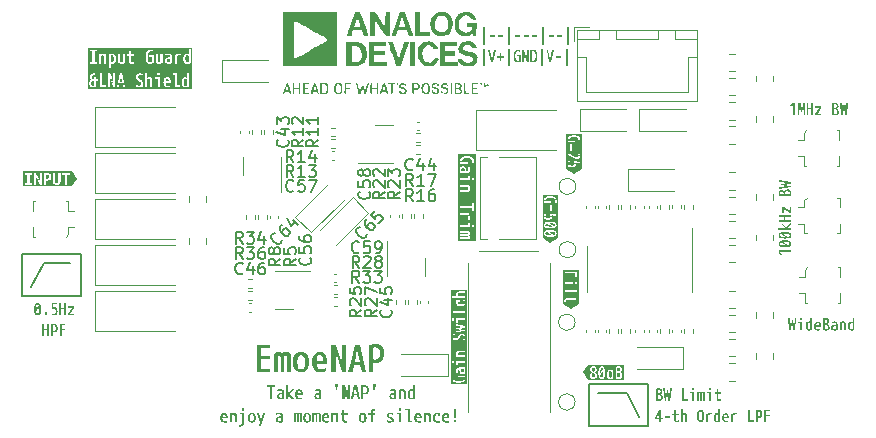
<source format=gbr>
%TF.GenerationSoftware,KiCad,Pcbnew,(6.0.5)*%
%TF.CreationDate,2022-11-19T18:23:49+08:00*%
%TF.ProjectId,EmoeNAP,456d6f65-4e41-4502-9e6b-696361645f70,rev?*%
%TF.SameCoordinates,Original*%
%TF.FileFunction,Legend,Top*%
%TF.FilePolarity,Positive*%
%FSLAX46Y46*%
G04 Gerber Fmt 4.6, Leading zero omitted, Abs format (unit mm)*
G04 Created by KiCad (PCBNEW (6.0.5)) date 2022-11-19 18:23:49*
%MOMM*%
%LPD*%
G01*
G04 APERTURE LIST*
%ADD10C,0.150000*%
%ADD11C,0.120000*%
G04 APERTURE END LIST*
D10*
X117125000Y-110750000D02*
X114875000Y-110750000D01*
X113000000Y-113500000D02*
X113000000Y-110000000D01*
X118000000Y-113500000D02*
X113000000Y-113500000D01*
X118000000Y-110000000D02*
X118000000Y-113500000D01*
X114875000Y-110750000D02*
X113750000Y-112750000D01*
X113000000Y-110000000D02*
X118000000Y-110000000D01*
X164250000Y-121750000D02*
X165250000Y-123750000D01*
X161750000Y-121750000D02*
X164250000Y-121750000D01*
X161000000Y-124500000D02*
X161000000Y-121000000D01*
X166000000Y-124500000D02*
X161000000Y-124500000D01*
X166000000Y-121000000D02*
X166000000Y-124500000D01*
X161000000Y-121000000D02*
X166000000Y-121000000D01*
%TO.C,C45*%
X144257142Y-114694627D02*
X144304761Y-114742246D01*
X144352380Y-114885103D01*
X144352380Y-114980341D01*
X144304761Y-115123198D01*
X144209523Y-115218436D01*
X144114285Y-115266055D01*
X143923809Y-115313674D01*
X143780952Y-115313674D01*
X143590476Y-115266055D01*
X143495238Y-115218436D01*
X143400000Y-115123198D01*
X143352380Y-114980341D01*
X143352380Y-114885103D01*
X143400000Y-114742246D01*
X143447619Y-114694627D01*
X143685714Y-113837484D02*
X144352380Y-113837484D01*
X143304761Y-114075579D02*
X144019047Y-114313674D01*
X144019047Y-113694627D01*
X143352380Y-112837484D02*
X143352380Y-113313674D01*
X143828571Y-113361293D01*
X143780952Y-113313674D01*
X143733333Y-113218436D01*
X143733333Y-112980341D01*
X143780952Y-112885103D01*
X143828571Y-112837484D01*
X143923809Y-112789865D01*
X144161904Y-112789865D01*
X144257142Y-112837484D01*
X144304761Y-112885103D01*
X144352380Y-112980341D01*
X144352380Y-113218436D01*
X144304761Y-113313674D01*
X144257142Y-113361293D01*
%TO.C,R28*%
X141577142Y-111144147D02*
X141243809Y-110667957D01*
X141005714Y-111144147D02*
X141005714Y-110144147D01*
X141386666Y-110144147D01*
X141481904Y-110191767D01*
X141529523Y-110239386D01*
X141577142Y-110334624D01*
X141577142Y-110477481D01*
X141529523Y-110572719D01*
X141481904Y-110620338D01*
X141386666Y-110667957D01*
X141005714Y-110667957D01*
X141958095Y-110239386D02*
X142005714Y-110191767D01*
X142100952Y-110144147D01*
X142339047Y-110144147D01*
X142434285Y-110191767D01*
X142481904Y-110239386D01*
X142529523Y-110334624D01*
X142529523Y-110429862D01*
X142481904Y-110572719D01*
X141910476Y-111144147D01*
X142529523Y-111144147D01*
X143100952Y-110572719D02*
X143005714Y-110525100D01*
X142958095Y-110477481D01*
X142910476Y-110382243D01*
X142910476Y-110334624D01*
X142958095Y-110239386D01*
X143005714Y-110191767D01*
X143100952Y-110144147D01*
X143291428Y-110144147D01*
X143386666Y-110191767D01*
X143434285Y-110239386D01*
X143481904Y-110334624D01*
X143481904Y-110382243D01*
X143434285Y-110477481D01*
X143386666Y-110525100D01*
X143291428Y-110572719D01*
X143100952Y-110572719D01*
X143005714Y-110620338D01*
X142958095Y-110667957D01*
X142910476Y-110763195D01*
X142910476Y-110953671D01*
X142958095Y-111048909D01*
X143005714Y-111096528D01*
X143100952Y-111144147D01*
X143291428Y-111144147D01*
X143386666Y-111096528D01*
X143434285Y-111048909D01*
X143481904Y-110953671D01*
X143481904Y-110763195D01*
X143434285Y-110667957D01*
X143386666Y-110620338D01*
X143291428Y-110572719D01*
%TO.C,R36*%
X131707142Y-110394149D02*
X131373809Y-109917959D01*
X131135714Y-110394149D02*
X131135714Y-109394149D01*
X131516666Y-109394149D01*
X131611904Y-109441769D01*
X131659523Y-109489388D01*
X131707142Y-109584626D01*
X131707142Y-109727483D01*
X131659523Y-109822721D01*
X131611904Y-109870340D01*
X131516666Y-109917959D01*
X131135714Y-109917959D01*
X132040476Y-109394149D02*
X132659523Y-109394149D01*
X132326190Y-109775102D01*
X132469047Y-109775102D01*
X132564285Y-109822721D01*
X132611904Y-109870340D01*
X132659523Y-109965578D01*
X132659523Y-110203673D01*
X132611904Y-110298911D01*
X132564285Y-110346530D01*
X132469047Y-110394149D01*
X132183333Y-110394149D01*
X132088095Y-110346530D01*
X132040476Y-110298911D01*
X133516666Y-109394149D02*
X133326190Y-109394149D01*
X133230952Y-109441769D01*
X133183333Y-109489388D01*
X133088095Y-109632245D01*
X133040476Y-109822721D01*
X133040476Y-110203673D01*
X133088095Y-110298911D01*
X133135714Y-110346530D01*
X133230952Y-110394149D01*
X133421428Y-110394149D01*
X133516666Y-110346530D01*
X133564285Y-110298911D01*
X133611904Y-110203673D01*
X133611904Y-109965578D01*
X133564285Y-109870340D01*
X133516666Y-109822721D01*
X133421428Y-109775102D01*
X133230952Y-109775102D01*
X133135714Y-109822721D01*
X133088095Y-109870340D01*
X133040476Y-109965578D01*
%TO.C,C44*%
X146107142Y-102798911D02*
X146059523Y-102846530D01*
X145916666Y-102894149D01*
X145821428Y-102894149D01*
X145678571Y-102846530D01*
X145583333Y-102751292D01*
X145535714Y-102656054D01*
X145488095Y-102465578D01*
X145488095Y-102322721D01*
X145535714Y-102132245D01*
X145583333Y-102037007D01*
X145678571Y-101941769D01*
X145821428Y-101894149D01*
X145916666Y-101894149D01*
X146059523Y-101941769D01*
X146107142Y-101989388D01*
X146964285Y-102227483D02*
X146964285Y-102894149D01*
X146726190Y-101846530D02*
X146488095Y-102560816D01*
X147107142Y-102560816D01*
X147916666Y-102227483D02*
X147916666Y-102894149D01*
X147678571Y-101846530D02*
X147440476Y-102560816D01*
X148059523Y-102560816D01*
%TO.C,R5*%
X136202380Y-110358435D02*
X135726190Y-110691769D01*
X136202380Y-110929864D02*
X135202380Y-110929864D01*
X135202380Y-110548911D01*
X135250000Y-110453673D01*
X135297619Y-110406054D01*
X135392857Y-110358435D01*
X135535714Y-110358435D01*
X135630952Y-110406054D01*
X135678571Y-110453673D01*
X135726190Y-110548911D01*
X135726190Y-110929864D01*
X135202380Y-109453673D02*
X135202380Y-109929864D01*
X135678571Y-109977483D01*
X135630952Y-109929864D01*
X135583333Y-109834626D01*
X135583333Y-109596530D01*
X135630952Y-109501292D01*
X135678571Y-109453673D01*
X135773809Y-109406054D01*
X136011904Y-109406054D01*
X136107142Y-109453673D01*
X136154761Y-109501292D01*
X136202380Y-109596530D01*
X136202380Y-109834626D01*
X136154761Y-109929864D01*
X136107142Y-109977483D01*
%TO.C,C64*%
X135047969Y-108748875D02*
X135047969Y-108816219D01*
X134980625Y-108950906D01*
X134913282Y-109018249D01*
X134778595Y-109085593D01*
X134643908Y-109085593D01*
X134542893Y-109051921D01*
X134374534Y-108950906D01*
X134273519Y-108849891D01*
X134172503Y-108681532D01*
X134138832Y-108580517D01*
X134138832Y-108445830D01*
X134206175Y-108311143D01*
X134273519Y-108243799D01*
X134408206Y-108176456D01*
X134475549Y-108176456D01*
X135014297Y-107503020D02*
X134879610Y-107637707D01*
X134845938Y-107738723D01*
X134845938Y-107806066D01*
X134879610Y-107974425D01*
X134980625Y-108142784D01*
X135250000Y-108412158D01*
X135351015Y-108445830D01*
X135418358Y-108445830D01*
X135519374Y-108412158D01*
X135654061Y-108277471D01*
X135687732Y-108176456D01*
X135687732Y-108109112D01*
X135654061Y-108008097D01*
X135485702Y-107839738D01*
X135384687Y-107806066D01*
X135317343Y-107806066D01*
X135216328Y-107839738D01*
X135081641Y-107974425D01*
X135047969Y-108075440D01*
X135047969Y-108142784D01*
X135081641Y-108243799D01*
X135923435Y-107065288D02*
X136394839Y-107536692D01*
X135485702Y-106964272D02*
X135822419Y-107637707D01*
X136260152Y-107199975D01*
%TO.C,R12*%
X136852380Y-100284626D02*
X136376190Y-100617959D01*
X136852380Y-100856054D02*
X135852380Y-100856054D01*
X135852380Y-100475102D01*
X135900000Y-100379864D01*
X135947619Y-100332245D01*
X136042857Y-100284626D01*
X136185714Y-100284626D01*
X136280952Y-100332245D01*
X136328571Y-100379864D01*
X136376190Y-100475102D01*
X136376190Y-100856054D01*
X136852380Y-99332245D02*
X136852380Y-99903673D01*
X136852380Y-99617959D02*
X135852380Y-99617959D01*
X135995238Y-99713197D01*
X136090476Y-99808435D01*
X136138095Y-99903673D01*
X135947619Y-98951292D02*
X135900000Y-98903673D01*
X135852380Y-98808435D01*
X135852380Y-98570340D01*
X135900000Y-98475102D01*
X135947619Y-98427483D01*
X136042857Y-98379864D01*
X136138095Y-98379864D01*
X136280952Y-98427483D01*
X136852380Y-98998911D01*
X136852380Y-98379864D01*
%TO.C,R16*%
X146107142Y-105494149D02*
X145773809Y-105017959D01*
X145535714Y-105494149D02*
X145535714Y-104494149D01*
X145916666Y-104494149D01*
X146011904Y-104541769D01*
X146059523Y-104589388D01*
X146107142Y-104684626D01*
X146107142Y-104827483D01*
X146059523Y-104922721D01*
X146011904Y-104970340D01*
X145916666Y-105017959D01*
X145535714Y-105017959D01*
X147059523Y-105494149D02*
X146488095Y-105494149D01*
X146773809Y-105494149D02*
X146773809Y-104494149D01*
X146678571Y-104637007D01*
X146583333Y-104732245D01*
X146488095Y-104779864D01*
X147916666Y-104494149D02*
X147726190Y-104494149D01*
X147630952Y-104541769D01*
X147583333Y-104589388D01*
X147488095Y-104732245D01*
X147440476Y-104922721D01*
X147440476Y-105303673D01*
X147488095Y-105398911D01*
X147535714Y-105446530D01*
X147630952Y-105494149D01*
X147821428Y-105494149D01*
X147916666Y-105446530D01*
X147964285Y-105398911D01*
X148011904Y-105303673D01*
X148011904Y-105065578D01*
X147964285Y-104970340D01*
X147916666Y-104922721D01*
X147821428Y-104875102D01*
X147630952Y-104875102D01*
X147535714Y-104922721D01*
X147488095Y-104970340D01*
X147440476Y-105065578D01*
%TO.C,R14*%
X136007142Y-102194149D02*
X135673809Y-101717959D01*
X135435714Y-102194149D02*
X135435714Y-101194149D01*
X135816666Y-101194149D01*
X135911904Y-101241769D01*
X135959523Y-101289388D01*
X136007142Y-101384626D01*
X136007142Y-101527483D01*
X135959523Y-101622721D01*
X135911904Y-101670340D01*
X135816666Y-101717959D01*
X135435714Y-101717959D01*
X136959523Y-102194149D02*
X136388095Y-102194149D01*
X136673809Y-102194149D02*
X136673809Y-101194149D01*
X136578571Y-101337007D01*
X136483333Y-101432245D01*
X136388095Y-101479864D01*
X137816666Y-101527483D02*
X137816666Y-102194149D01*
X137578571Y-101146530D02*
X137340476Y-101860816D01*
X137959523Y-101860816D01*
%TO.C,R34*%
X131707142Y-109094149D02*
X131373809Y-108617959D01*
X131135714Y-109094149D02*
X131135714Y-108094149D01*
X131516666Y-108094149D01*
X131611904Y-108141769D01*
X131659523Y-108189388D01*
X131707142Y-108284626D01*
X131707142Y-108427483D01*
X131659523Y-108522721D01*
X131611904Y-108570340D01*
X131516666Y-108617959D01*
X131135714Y-108617959D01*
X132040476Y-108094149D02*
X132659523Y-108094149D01*
X132326190Y-108475102D01*
X132469047Y-108475102D01*
X132564285Y-108522721D01*
X132611904Y-108570340D01*
X132659523Y-108665578D01*
X132659523Y-108903673D01*
X132611904Y-108998911D01*
X132564285Y-109046530D01*
X132469047Y-109094149D01*
X132183333Y-109094149D01*
X132088095Y-109046530D01*
X132040476Y-108998911D01*
X133516666Y-108427483D02*
X133516666Y-109094149D01*
X133278571Y-108046530D02*
X133040476Y-108760816D01*
X133659523Y-108760816D01*
%TO.C,R33*%
X141564642Y-112394148D02*
X141231309Y-111917958D01*
X140993214Y-112394148D02*
X140993214Y-111394148D01*
X141374166Y-111394148D01*
X141469404Y-111441768D01*
X141517023Y-111489387D01*
X141564642Y-111584625D01*
X141564642Y-111727482D01*
X141517023Y-111822720D01*
X141469404Y-111870339D01*
X141374166Y-111917958D01*
X140993214Y-111917958D01*
X141897976Y-111394148D02*
X142517023Y-111394148D01*
X142183690Y-111775101D01*
X142326547Y-111775101D01*
X142421785Y-111822720D01*
X142469404Y-111870339D01*
X142517023Y-111965577D01*
X142517023Y-112203672D01*
X142469404Y-112298910D01*
X142421785Y-112346529D01*
X142326547Y-112394148D01*
X142040833Y-112394148D01*
X141945595Y-112346529D01*
X141897976Y-112298910D01*
X142850357Y-111394148D02*
X143469404Y-111394148D01*
X143136071Y-111775101D01*
X143278928Y-111775101D01*
X143374166Y-111822720D01*
X143421785Y-111870339D01*
X143469404Y-111965577D01*
X143469404Y-112203672D01*
X143421785Y-112298910D01*
X143374166Y-112346529D01*
X143278928Y-112394148D01*
X142993214Y-112394148D01*
X142897976Y-112346529D01*
X142850357Y-112298910D01*
%TO.C,C59*%
X141557142Y-109798911D02*
X141509523Y-109846530D01*
X141366666Y-109894149D01*
X141271428Y-109894149D01*
X141128571Y-109846530D01*
X141033333Y-109751292D01*
X140985714Y-109656054D01*
X140938095Y-109465578D01*
X140938095Y-109322721D01*
X140985714Y-109132245D01*
X141033333Y-109037007D01*
X141128571Y-108941769D01*
X141271428Y-108894149D01*
X141366666Y-108894149D01*
X141509523Y-108941769D01*
X141557142Y-108989388D01*
X142461904Y-108894149D02*
X141985714Y-108894149D01*
X141938095Y-109370340D01*
X141985714Y-109322721D01*
X142080952Y-109275102D01*
X142319047Y-109275102D01*
X142414285Y-109322721D01*
X142461904Y-109370340D01*
X142509523Y-109465578D01*
X142509523Y-109703673D01*
X142461904Y-109798911D01*
X142414285Y-109846530D01*
X142319047Y-109894149D01*
X142080952Y-109894149D01*
X141985714Y-109846530D01*
X141938095Y-109798911D01*
X142985714Y-109894149D02*
X143176190Y-109894149D01*
X143271428Y-109846530D01*
X143319047Y-109798911D01*
X143414285Y-109656054D01*
X143461904Y-109465578D01*
X143461904Y-109084626D01*
X143414285Y-108989388D01*
X143366666Y-108941769D01*
X143271428Y-108894149D01*
X143080952Y-108894149D01*
X142985714Y-108941769D01*
X142938095Y-108989388D01*
X142890476Y-109084626D01*
X142890476Y-109322721D01*
X142938095Y-109417959D01*
X142985714Y-109465578D01*
X143080952Y-109513197D01*
X143271428Y-109513197D01*
X143366666Y-109465578D01*
X143414285Y-109417959D01*
X143461904Y-109322721D01*
%TO.C,R25*%
X141752380Y-114684626D02*
X141276190Y-115017959D01*
X141752380Y-115256054D02*
X140752380Y-115256054D01*
X140752380Y-114875102D01*
X140800000Y-114779864D01*
X140847619Y-114732245D01*
X140942857Y-114684626D01*
X141085714Y-114684626D01*
X141180952Y-114732245D01*
X141228571Y-114779864D01*
X141276190Y-114875102D01*
X141276190Y-115256054D01*
X140847619Y-114303673D02*
X140800000Y-114256054D01*
X140752380Y-114160816D01*
X140752380Y-113922721D01*
X140800000Y-113827483D01*
X140847619Y-113779864D01*
X140942857Y-113732245D01*
X141038095Y-113732245D01*
X141180952Y-113779864D01*
X141752380Y-114351292D01*
X141752380Y-113732245D01*
X140752380Y-112827483D02*
X140752380Y-113303673D01*
X141228571Y-113351292D01*
X141180952Y-113303673D01*
X141133333Y-113208435D01*
X141133333Y-112970340D01*
X141180952Y-112875102D01*
X141228571Y-112827483D01*
X141323809Y-112779864D01*
X141561904Y-112779864D01*
X141657142Y-112827483D01*
X141704761Y-112875102D01*
X141752380Y-112970340D01*
X141752380Y-113208435D01*
X141704761Y-113303673D01*
X141657142Y-113351292D01*
%TO.C,C58*%
X142407142Y-104684626D02*
X142454761Y-104732245D01*
X142502380Y-104875102D01*
X142502380Y-104970340D01*
X142454761Y-105113197D01*
X142359523Y-105208435D01*
X142264285Y-105256054D01*
X142073809Y-105303673D01*
X141930952Y-105303673D01*
X141740476Y-105256054D01*
X141645238Y-105208435D01*
X141550000Y-105113197D01*
X141502380Y-104970340D01*
X141502380Y-104875102D01*
X141550000Y-104732245D01*
X141597619Y-104684626D01*
X141502380Y-103779864D02*
X141502380Y-104256054D01*
X141978571Y-104303673D01*
X141930952Y-104256054D01*
X141883333Y-104160816D01*
X141883333Y-103922721D01*
X141930952Y-103827483D01*
X141978571Y-103779864D01*
X142073809Y-103732245D01*
X142311904Y-103732245D01*
X142407142Y-103779864D01*
X142454761Y-103827483D01*
X142502380Y-103922721D01*
X142502380Y-104160816D01*
X142454761Y-104256054D01*
X142407142Y-104303673D01*
X141930952Y-103160816D02*
X141883333Y-103256054D01*
X141835714Y-103303673D01*
X141740476Y-103351292D01*
X141692857Y-103351292D01*
X141597619Y-103303673D01*
X141550000Y-103256054D01*
X141502380Y-103160816D01*
X141502380Y-102970340D01*
X141550000Y-102875102D01*
X141597619Y-102827483D01*
X141692857Y-102779864D01*
X141740476Y-102779864D01*
X141835714Y-102827483D01*
X141883333Y-102875102D01*
X141930952Y-102970340D01*
X141930952Y-103160816D01*
X141978571Y-103256054D01*
X142026190Y-103303673D01*
X142121428Y-103351292D01*
X142311904Y-103351292D01*
X142407142Y-103303673D01*
X142454761Y-103256054D01*
X142502380Y-103160816D01*
X142502380Y-102970340D01*
X142454761Y-102875102D01*
X142407142Y-102827483D01*
X142311904Y-102779864D01*
X142121428Y-102779864D01*
X142026190Y-102827483D01*
X141978571Y-102875102D01*
X141930952Y-102970340D01*
%TO.C,R11*%
X138102380Y-100284626D02*
X137626190Y-100617959D01*
X138102380Y-100856054D02*
X137102380Y-100856054D01*
X137102380Y-100475102D01*
X137150000Y-100379864D01*
X137197619Y-100332245D01*
X137292857Y-100284626D01*
X137435714Y-100284626D01*
X137530952Y-100332245D01*
X137578571Y-100379864D01*
X137626190Y-100475102D01*
X137626190Y-100856054D01*
X138102380Y-99332245D02*
X138102380Y-99903673D01*
X138102380Y-99617959D02*
X137102380Y-99617959D01*
X137245238Y-99713197D01*
X137340476Y-99808435D01*
X137388095Y-99903673D01*
X138102380Y-98379864D02*
X138102380Y-98951292D01*
X138102380Y-98665578D02*
X137102380Y-98665578D01*
X137245238Y-98760816D01*
X137340476Y-98856054D01*
X137388095Y-98951292D01*
%TO.C,R22*%
X143752380Y-104684627D02*
X143276190Y-105017960D01*
X143752380Y-105256055D02*
X142752380Y-105256055D01*
X142752380Y-104875103D01*
X142800000Y-104779865D01*
X142847619Y-104732246D01*
X142942857Y-104684627D01*
X143085714Y-104684627D01*
X143180952Y-104732246D01*
X143228571Y-104779865D01*
X143276190Y-104875103D01*
X143276190Y-105256055D01*
X142847619Y-104303674D02*
X142800000Y-104256055D01*
X142752380Y-104160817D01*
X142752380Y-103922722D01*
X142800000Y-103827484D01*
X142847619Y-103779865D01*
X142942857Y-103732246D01*
X143038095Y-103732246D01*
X143180952Y-103779865D01*
X143752380Y-104351293D01*
X143752380Y-103732246D01*
X142847619Y-103351293D02*
X142800000Y-103303674D01*
X142752380Y-103208436D01*
X142752380Y-102970341D01*
X142800000Y-102875103D01*
X142847619Y-102827484D01*
X142942857Y-102779865D01*
X143038095Y-102779865D01*
X143180952Y-102827484D01*
X143752380Y-103398912D01*
X143752380Y-102779865D01*
%TO.C,R23*%
X145002380Y-104684627D02*
X144526190Y-105017960D01*
X145002380Y-105256055D02*
X144002380Y-105256055D01*
X144002380Y-104875103D01*
X144050000Y-104779865D01*
X144097619Y-104732246D01*
X144192857Y-104684627D01*
X144335714Y-104684627D01*
X144430952Y-104732246D01*
X144478571Y-104779865D01*
X144526190Y-104875103D01*
X144526190Y-105256055D01*
X144097619Y-104303674D02*
X144050000Y-104256055D01*
X144002380Y-104160817D01*
X144002380Y-103922722D01*
X144050000Y-103827484D01*
X144097619Y-103779865D01*
X144192857Y-103732246D01*
X144288095Y-103732246D01*
X144430952Y-103779865D01*
X145002380Y-104351293D01*
X145002380Y-103732246D01*
X144002380Y-103398912D02*
X144002380Y-102779865D01*
X144383333Y-103113198D01*
X144383333Y-102970341D01*
X144430952Y-102875103D01*
X144478571Y-102827484D01*
X144573809Y-102779865D01*
X144811904Y-102779865D01*
X144907142Y-102827484D01*
X144954761Y-102875103D01*
X145002380Y-102970341D01*
X145002380Y-103256055D01*
X144954761Y-103351293D01*
X144907142Y-103398912D01*
%TO.C,R17*%
X146107142Y-104194149D02*
X145773809Y-103717959D01*
X145535714Y-104194149D02*
X145535714Y-103194149D01*
X145916666Y-103194149D01*
X146011904Y-103241769D01*
X146059523Y-103289388D01*
X146107142Y-103384626D01*
X146107142Y-103527483D01*
X146059523Y-103622721D01*
X146011904Y-103670340D01*
X145916666Y-103717959D01*
X145535714Y-103717959D01*
X147059523Y-104194149D02*
X146488095Y-104194149D01*
X146773809Y-104194149D02*
X146773809Y-103194149D01*
X146678571Y-103337007D01*
X146583333Y-103432245D01*
X146488095Y-103479864D01*
X147392857Y-103194149D02*
X148059523Y-103194149D01*
X147630952Y-104194149D01*
%TO.C,R27*%
X143052380Y-114684626D02*
X142576190Y-115017959D01*
X143052380Y-115256054D02*
X142052380Y-115256054D01*
X142052380Y-114875102D01*
X142100000Y-114779864D01*
X142147619Y-114732245D01*
X142242857Y-114684626D01*
X142385714Y-114684626D01*
X142480952Y-114732245D01*
X142528571Y-114779864D01*
X142576190Y-114875102D01*
X142576190Y-115256054D01*
X142147619Y-114303673D02*
X142100000Y-114256054D01*
X142052380Y-114160816D01*
X142052380Y-113922721D01*
X142100000Y-113827483D01*
X142147619Y-113779864D01*
X142242857Y-113732245D01*
X142338095Y-113732245D01*
X142480952Y-113779864D01*
X143052380Y-114351292D01*
X143052380Y-113732245D01*
X142052380Y-113398911D02*
X142052380Y-112732245D01*
X143052380Y-113160816D01*
%TO.C,R8*%
X134902381Y-110358434D02*
X134426191Y-110691768D01*
X134902381Y-110929863D02*
X133902381Y-110929863D01*
X133902381Y-110548910D01*
X133950001Y-110453672D01*
X133997620Y-110406053D01*
X134092858Y-110358434D01*
X134235715Y-110358434D01*
X134330953Y-110406053D01*
X134378572Y-110453672D01*
X134426191Y-110548910D01*
X134426191Y-110929863D01*
X134330953Y-109787006D02*
X134283334Y-109882244D01*
X134235715Y-109929863D01*
X134140477Y-109977482D01*
X134092858Y-109977482D01*
X133997620Y-109929863D01*
X133950001Y-109882244D01*
X133902381Y-109787006D01*
X133902381Y-109596529D01*
X133950001Y-109501291D01*
X133997620Y-109453672D01*
X134092858Y-109406053D01*
X134140477Y-109406053D01*
X134235715Y-109453672D01*
X134283334Y-109501291D01*
X134330953Y-109596529D01*
X134330953Y-109787006D01*
X134378572Y-109882244D01*
X134426191Y-109929863D01*
X134521429Y-109977482D01*
X134711905Y-109977482D01*
X134807143Y-109929863D01*
X134854762Y-109882244D01*
X134902381Y-109787006D01*
X134902381Y-109596529D01*
X134854762Y-109501291D01*
X134807143Y-109453672D01*
X134711905Y-109406053D01*
X134521429Y-109406053D01*
X134426191Y-109453672D01*
X134378572Y-109501291D01*
X134330953Y-109596529D01*
%TO.C,R13*%
X136007142Y-103444149D02*
X135673809Y-102967959D01*
X135435714Y-103444149D02*
X135435714Y-102444149D01*
X135816666Y-102444149D01*
X135911904Y-102491769D01*
X135959523Y-102539388D01*
X136007142Y-102634626D01*
X136007142Y-102777483D01*
X135959523Y-102872721D01*
X135911904Y-102920340D01*
X135816666Y-102967959D01*
X135435714Y-102967959D01*
X136959523Y-103444149D02*
X136388095Y-103444149D01*
X136673809Y-103444149D02*
X136673809Y-102444149D01*
X136578571Y-102587007D01*
X136483333Y-102682245D01*
X136388095Y-102729864D01*
X137292857Y-102444149D02*
X137911904Y-102444149D01*
X137578571Y-102825102D01*
X137721428Y-102825102D01*
X137816666Y-102872721D01*
X137864285Y-102920340D01*
X137911904Y-103015578D01*
X137911904Y-103253673D01*
X137864285Y-103348911D01*
X137816666Y-103396530D01*
X137721428Y-103444149D01*
X137435714Y-103444149D01*
X137340476Y-103396530D01*
X137292857Y-103348911D01*
%TO.C,C43*%
X135507142Y-100284626D02*
X135554761Y-100332245D01*
X135602380Y-100475102D01*
X135602380Y-100570340D01*
X135554761Y-100713197D01*
X135459523Y-100808435D01*
X135364285Y-100856054D01*
X135173809Y-100903673D01*
X135030952Y-100903673D01*
X134840476Y-100856054D01*
X134745238Y-100808435D01*
X134650000Y-100713197D01*
X134602380Y-100570340D01*
X134602380Y-100475102D01*
X134650000Y-100332245D01*
X134697619Y-100284626D01*
X134935714Y-99427483D02*
X135602380Y-99427483D01*
X134554761Y-99665578D02*
X135269047Y-99903673D01*
X135269047Y-99284626D01*
X134602380Y-98998911D02*
X134602380Y-98379864D01*
X134983333Y-98713197D01*
X134983333Y-98570340D01*
X135030952Y-98475102D01*
X135078571Y-98427483D01*
X135173809Y-98379864D01*
X135411904Y-98379864D01*
X135507142Y-98427483D01*
X135554761Y-98475102D01*
X135602380Y-98570340D01*
X135602380Y-98856054D01*
X135554761Y-98951292D01*
X135507142Y-98998911D01*
%TO.C,C46*%
X131707142Y-111598911D02*
X131659523Y-111646530D01*
X131516666Y-111694149D01*
X131421428Y-111694149D01*
X131278571Y-111646530D01*
X131183333Y-111551292D01*
X131135714Y-111456054D01*
X131088095Y-111265578D01*
X131088095Y-111122721D01*
X131135714Y-110932245D01*
X131183333Y-110837007D01*
X131278571Y-110741769D01*
X131421428Y-110694149D01*
X131516666Y-110694149D01*
X131659523Y-110741769D01*
X131707142Y-110789388D01*
X132564285Y-111027483D02*
X132564285Y-111694149D01*
X132326190Y-110646530D02*
X132088095Y-111360816D01*
X132707142Y-111360816D01*
X133516666Y-110694149D02*
X133326190Y-110694149D01*
X133230952Y-110741769D01*
X133183333Y-110789388D01*
X133088095Y-110932245D01*
X133040476Y-111122721D01*
X133040476Y-111503673D01*
X133088095Y-111598911D01*
X133135714Y-111646530D01*
X133230952Y-111694149D01*
X133421428Y-111694149D01*
X133516666Y-111646530D01*
X133564285Y-111598911D01*
X133611904Y-111503673D01*
X133611904Y-111265578D01*
X133564285Y-111170340D01*
X133516666Y-111122721D01*
X133421428Y-111075102D01*
X133230952Y-111075102D01*
X133135714Y-111122721D01*
X133088095Y-111170340D01*
X133040476Y-111265578D01*
%TO.C,C65*%
X142247969Y-108248875D02*
X142247969Y-108316219D01*
X142180625Y-108450906D01*
X142113282Y-108518249D01*
X141978595Y-108585593D01*
X141843908Y-108585593D01*
X141742893Y-108551921D01*
X141574534Y-108450906D01*
X141473519Y-108349891D01*
X141372503Y-108181532D01*
X141338832Y-108080517D01*
X141338832Y-107945830D01*
X141406175Y-107811143D01*
X141473519Y-107743799D01*
X141608206Y-107676456D01*
X141675549Y-107676456D01*
X142214297Y-107003020D02*
X142079610Y-107137707D01*
X142045938Y-107238723D01*
X142045938Y-107306066D01*
X142079610Y-107474425D01*
X142180625Y-107642784D01*
X142450000Y-107912158D01*
X142551015Y-107945830D01*
X142618358Y-107945830D01*
X142719374Y-107912158D01*
X142854061Y-107777471D01*
X142887732Y-107676456D01*
X142887732Y-107609112D01*
X142854061Y-107508097D01*
X142685702Y-107339738D01*
X142584687Y-107306066D01*
X142517343Y-107306066D01*
X142416328Y-107339738D01*
X142281641Y-107474425D01*
X142247969Y-107575440D01*
X142247969Y-107642784D01*
X142281641Y-107743799D01*
X142921404Y-106295914D02*
X142584687Y-106632631D01*
X142887732Y-107003020D01*
X142887732Y-106935677D01*
X142921404Y-106834662D01*
X143089763Y-106666303D01*
X143190778Y-106632631D01*
X143258122Y-106632631D01*
X143359137Y-106666303D01*
X143527496Y-106834662D01*
X143561167Y-106935677D01*
X143561167Y-107003020D01*
X143527496Y-107104036D01*
X143359137Y-107272394D01*
X143258122Y-107306066D01*
X143190778Y-107306066D01*
%TO.C,C57*%
X136007142Y-104598911D02*
X135959523Y-104646530D01*
X135816666Y-104694149D01*
X135721428Y-104694149D01*
X135578571Y-104646530D01*
X135483333Y-104551292D01*
X135435714Y-104456054D01*
X135388095Y-104265578D01*
X135388095Y-104122721D01*
X135435714Y-103932245D01*
X135483333Y-103837007D01*
X135578571Y-103741769D01*
X135721428Y-103694149D01*
X135816666Y-103694149D01*
X135959523Y-103741769D01*
X136007142Y-103789388D01*
X136911904Y-103694149D02*
X136435714Y-103694149D01*
X136388095Y-104170340D01*
X136435714Y-104122721D01*
X136530952Y-104075102D01*
X136769047Y-104075102D01*
X136864285Y-104122721D01*
X136911904Y-104170340D01*
X136959523Y-104265578D01*
X136959523Y-104503673D01*
X136911904Y-104598911D01*
X136864285Y-104646530D01*
X136769047Y-104694149D01*
X136530952Y-104694149D01*
X136435714Y-104646530D01*
X136388095Y-104598911D01*
X137292857Y-103694149D02*
X137959523Y-103694149D01*
X137530952Y-104694149D01*
%TO.C,C56*%
X137407142Y-110284626D02*
X137454761Y-110332245D01*
X137502380Y-110475102D01*
X137502380Y-110570340D01*
X137454761Y-110713197D01*
X137359523Y-110808435D01*
X137264285Y-110856054D01*
X137073809Y-110903673D01*
X136930952Y-110903673D01*
X136740476Y-110856054D01*
X136645238Y-110808435D01*
X136550000Y-110713197D01*
X136502380Y-110570340D01*
X136502380Y-110475102D01*
X136550000Y-110332245D01*
X136597619Y-110284626D01*
X136502380Y-109379864D02*
X136502380Y-109856054D01*
X136978571Y-109903673D01*
X136930952Y-109856054D01*
X136883333Y-109760816D01*
X136883333Y-109522721D01*
X136930952Y-109427483D01*
X136978571Y-109379864D01*
X137073809Y-109332245D01*
X137311904Y-109332245D01*
X137407142Y-109379864D01*
X137454761Y-109427483D01*
X137502380Y-109522721D01*
X137502380Y-109760816D01*
X137454761Y-109856054D01*
X137407142Y-109903673D01*
X136502380Y-108475102D02*
X136502380Y-108665578D01*
X136550000Y-108760816D01*
X136597619Y-108808435D01*
X136740476Y-108903673D01*
X136930952Y-108951292D01*
X137311904Y-108951292D01*
X137407142Y-108903673D01*
X137454761Y-108856054D01*
X137502380Y-108760816D01*
X137502380Y-108570340D01*
X137454761Y-108475102D01*
X137407142Y-108427483D01*
X137311904Y-108379864D01*
X137073809Y-108379864D01*
X136978571Y-108427483D01*
X136930952Y-108475102D01*
X136883333Y-108570340D01*
X136883333Y-108760816D01*
X136930952Y-108856054D01*
X136978571Y-108903673D01*
X137073809Y-108951292D01*
%TO.C,kibuzzard-6378AAC6*%
G36*
X118569317Y-92522388D02*
G01*
X127430683Y-92522388D01*
X127430683Y-95977612D01*
X118569317Y-95977612D01*
X118569317Y-95520000D01*
X118701609Y-95520000D01*
X118711254Y-95619403D01*
X118740189Y-95700733D01*
X118788413Y-95763990D01*
X118855928Y-95809174D01*
X118942732Y-95836284D01*
X119048826Y-95845320D01*
X119135717Y-95841845D01*
X119223303Y-95831418D01*
X119232132Y-95829680D01*
X119600932Y-95829680D01*
X120140525Y-95829680D01*
X120328210Y-95829680D01*
X120500254Y-95829680D01*
X120500254Y-95000739D01*
X120503383Y-95000739D01*
X120747373Y-95829680D01*
X120922545Y-95829680D01*
X121035156Y-95829680D01*
X121210328Y-95829680D01*
X121269762Y-95529384D01*
X121537213Y-95529384D01*
X121596646Y-95829680D01*
X121778075Y-95829680D01*
X121574214Y-94969458D01*
X122674269Y-94969458D01*
X122690496Y-95080505D01*
X122739177Y-95172783D01*
X122792962Y-95227003D01*
X122867776Y-95279138D01*
X122963617Y-95329187D01*
X123030675Y-95369461D01*
X123075445Y-95415209D01*
X123100665Y-95470733D01*
X123109072Y-95540333D01*
X123098124Y-95613256D01*
X123065279Y-95666238D01*
X123012884Y-95698496D01*
X122943284Y-95709249D01*
X122851701Y-95697953D01*
X122764636Y-95664065D01*
X122682089Y-95607586D01*
X122682089Y-95770246D01*
X122762377Y-95811954D01*
X122851006Y-95836979D01*
X122947976Y-95845320D01*
X123069033Y-95832808D01*
X123076879Y-95829680D01*
X123464109Y-95829680D01*
X123636153Y-95829680D01*
X123636153Y-95191552D01*
X123699888Y-95144631D01*
X123772225Y-95128990D01*
X123867631Y-95168091D01*
X123886400Y-95227916D01*
X123892656Y-95329187D01*
X123891092Y-95829680D01*
X124058444Y-95829680D01*
X124058444Y-95285394D01*
X124043977Y-95154992D01*
X124000575Y-95067211D01*
X123925501Y-95017357D01*
X123919058Y-95016379D01*
X124293050Y-95016379D01*
X124293050Y-95143067D01*
X124501067Y-95143067D01*
X124501067Y-95829680D01*
X124676240Y-95829680D01*
X124676240Y-95423030D01*
X124999996Y-95423030D01*
X125009988Y-95552063D01*
X125039966Y-95657635D01*
X125089928Y-95739748D01*
X125159875Y-95798399D01*
X125249808Y-95833590D01*
X125359725Y-95845320D01*
X125468817Y-95835545D01*
X125583383Y-95806219D01*
X125583383Y-95676404D01*
X125476246Y-95708076D01*
X125380057Y-95718633D01*
X125296186Y-95705143D01*
X125235384Y-95664674D01*
X125196478Y-95592141D01*
X125178296Y-95482463D01*
X125622484Y-95482463D01*
X125625612Y-95419901D01*
X125617444Y-95286350D01*
X125592941Y-95179735D01*
X125552102Y-95100055D01*
X125494580Y-95044880D01*
X125433078Y-95017569D01*
X125420027Y-95011774D01*
X125328444Y-95000739D01*
X125228085Y-95012469D01*
X125145973Y-95047660D01*
X125082108Y-95106312D01*
X125036490Y-95188424D01*
X125009119Y-95293996D01*
X124999996Y-95423030D01*
X124676240Y-95423030D01*
X124676240Y-95016379D01*
X124293050Y-95016379D01*
X123919058Y-95016379D01*
X123885266Y-95011250D01*
X123816018Y-95000739D01*
X123724131Y-95012469D01*
X123636153Y-95047660D01*
X123636153Y-94656650D01*
X123464109Y-94656650D01*
X123464109Y-95829680D01*
X123076879Y-95829680D01*
X123163188Y-95795271D01*
X123230442Y-95732709D01*
X123270794Y-95645123D01*
X123284245Y-95532512D01*
X123267431Y-95411690D01*
X123216991Y-95315111D01*
X123159817Y-95259327D01*
X123077965Y-95204585D01*
X122971437Y-95150887D01*
X122901924Y-95104139D01*
X122860216Y-95041056D01*
X122846314Y-94961638D01*
X122890107Y-94849027D01*
X122942111Y-94818528D01*
X123010538Y-94808362D01*
X123132142Y-94825175D01*
X123252964Y-94875616D01*
X123252964Y-94719212D01*
X123168853Y-94693144D01*
X123081267Y-94677504D01*
X122990205Y-94672291D01*
X122896797Y-94680980D01*
X122818856Y-94707047D01*
X122756381Y-94750493D01*
X122694797Y-94844335D01*
X122674269Y-94969458D01*
X121574214Y-94969458D01*
X121507496Y-94687931D01*
X121304171Y-94687931D01*
X121035156Y-95829680D01*
X120922545Y-95829680D01*
X120922545Y-94687931D01*
X120758321Y-94687931D01*
X120758321Y-95516872D01*
X120753629Y-95516872D01*
X120530878Y-94760091D01*
X120509639Y-94687931D01*
X120328210Y-94687931D01*
X120328210Y-95829680D01*
X120140525Y-95829680D01*
X120140525Y-95693608D01*
X119776104Y-95693608D01*
X119776104Y-94687931D01*
X119600932Y-94687931D01*
X119600932Y-95829680D01*
X119232132Y-95829680D01*
X119311585Y-95814039D01*
X119311585Y-95285394D01*
X119428887Y-95285394D01*
X119428887Y-95152451D01*
X119311585Y-95152451D01*
X119311585Y-94961638D01*
X119137976Y-94961638D01*
X119137976Y-95152451D01*
X119120772Y-95152451D01*
X119037291Y-95140329D01*
X118974534Y-95103966D01*
X118935238Y-95045314D01*
X118922139Y-94966330D01*
X118941081Y-94876832D01*
X118997908Y-94823134D01*
X119092619Y-94805234D01*
X119167693Y-94810317D01*
X119239639Y-94825567D01*
X119239639Y-94687931D01*
X119146969Y-94676201D01*
X119053518Y-94672291D01*
X118922139Y-94690082D01*
X118825168Y-94743454D01*
X118765344Y-94828499D01*
X118745402Y-94941305D01*
X118755960Y-95023417D01*
X118787631Y-95097709D01*
X118838463Y-95160662D01*
X118906498Y-95208756D01*
X118906498Y-95211884D01*
X118816859Y-95264573D01*
X118752831Y-95333488D01*
X118714415Y-95418631D01*
X118701609Y-95520000D01*
X118569317Y-95520000D01*
X118569317Y-94641010D01*
X124469786Y-94641010D01*
X124469786Y-94836515D01*
X124676240Y-94836515D01*
X124676240Y-94687931D01*
X125794528Y-94687931D01*
X125794528Y-94814618D01*
X126004109Y-94814618D01*
X126004109Y-95829680D01*
X126388863Y-95829680D01*
X126388863Y-95702993D01*
X126179282Y-95702993D01*
X126179282Y-95423030D01*
X126560907Y-95423030D01*
X126570118Y-95561447D01*
X126597749Y-95670148D01*
X126643801Y-95749132D01*
X126709665Y-95802570D01*
X126796730Y-95834633D01*
X126904996Y-95845320D01*
X127001966Y-95839759D01*
X127090595Y-95823076D01*
X127170883Y-95795271D01*
X127170883Y-94656650D01*
X126998838Y-94656650D01*
X126998838Y-95035148D01*
X126926501Y-95009341D01*
X126850254Y-95000739D01*
X126760670Y-95011687D01*
X126687942Y-95044532D01*
X126632071Y-95099273D01*
X126592536Y-95179039D01*
X126568814Y-95286958D01*
X126560907Y-95423030D01*
X126179282Y-95423030D01*
X126179282Y-94687931D01*
X125794528Y-94687931D01*
X124676240Y-94687931D01*
X124676240Y-94641010D01*
X124469786Y-94641010D01*
X118569317Y-94641010D01*
X118569317Y-94194555D01*
X120356253Y-94194555D01*
X120530878Y-94194555D01*
X120530878Y-93829430D01*
X120598347Y-93853242D01*
X120670578Y-93861180D01*
X120763712Y-93849274D01*
X120839912Y-93813555D01*
X120899178Y-93754024D01*
X120941512Y-93670680D01*
X120962208Y-93583367D01*
X121154766Y-93583367D01*
X121171038Y-93718305D01*
X121219853Y-93802442D01*
X121275945Y-93835074D01*
X121357437Y-93854653D01*
X121464328Y-93861180D01*
X121566458Y-93853771D01*
X121659062Y-93831546D01*
X121742141Y-93794505D01*
X121742141Y-93180142D01*
X121932641Y-93180142D01*
X122096153Y-93180142D01*
X122096153Y-93607180D01*
X122110242Y-93730211D01*
X122152510Y-93807205D01*
X122230892Y-93847686D01*
X122353328Y-93861180D01*
X122441038Y-93856417D01*
X122520016Y-93842130D01*
X122520016Y-93697667D01*
X122452150Y-93715527D01*
X122385078Y-93721480D01*
X122289828Y-93695286D01*
X122269191Y-93575430D01*
X122269191Y-93257930D01*
X123488391Y-93257930D01*
X123494592Y-93399317D01*
X123513196Y-93521852D01*
X123544201Y-93625535D01*
X123587610Y-93710367D01*
X123643420Y-93776348D01*
X123711633Y-93823477D01*
X123792248Y-93851754D01*
X123885266Y-93861180D01*
X123980163Y-93855006D01*
X124070121Y-93836485D01*
X124155141Y-93805617D01*
X124155141Y-93583367D01*
X124329766Y-93583367D01*
X124346038Y-93718305D01*
X124394853Y-93802442D01*
X124450945Y-93835074D01*
X124532437Y-93854653D01*
X124639328Y-93861180D01*
X124741458Y-93853771D01*
X124834062Y-93831546D01*
X124917141Y-93794505D01*
X124917141Y-93594480D01*
X125107641Y-93594480D01*
X125128874Y-93707192D01*
X125192572Y-93791330D01*
X125257042Y-93830135D01*
X125337211Y-93853419D01*
X125433078Y-93861180D01*
X125529563Y-93855535D01*
X125585509Y-93845305D01*
X125968066Y-93845305D01*
X126142691Y-93845305D01*
X126141703Y-93432555D01*
X126679266Y-93432555D01*
X126688614Y-93573049D01*
X126716660Y-93683380D01*
X126763403Y-93763549D01*
X126830255Y-93817788D01*
X126918626Y-93850332D01*
X127028516Y-93861180D01*
X127126941Y-93855535D01*
X127216899Y-93838602D01*
X127298391Y-93810380D01*
X127298391Y-92654680D01*
X127123766Y-92654680D01*
X127123766Y-93038855D01*
X127050344Y-93012661D01*
X126972953Y-93003930D01*
X126882025Y-93015042D01*
X126808206Y-93048380D01*
X126751497Y-93103942D01*
X126711369Y-93184905D01*
X126687292Y-93294442D01*
X126679266Y-93432555D01*
X126141703Y-93432555D01*
X126141103Y-93181730D01*
X126253463Y-93156153D01*
X126370409Y-93140808D01*
X126491941Y-93135692D01*
X126491941Y-93003930D01*
X126383610Y-93007232D01*
X126277057Y-93017138D01*
X126172282Y-93033648D01*
X126069285Y-93056762D01*
X125968066Y-93086480D01*
X125968066Y-93845305D01*
X125585509Y-93845305D01*
X125622167Y-93838602D01*
X125710891Y-93810380D01*
X125710891Y-93318255D01*
X125704100Y-93207130D01*
X125683727Y-93123521D01*
X125649772Y-93067430D01*
X125560277Y-93019805D01*
X125414028Y-93003930D01*
X125328656Y-93009574D01*
X125239756Y-93026508D01*
X125147328Y-93054730D01*
X125147328Y-93191255D01*
X125239403Y-93159505D01*
X125325128Y-93140455D01*
X125404503Y-93134105D01*
X125513247Y-93163474D01*
X125537853Y-93286505D01*
X125537853Y-93313492D01*
X125493403Y-93313492D01*
X125375135Y-93321518D01*
X125278562Y-93345595D01*
X125203685Y-93385724D01*
X125131652Y-93474028D01*
X125107641Y-93594480D01*
X124917141Y-93594480D01*
X124917141Y-93019805D01*
X124742516Y-93019805D01*
X124744103Y-93699255D01*
X124636153Y-93731005D01*
X124528997Y-93700049D01*
X124499628Y-93583367D01*
X124499628Y-93019805D01*
X124329766Y-93019805D01*
X124329766Y-93583367D01*
X124155141Y-93583367D01*
X124155141Y-93154742D01*
X123785253Y-93154742D01*
X123785253Y-93289680D01*
X123985278Y-93289680D01*
X123985278Y-93705605D01*
X123890028Y-93724655D01*
X123793191Y-93697667D01*
X123721753Y-93616705D01*
X123689121Y-93528863D01*
X123669542Y-93409271D01*
X123663016Y-93257930D01*
X123669895Y-93110028D01*
X123690533Y-92994405D01*
X123724928Y-92911061D01*
X123803906Y-92835456D01*
X123917016Y-92810255D01*
X124014250Y-92819780D01*
X124115453Y-92848355D01*
X124115453Y-92705480D01*
X124018219Y-92679286D01*
X123917016Y-92670555D01*
X123786047Y-92686253D01*
X123678891Y-92733349D01*
X123595547Y-92811842D01*
X123548666Y-92892706D01*
X123515180Y-92994008D01*
X123495088Y-93115749D01*
X123488391Y-93257930D01*
X122269191Y-93257930D01*
X122269191Y-93180142D01*
X122535891Y-93180142D01*
X122535891Y-93051555D01*
X122269191Y-93051555D01*
X122269191Y-92749930D01*
X122096153Y-92749930D01*
X122096153Y-93051555D01*
X121932641Y-93051555D01*
X121932641Y-93180142D01*
X121742141Y-93180142D01*
X121742141Y-93019805D01*
X121567516Y-93019805D01*
X121569103Y-93699255D01*
X121461153Y-93731005D01*
X121353997Y-93700049D01*
X121324628Y-93583367D01*
X121324628Y-93019805D01*
X121154766Y-93019805D01*
X121154766Y-93583367D01*
X120962208Y-93583367D01*
X120966912Y-93563524D01*
X120975378Y-93432555D01*
X120966118Y-93293649D01*
X120938337Y-93183846D01*
X120892035Y-93103149D01*
X120825448Y-93048027D01*
X120736812Y-93014954D01*
X120626128Y-93003930D01*
X120531231Y-93009574D01*
X120441273Y-93026508D01*
X120356253Y-93054730D01*
X120356253Y-94194555D01*
X118569317Y-94194555D01*
X118569317Y-93845305D01*
X118797328Y-93845305D01*
X119337078Y-93845305D01*
X119559328Y-93845305D01*
X119733953Y-93845305D01*
X119733953Y-93169030D01*
X119841903Y-93134105D01*
X119959378Y-93165855D01*
X119991128Y-93281742D01*
X119991128Y-93845305D01*
X120162578Y-93845305D01*
X120162578Y-93289680D01*
X120146108Y-93148789D01*
X120096697Y-93062667D01*
X120038577Y-93030035D01*
X119952058Y-93010456D01*
X119837141Y-93003930D01*
X119735012Y-93011338D01*
X119642408Y-93033563D01*
X119559328Y-93070605D01*
X119559328Y-93845305D01*
X119337078Y-93845305D01*
X119337078Y-93707192D01*
X119159278Y-93707192D01*
X119159278Y-92824542D01*
X119337078Y-92824542D01*
X119337078Y-92686430D01*
X118797328Y-92686430D01*
X118797328Y-92824542D01*
X118975128Y-92824542D01*
X118975128Y-93707192D01*
X118797328Y-93707192D01*
X118797328Y-93845305D01*
X118569317Y-93845305D01*
X118569317Y-92522388D01*
G37*
G36*
X127066219Y-93147599D02*
G01*
X127123766Y-93188080D01*
X127123766Y-93716717D01*
X127020578Y-93737355D01*
X126947156Y-93720289D01*
X126895166Y-93669092D01*
X126864210Y-93575827D01*
X126853891Y-93432555D01*
X126862424Y-93293053D01*
X126888022Y-93201574D01*
X126931083Y-93150972D01*
X126992003Y-93134105D01*
X127066219Y-93147599D01*
G37*
G36*
X120708480Y-93150972D02*
G01*
X120760272Y-93201574D01*
X120790633Y-93293053D01*
X120800753Y-93432555D01*
X120791328Y-93563821D01*
X120763050Y-93657583D01*
X120715921Y-93713840D01*
X120649941Y-93732592D01*
X120530878Y-93696080D01*
X120530878Y-93151567D01*
X120634066Y-93134105D01*
X120708480Y-93150972D01*
G37*
G36*
X126942142Y-95142284D02*
G01*
X126998838Y-95182167D01*
X126998838Y-95702993D01*
X126897176Y-95723325D01*
X126824839Y-95706512D01*
X126773617Y-95656071D01*
X126743118Y-95564184D01*
X126732952Y-95423030D01*
X126741358Y-95285590D01*
X126766578Y-95195462D01*
X126809003Y-95145608D01*
X126869023Y-95128990D01*
X126942142Y-95142284D01*
G37*
G36*
X121510624Y-95396441D02*
G01*
X121296351Y-95396441D01*
X121402705Y-94859975D01*
X121404269Y-94859975D01*
X121510624Y-95396441D01*
G37*
G36*
X119137976Y-95698300D02*
G01*
X119048826Y-95710813D01*
X118980008Y-95697714D01*
X118926831Y-95658417D01*
X118892813Y-95594878D01*
X118881474Y-95509052D01*
X118896919Y-95416578D01*
X118943253Y-95345610D01*
X119016959Y-95300448D01*
X119114516Y-95285394D01*
X119137976Y-95285394D01*
X119137976Y-95698300D01*
G37*
G36*
X125537853Y-93716717D02*
G01*
X125433078Y-93737355D01*
X125317191Y-93700049D01*
X125275916Y-93594480D01*
X125288814Y-93522645D01*
X125327510Y-93472242D01*
X125394780Y-93442477D01*
X125493403Y-93432555D01*
X125537853Y-93432555D01*
X125537853Y-93716717D01*
G37*
G36*
X125422286Y-95178257D02*
G01*
X125447311Y-95250790D01*
X125456695Y-95360468D01*
X125178296Y-95360468D01*
X125191591Y-95247857D01*
X125218961Y-95175911D01*
X125262363Y-95137201D01*
X125323752Y-95124298D01*
X125422286Y-95178257D01*
G37*
%TO.C,kibuzzard-6378AA98*%
G36*
X149330869Y-120983831D02*
G01*
X149330869Y-120479006D01*
X149478506Y-120479006D01*
X149492635Y-120596878D01*
X149535021Y-120693319D01*
X149605665Y-120768328D01*
X149678442Y-120810521D01*
X149769614Y-120840659D01*
X149879181Y-120858741D01*
X150007144Y-120864769D01*
X150134392Y-120859188D01*
X150244673Y-120842445D01*
X150337989Y-120814539D01*
X150414338Y-120775472D01*
X150473720Y-120725242D01*
X150516136Y-120663851D01*
X150541586Y-120591297D01*
X150550069Y-120507581D01*
X150544513Y-120422174D01*
X150527844Y-120341211D01*
X150500063Y-120264694D01*
X149914275Y-120264694D01*
X149914275Y-120597593D01*
X150035719Y-120597593D01*
X150035719Y-120417570D01*
X150410051Y-120417570D01*
X150427196Y-120503295D01*
X150402908Y-120590449D01*
X150330041Y-120654743D01*
X150250984Y-120684111D01*
X150143351Y-120701733D01*
X150007144Y-120707606D01*
X149874032Y-120701415D01*
X149769971Y-120682841D01*
X149694962Y-120651885D01*
X149626918Y-120580805D01*
X149604236Y-120479006D01*
X149612809Y-120391495D01*
X149638526Y-120300413D01*
X149509939Y-120300413D01*
X149486364Y-120387923D01*
X149478506Y-120479006D01*
X149330869Y-120479006D01*
X149330869Y-119846070D01*
X149778544Y-119846070D01*
X149783624Y-119922905D01*
X149798864Y-120002915D01*
X149824264Y-120086100D01*
X149947136Y-120086100D01*
X149918561Y-120003233D01*
X149901416Y-119926080D01*
X149895701Y-119854643D01*
X149922133Y-119756773D01*
X150032861Y-119734628D01*
X150057150Y-119734628D01*
X150057150Y-119774633D01*
X150064373Y-119881074D01*
X150086042Y-119967990D01*
X150122158Y-120035379D01*
X150201632Y-120100209D01*
X150310039Y-120121819D01*
X150411480Y-120102709D01*
X150487204Y-120045381D01*
X150522129Y-119987358D01*
X150543084Y-119915206D01*
X150550069Y-119828925D01*
X150544989Y-119742089D01*
X150529749Y-119658745D01*
X150504349Y-119578894D01*
X150061436Y-119578894D01*
X149961424Y-119585006D01*
X149886176Y-119603341D01*
X149835694Y-119633901D01*
X149792831Y-119714446D01*
X149778544Y-119846070D01*
X149330869Y-119846070D01*
X149330869Y-119350294D01*
X149792831Y-119350294D01*
X149908560Y-119350294D01*
X149908560Y-119160270D01*
X150535781Y-119160270D01*
X150535781Y-119000250D01*
X149792831Y-119000250D01*
X149792831Y-119350294D01*
X149330869Y-119350294D01*
X149330869Y-119188845D01*
X149449931Y-119188845D01*
X149628525Y-119188845D01*
X149628525Y-119000250D01*
X149449931Y-119000250D01*
X149449931Y-119188845D01*
X149330869Y-119188845D01*
X149330869Y-118435894D01*
X149778544Y-118435894D01*
X149785211Y-118527810D01*
X149805214Y-118611154D01*
X149838551Y-118685925D01*
X150535781Y-118685925D01*
X150535781Y-118528763D01*
X149927134Y-118528763D01*
X149895701Y-118431608D01*
X149924276Y-118325880D01*
X150028575Y-118297305D01*
X150535781Y-118297305D01*
X150535781Y-118143000D01*
X150035719Y-118143000D01*
X149908917Y-118157823D01*
X149831408Y-118202293D01*
X149802039Y-118254601D01*
X149784418Y-118332468D01*
X149778544Y-118435894D01*
X149330869Y-118435894D01*
X149330869Y-116968568D01*
X149478506Y-116968568D01*
X149486444Y-117053896D01*
X149510256Y-117125095D01*
X149549944Y-117182166D01*
X149635669Y-117238423D01*
X149749969Y-117257175D01*
X149851410Y-117242352D01*
X149935706Y-117197882D01*
X149985236Y-117148749D01*
X150032861Y-117080407D01*
X150078581Y-116992856D01*
X150115372Y-116931599D01*
X150157163Y-116890701D01*
X150207883Y-116867662D01*
X150271463Y-116859983D01*
X150338078Y-116869984D01*
X150386477Y-116899988D01*
X150415945Y-116947851D01*
X150425768Y-117011430D01*
X150415449Y-117095091D01*
X150384493Y-117174625D01*
X150332899Y-117250031D01*
X150481489Y-117250031D01*
X150519589Y-117176689D01*
X150542449Y-117095726D01*
X150550069Y-117007144D01*
X150538639Y-116896559D01*
X150504349Y-116810548D01*
X150447199Y-116749112D01*
X150367189Y-116712250D01*
X150264319Y-116699963D01*
X150153948Y-116715322D01*
X150065723Y-116761399D01*
X150014764Y-116813627D01*
X149964758Y-116888399D01*
X149915704Y-116985713D01*
X149873000Y-117049213D01*
X149815374Y-117087313D01*
X149742825Y-117100013D01*
X149684246Y-117090011D01*
X149639955Y-117060008D01*
X149612094Y-117012502D01*
X149602808Y-116949994D01*
X149618167Y-116838908D01*
X149664244Y-116728538D01*
X149521369Y-116728538D01*
X149497556Y-116805372D01*
X149483269Y-116885383D01*
X149478506Y-116968568D01*
X149330869Y-116968568D01*
X149330869Y-115935581D01*
X149792831Y-115935581D01*
X149792831Y-116065598D01*
X150407194Y-116117033D01*
X150407194Y-116121319D01*
X149792831Y-116202758D01*
X149792831Y-116324201D01*
X150357188Y-116411355D01*
X150357188Y-116414213D01*
X149792831Y-116459933D01*
X149792831Y-116607094D01*
X150535781Y-116514225D01*
X150535781Y-116367064D01*
X149951423Y-116281339D01*
X149951423Y-116278481D01*
X150535781Y-116202758D01*
X150535781Y-116028450D01*
X149792831Y-115935581D01*
X149330869Y-115935581D01*
X149330869Y-115778419D01*
X149792831Y-115778419D01*
X149908560Y-115778419D01*
X149908560Y-115588395D01*
X150535781Y-115588395D01*
X150535781Y-115428375D01*
X149792831Y-115428375D01*
X149792831Y-115778419D01*
X149330869Y-115778419D01*
X149330869Y-115616970D01*
X149449931Y-115616970D01*
X149628525Y-115616970D01*
X149628525Y-115428375D01*
X149449931Y-115428375D01*
X149449931Y-115616970D01*
X149330869Y-115616970D01*
X149330869Y-114974033D01*
X149549944Y-114974033D01*
X149821406Y-114974033D01*
X149821406Y-115121194D01*
X149937135Y-115121194D01*
X149937135Y-114974033D01*
X150321469Y-114974033D01*
X150432197Y-114961352D01*
X150501491Y-114923312D01*
X150537924Y-114852767D01*
X150550069Y-114742575D01*
X150545783Y-114663637D01*
X150532924Y-114592556D01*
X150402908Y-114592556D01*
X150418981Y-114653635D01*
X150424339Y-114714000D01*
X150400764Y-114799725D01*
X150292894Y-114818299D01*
X149937135Y-114818299D01*
X149937135Y-114578269D01*
X149821406Y-114578269D01*
X149821406Y-114818299D01*
X149549944Y-114818299D01*
X149549944Y-114974033D01*
X149330869Y-114974033D01*
X149330869Y-114068205D01*
X149778544Y-114068205D01*
X149786416Y-114157283D01*
X149810035Y-114232657D01*
X149849398Y-114294327D01*
X149904507Y-114342292D01*
X149975361Y-114376553D01*
X150061961Y-114397109D01*
X150164306Y-114403961D01*
X150281464Y-114394119D01*
X150377666Y-114364591D01*
X150452914Y-114315379D01*
X150506889Y-114248228D01*
X150539274Y-114164884D01*
X150550069Y-114065348D01*
X150541139Y-113975693D01*
X150514350Y-113889611D01*
X150397193Y-113889611D01*
X150428268Y-113969621D01*
X150438626Y-114046774D01*
X150421481Y-114128570D01*
X150370046Y-114191077D01*
X150284321Y-114230725D01*
X150164306Y-114243941D01*
X150047685Y-114232511D01*
X149963567Y-114198221D01*
X149912668Y-114143572D01*
X149895701Y-114071063D01*
X149899988Y-114032486D01*
X150064294Y-114032486D01*
X150064294Y-113882467D01*
X149807119Y-113882467D01*
X149785687Y-113970336D01*
X149778544Y-114068205D01*
X149330869Y-114068205D01*
X149330869Y-113678156D01*
X149464219Y-113678156D01*
X150535781Y-113678156D01*
X150535781Y-113520994D01*
X149952851Y-113520994D01*
X149909989Y-113462772D01*
X149895701Y-113396693D01*
X149931420Y-113309539D01*
X149986070Y-113292394D01*
X150078581Y-113286679D01*
X150535781Y-113288108D01*
X150535781Y-113135231D01*
X150038576Y-113135231D01*
X149919454Y-113148447D01*
X149839266Y-113188095D01*
X149793724Y-113256675D01*
X149778544Y-113356688D01*
X149789259Y-113440627D01*
X149821406Y-113520994D01*
X149464219Y-113520994D01*
X149464219Y-113678156D01*
X149330869Y-113678156D01*
X149330869Y-113016169D01*
X150669131Y-113016169D01*
X150669131Y-120983831D01*
X149330869Y-120983831D01*
G37*
G36*
X150438626Y-119828925D02*
G01*
X150405051Y-119933224D01*
X150310039Y-119970371D01*
X150245388Y-119958763D01*
X150200025Y-119923937D01*
X150173236Y-119863394D01*
X150164306Y-119774633D01*
X150164306Y-119734628D01*
X150420053Y-119734628D01*
X150438626Y-119828925D01*
G37*
%TO.C,kibuzzard-6378A997*%
G36*
X160537246Y-120000000D02*
G01*
X160978571Y-119338012D01*
X163962754Y-119338012D01*
X163962754Y-120661988D01*
X160978571Y-120661988D01*
X160708696Y-120257175D01*
X161097634Y-120257175D01*
X161106206Y-120342344D01*
X161131924Y-120413068D01*
X161174786Y-120469344D01*
X161233524Y-120510222D01*
X161306866Y-120534749D01*
X161394814Y-120542925D01*
X161483079Y-120534749D01*
X161557374Y-120510222D01*
X161617699Y-120469344D01*
X161662149Y-120413068D01*
X161688819Y-120342344D01*
X161697709Y-120257175D01*
X161686457Y-120164663D01*
X161652703Y-120084296D01*
X161598589Y-120019288D01*
X161579672Y-120007144D01*
X161826296Y-120007144D01*
X161830027Y-120133906D01*
X161841219Y-120241776D01*
X161859872Y-120330756D01*
X161900055Y-120431840D01*
X161953455Y-120496491D01*
X162023107Y-120531316D01*
X162112046Y-120542925D01*
X162200986Y-120531316D01*
X162270638Y-120496491D01*
X162324037Y-120431840D01*
X162364221Y-120330756D01*
X162382874Y-120241776D01*
X162391653Y-120157162D01*
X162533527Y-120157162D01*
X162541941Y-120283607D01*
X162567183Y-120382905D01*
X162609251Y-120455057D01*
X162669417Y-120503873D01*
X162748951Y-120533162D01*
X162847852Y-120542925D01*
X162936435Y-120537845D01*
X163017397Y-120522605D01*
X163041233Y-120514350D01*
X163272191Y-120514350D01*
X163350931Y-120530225D01*
X163430941Y-120539750D01*
X163512221Y-120542925D01*
X163613504Y-120534194D01*
X163696371Y-120508000D01*
X163760824Y-120464344D01*
X163806861Y-120403225D01*
X163834484Y-120324644D01*
X163843691Y-120228600D01*
X163829940Y-120132874D01*
X163788684Y-120051435D01*
X163726712Y-119991785D01*
X163650810Y-119961424D01*
X163650810Y-119959995D01*
X163717783Y-119930706D01*
X163770111Y-119879985D01*
X163803865Y-119812119D01*
X163815116Y-119731395D01*
X163802658Y-119637783D01*
X163765281Y-119564974D01*
X163702988Y-119512968D01*
X163615777Y-119481764D01*
X163503649Y-119471362D01*
X163385777Y-119478506D01*
X163272191Y-119499937D01*
X163272191Y-120514350D01*
X163041233Y-120514350D01*
X163090740Y-120497205D01*
X163090740Y-119457075D01*
X162933578Y-119457075D01*
X162933578Y-119802833D01*
X162867498Y-119779258D01*
X162797846Y-119771400D01*
X162716011Y-119781401D01*
X162649574Y-119811405D01*
X162598536Y-119861411D01*
X162562420Y-119934278D01*
X162540751Y-120032861D01*
X162533527Y-120157162D01*
X162391653Y-120157162D01*
X162394066Y-120133906D01*
X162397796Y-120007144D01*
X162394066Y-119880382D01*
X162382874Y-119772511D01*
X162364221Y-119683532D01*
X162324037Y-119582448D01*
X162270638Y-119517797D01*
X162200986Y-119482971D01*
X162112046Y-119471362D01*
X162023107Y-119482971D01*
X161953455Y-119517797D01*
X161900055Y-119582448D01*
X161859872Y-119683532D01*
X161841219Y-119772511D01*
X161830027Y-119880382D01*
X161826296Y-120007144D01*
X161579672Y-120007144D01*
X161526259Y-119972854D01*
X161526259Y-119969996D01*
X161588767Y-119924098D01*
X161636272Y-119866412D01*
X161666276Y-119800154D01*
X161676277Y-119728538D01*
X161658061Y-119620488D01*
X161603411Y-119539228D01*
X161515543Y-119488329D01*
X161397671Y-119471362D01*
X161279799Y-119488507D01*
X161191931Y-119539942D01*
X161137282Y-119621381D01*
X161119065Y-119728538D01*
X161128888Y-119805333D01*
X161158356Y-119878556D01*
X161203897Y-119941778D01*
X161261940Y-119988570D01*
X161261940Y-119989999D01*
X161190056Y-120037237D01*
X161138710Y-120097512D01*
X161107903Y-120170825D01*
X161097634Y-120257175D01*
X160708696Y-120257175D01*
X160537246Y-120000000D01*
G37*
G36*
X162248135Y-119929634D02*
G01*
X162249206Y-120007144D01*
X162247301Y-120108744D01*
X162241586Y-120194469D01*
X162232061Y-120264319D01*
X162212237Y-120342186D01*
X162187056Y-120390049D01*
X162112046Y-120422910D01*
X162040609Y-120393621D01*
X161996318Y-120292894D01*
X162244920Y-119862840D01*
X162248135Y-119929634D01*
G37*
G36*
X162881785Y-119900702D02*
G01*
X162933578Y-119937135D01*
X162933578Y-120412909D01*
X162840709Y-120431483D01*
X162774629Y-120416123D01*
X162727838Y-120370046D01*
X162699977Y-120286107D01*
X162690690Y-120157162D01*
X162698370Y-120031611D01*
X162721408Y-119949279D01*
X162760163Y-119903738D01*
X162814991Y-119888557D01*
X162881785Y-119900702D01*
G37*
G36*
X162179197Y-119616381D02*
G01*
X162222060Y-119701391D01*
X161977744Y-120125730D01*
X161974886Y-120007144D01*
X161976791Y-119905544D01*
X161982506Y-119819819D01*
X161992031Y-119749969D01*
X162011855Y-119672102D01*
X162037037Y-119624239D01*
X162112046Y-119591378D01*
X162179197Y-119616381D01*
G37*
G36*
X161470061Y-120086995D02*
G01*
X161522925Y-120154623D01*
X161540546Y-120245745D01*
X161524036Y-120341789D01*
X161474506Y-120399415D01*
X161391956Y-120418624D01*
X161329806Y-120407730D01*
X161283371Y-120375047D01*
X161254439Y-120320933D01*
X161244795Y-120245745D01*
X161260035Y-120154623D01*
X161305755Y-120086995D01*
X161381955Y-120042863D01*
X161470061Y-120086995D01*
G37*
G36*
X163580087Y-120040362D02*
G01*
X163640809Y-120075724D01*
X163676170Y-120136803D01*
X163687958Y-120225742D01*
X163677063Y-120313432D01*
X163644381Y-120373618D01*
X163589552Y-120408444D01*
X163512221Y-120420052D01*
X163432211Y-120408623D01*
X163432211Y-120028575D01*
X163492219Y-120028575D01*
X163580087Y-120040362D01*
G37*
G36*
X161496969Y-119631382D02*
G01*
X161521080Y-119677102D01*
X161529116Y-119739967D01*
X161514829Y-119823470D01*
X161471966Y-119885383D01*
X161400529Y-119925705D01*
X161330679Y-119887288D01*
X161288769Y-119825375D01*
X161274799Y-119739967D01*
X161282835Y-119675317D01*
X161306946Y-119629954D01*
X161406244Y-119594235D01*
X161496969Y-119631382D01*
G37*
G36*
X163591755Y-119610586D02*
G01*
X163644619Y-119659640D01*
X163662240Y-119741396D01*
X163650810Y-119816584D01*
X163616520Y-119867841D01*
X163557941Y-119897309D01*
X163473645Y-119907131D01*
X163432211Y-119907131D01*
X163432211Y-119605665D01*
X163503649Y-119594235D01*
X163591755Y-119610586D01*
G37*
%TO.C,kibuzzard-6378A94A*%
G36*
X160169131Y-111337729D02*
G01*
X160169131Y-114216184D01*
X159500000Y-114662271D01*
X158830869Y-114216184D01*
X158830869Y-113932815D01*
X158949931Y-113932815D01*
X158954217Y-114011753D01*
X158967076Y-114082834D01*
X159097092Y-114082834D01*
X159081019Y-114021755D01*
X159075661Y-113961390D01*
X159099236Y-113875665D01*
X159207106Y-113857091D01*
X159562865Y-113857091D01*
X159562865Y-114097121D01*
X159678594Y-114097121D01*
X159678594Y-113857091D01*
X159950056Y-113857091D01*
X159950056Y-113701358D01*
X159678594Y-113701358D01*
X159678594Y-113554196D01*
X159562865Y-113554196D01*
X159562865Y-113701358D01*
X159178531Y-113701358D01*
X159067803Y-113714038D01*
X158998509Y-113752078D01*
X158962076Y-113822623D01*
X158949931Y-113932815D01*
X158830869Y-113932815D01*
X158830869Y-113382746D01*
X158964219Y-113382746D01*
X159079947Y-113382746D01*
X159079947Y-113191294D01*
X160007206Y-113191294D01*
X160007206Y-112839821D01*
X159891477Y-112839821D01*
X159891477Y-113031274D01*
X158964219Y-113031274D01*
X158964219Y-113382746D01*
X158830869Y-113382746D01*
X158830869Y-112532640D01*
X158964219Y-112532640D01*
X159707169Y-112532640D01*
X159871475Y-112532640D01*
X160050069Y-112532640D01*
X160050069Y-112344045D01*
X159871475Y-112344045D01*
X159871475Y-112532640D01*
X159707169Y-112532640D01*
X159707169Y-112182596D01*
X159591440Y-112182596D01*
X159591440Y-112372620D01*
X158964219Y-112372620D01*
X158964219Y-112532640D01*
X158830869Y-112532640D01*
X158830869Y-111616811D01*
X158964219Y-111616811D01*
X159464281Y-111616811D01*
X159464281Y-111928279D01*
X159585725Y-111928279D01*
X159585725Y-111616811D01*
X159882905Y-111616811D01*
X159882905Y-111942566D01*
X160007206Y-111942566D01*
X160007206Y-111456791D01*
X158964219Y-111456791D01*
X158964219Y-111616811D01*
X158830869Y-111616811D01*
X158830869Y-111337729D01*
X160169131Y-111337729D01*
G37*
%TO.C,kibuzzard-6378A91A*%
G36*
X158404844Y-104937441D02*
G01*
X158404844Y-108625997D01*
X157750000Y-109062559D01*
X157095156Y-108625997D01*
X157095156Y-108221184D01*
X157214219Y-108221184D01*
X157225827Y-108310124D01*
X157260653Y-108379776D01*
X157325304Y-108433175D01*
X157426388Y-108473359D01*
X157515368Y-108492012D01*
X157623238Y-108503204D01*
X157750000Y-108506934D01*
X157876762Y-108503204D01*
X157984632Y-108492012D01*
X158073612Y-108473359D01*
X158174696Y-108433175D01*
X158239347Y-108379776D01*
X158274173Y-108310124D01*
X158285781Y-108221184D01*
X158274173Y-108132245D01*
X158239347Y-108062593D01*
X158174696Y-108009194D01*
X158073612Y-107969010D01*
X157984632Y-107950357D01*
X157876762Y-107939165D01*
X157750000Y-107935434D01*
X157623238Y-107939165D01*
X157515368Y-107950357D01*
X157426388Y-107969010D01*
X157325304Y-108009194D01*
X157260653Y-108062593D01*
X157225827Y-108132245D01*
X157214219Y-108221184D01*
X157095156Y-108221184D01*
X157095156Y-107506809D01*
X157214219Y-107506809D01*
X157225827Y-107595749D01*
X157260653Y-107665401D01*
X157325304Y-107718800D01*
X157426388Y-107758984D01*
X157515368Y-107777637D01*
X157623238Y-107788829D01*
X157750000Y-107792559D01*
X157876762Y-107788829D01*
X157984632Y-107777637D01*
X158073612Y-107758984D01*
X158174696Y-107718800D01*
X158239347Y-107665401D01*
X158274173Y-107595749D01*
X158285781Y-107506809D01*
X158274173Y-107417870D01*
X158239347Y-107348218D01*
X158174696Y-107294819D01*
X158073612Y-107254635D01*
X157984632Y-107235982D01*
X157876762Y-107224790D01*
X157750000Y-107221059D01*
X157623238Y-107224790D01*
X157515368Y-107235982D01*
X157426388Y-107254635D01*
X157325304Y-107294819D01*
X157260653Y-107348218D01*
X157225827Y-107417870D01*
X157214219Y-107506809D01*
X157095156Y-107506809D01*
X157095156Y-106749572D01*
X157214219Y-106749572D01*
X157223109Y-106847521D01*
X157249779Y-106926102D01*
X157294229Y-106985316D01*
X157359316Y-107026591D01*
X157447899Y-107051356D01*
X157559976Y-107059611D01*
X157680848Y-107050467D01*
X157774860Y-107023035D01*
X157842011Y-106977315D01*
X157882302Y-106913307D01*
X157895732Y-106831011D01*
X157886803Y-106763145D01*
X157860014Y-106705281D01*
X157860014Y-106702423D01*
X158148621Y-106712424D01*
X158148621Y-107031036D01*
X158271494Y-107031036D01*
X158271494Y-106566692D01*
X157717139Y-106552404D01*
X157717139Y-106683849D01*
X157760001Y-106733498D01*
X157774289Y-106788148D01*
X157724997Y-106872444D01*
X157659096Y-106892804D01*
X157559976Y-106899591D01*
X157455499Y-106889947D01*
X157387812Y-106861014D01*
X157350843Y-106811008D01*
X157338520Y-106738142D01*
X157352093Y-106642773D01*
X157392812Y-106545261D01*
X157257081Y-106545261D01*
X157224934Y-106643487D01*
X157214219Y-106749572D01*
X157095156Y-106749572D01*
X157095156Y-106356666D01*
X157435675Y-106356666D01*
X157552832Y-106356666D01*
X157761430Y-106356666D01*
X157878587Y-106356666D01*
X157878587Y-105799453D01*
X157761430Y-105799453D01*
X157761430Y-106356666D01*
X157552832Y-106356666D01*
X157552832Y-105799453D01*
X157435675Y-105799453D01*
X157435675Y-106356666D01*
X157095156Y-106356666D01*
X157095156Y-105413691D01*
X157214219Y-105413691D01*
X157219775Y-105499098D01*
X157236444Y-105580061D01*
X157264225Y-105656578D01*
X157850012Y-105656578D01*
X157850012Y-105323679D01*
X157728569Y-105323679D01*
X157728569Y-105503702D01*
X157354236Y-105503702D01*
X157337091Y-105417977D01*
X157361380Y-105330823D01*
X157434246Y-105266529D01*
X157513304Y-105237161D01*
X157620936Y-105219539D01*
X157757144Y-105213666D01*
X157890256Y-105219857D01*
X157994316Y-105238431D01*
X158069326Y-105269387D01*
X158137370Y-105340467D01*
X158160051Y-105442266D01*
X158151479Y-105529777D01*
X158125761Y-105620859D01*
X158254349Y-105620859D01*
X158277923Y-105533348D01*
X158285781Y-105442266D01*
X158271652Y-105324394D01*
X158229266Y-105227953D01*
X158158622Y-105152944D01*
X158085846Y-105110751D01*
X157994673Y-105080613D01*
X157885106Y-105062531D01*
X157757144Y-105056503D01*
X157629896Y-105062084D01*
X157519614Y-105078827D01*
X157426299Y-105106733D01*
X157349950Y-105145800D01*
X157290568Y-105196029D01*
X157248152Y-105257421D01*
X157222702Y-105329975D01*
X157214219Y-105413691D01*
X157095156Y-105413691D01*
X157095156Y-104937441D01*
X158404844Y-104937441D01*
G37*
G36*
X157894304Y-107639683D02*
G01*
X157827510Y-107642898D01*
X157750000Y-107643969D01*
X157648400Y-107642064D01*
X157562675Y-107636349D01*
X157492825Y-107626824D01*
X157414958Y-107607000D01*
X157367095Y-107581819D01*
X157334234Y-107506809D01*
X157363523Y-107435372D01*
X157464250Y-107391081D01*
X157894304Y-107639683D01*
G37*
G36*
X157894304Y-108354058D02*
G01*
X157827510Y-108357273D01*
X157750000Y-108358344D01*
X157648400Y-108356439D01*
X157562675Y-108350724D01*
X157492825Y-108341199D01*
X157414958Y-108321375D01*
X157367095Y-108296194D01*
X157334234Y-108221184D01*
X157363523Y-108149747D01*
X157464250Y-108105456D01*
X157894304Y-108354058D01*
G37*
G36*
X157851600Y-107371554D02*
G01*
X157937325Y-107377269D01*
X158007175Y-107386794D01*
X158085042Y-107406618D01*
X158132905Y-107431800D01*
X158165766Y-107506809D01*
X158140763Y-107573961D01*
X158055753Y-107616823D01*
X157631414Y-107372507D01*
X157750000Y-107369649D01*
X157851600Y-107371554D01*
G37*
G36*
X157851600Y-108085929D02*
G01*
X157937325Y-108091644D01*
X158007175Y-108101169D01*
X158085042Y-108120993D01*
X158132905Y-108146175D01*
X158165766Y-108221184D01*
X158140763Y-108288336D01*
X158055753Y-108331198D01*
X157631414Y-108086882D01*
X157750000Y-108084024D01*
X157851600Y-108085929D01*
G37*
%TO.C,kibuzzard-6378A8E8*%
G36*
X160404844Y-99803915D02*
G01*
X160404844Y-102759522D01*
X159750000Y-103196085D01*
X159095156Y-102759522D01*
X159095156Y-102330421D01*
X159214219Y-102330421D01*
X159223109Y-102428370D01*
X159249779Y-102506951D01*
X159294229Y-102566165D01*
X159359316Y-102607440D01*
X159447899Y-102632205D01*
X159559976Y-102640460D01*
X159680848Y-102631316D01*
X159774860Y-102603884D01*
X159842011Y-102558164D01*
X159882302Y-102494156D01*
X159895732Y-102411860D01*
X159886803Y-102343994D01*
X159860014Y-102286130D01*
X159860014Y-102283272D01*
X160148621Y-102293274D01*
X160148621Y-102611885D01*
X160271494Y-102611885D01*
X160271494Y-102147541D01*
X159717139Y-102133254D01*
X159717139Y-102264699D01*
X159760001Y-102314348D01*
X159774289Y-102368997D01*
X159724997Y-102453294D01*
X159659096Y-102473653D01*
X159559976Y-102480440D01*
X159455499Y-102470796D01*
X159387812Y-102441864D01*
X159350843Y-102391857D01*
X159338520Y-102318991D01*
X159352093Y-102223622D01*
X159392812Y-102126110D01*
X159257081Y-102126110D01*
X159224934Y-102224337D01*
X159214219Y-102330421D01*
X159095156Y-102330421D01*
X159095156Y-101916084D01*
X159228506Y-101916084D01*
X159352807Y-101916084D01*
X159352807Y-101567469D01*
X159355665Y-101567469D01*
X159455499Y-101651274D01*
X159549261Y-101722667D01*
X159636950Y-101781647D01*
X159718567Y-101828216D01*
X159820485Y-101873062D01*
X159916687Y-101899971D01*
X160007175Y-101908940D01*
X160127726Y-101892688D01*
X160215058Y-101843932D01*
X160268100Y-101764458D01*
X160285781Y-101656051D01*
X160277526Y-101565564D01*
X160252761Y-101480791D01*
X160211486Y-101401734D01*
X160077184Y-101401734D01*
X160124015Y-101482220D01*
X160152114Y-101556039D01*
X160161480Y-101623190D01*
X160122904Y-101716773D01*
X160072897Y-101739812D01*
X160000031Y-101747491D01*
X159921742Y-101740435D01*
X159838728Y-101719266D01*
X159750991Y-101683985D01*
X159658531Y-101634591D01*
X159561347Y-101571084D01*
X159459439Y-101493465D01*
X159352807Y-101401734D01*
X159228506Y-101401734D01*
X159228506Y-101916084D01*
X159095156Y-101916084D01*
X159095156Y-101223140D01*
X159435675Y-101223140D01*
X159552832Y-101223140D01*
X159761430Y-101223140D01*
X159878587Y-101223140D01*
X159878587Y-100665927D01*
X159761430Y-100665927D01*
X159761430Y-101223140D01*
X159552832Y-101223140D01*
X159552832Y-100665927D01*
X159435675Y-100665927D01*
X159435675Y-101223140D01*
X159095156Y-101223140D01*
X159095156Y-100280165D01*
X159214219Y-100280165D01*
X159219775Y-100365572D01*
X159236444Y-100446535D01*
X159264225Y-100523052D01*
X159850012Y-100523052D01*
X159850012Y-100190154D01*
X159728569Y-100190154D01*
X159728569Y-100370176D01*
X159354236Y-100370176D01*
X159337091Y-100284451D01*
X159361380Y-100197297D01*
X159434246Y-100133004D01*
X159513304Y-100103635D01*
X159620936Y-100086014D01*
X159757144Y-100080140D01*
X159890256Y-100086331D01*
X159994316Y-100104905D01*
X160069326Y-100135861D01*
X160137370Y-100206942D01*
X160160051Y-100308740D01*
X160151479Y-100396251D01*
X160125761Y-100487334D01*
X160254349Y-100487334D01*
X160277923Y-100399823D01*
X160285781Y-100308740D01*
X160271652Y-100190868D01*
X160229266Y-100094427D01*
X160158622Y-100019418D01*
X160085846Y-99977225D01*
X159994673Y-99947088D01*
X159885106Y-99929005D01*
X159757144Y-99922977D01*
X159629896Y-99928559D01*
X159519614Y-99945302D01*
X159426299Y-99973207D01*
X159349950Y-100012274D01*
X159290568Y-100062504D01*
X159248152Y-100123895D01*
X159222702Y-100196449D01*
X159214219Y-100280165D01*
X159095156Y-100280165D01*
X159095156Y-99803915D01*
X160404844Y-99803915D01*
G37*
%TO.C,kibuzzard-6378A8BF*%
G36*
X167535085Y-122142887D02*
G01*
X167537943Y-122142887D01*
X167616524Y-121521381D01*
X167743683Y-121521381D01*
X167819406Y-122242899D01*
X167822264Y-122242899D01*
X167875128Y-121349931D01*
X168018003Y-121349931D01*
X167925134Y-122392918D01*
X167739396Y-122392918D01*
X167667959Y-121692831D01*
X167663673Y-121692831D01*
X167579376Y-122392918D01*
X167425071Y-122392918D01*
X167332203Y-121349931D01*
X167485079Y-121349931D01*
X167535085Y-122142887D01*
G37*
G36*
X170299991Y-124145072D02*
G01*
X170241750Y-124079969D01*
X170199345Y-123980379D01*
X170180185Y-123893418D01*
X170168690Y-123788315D01*
X170164858Y-123665069D01*
X170314067Y-123665069D01*
X170318290Y-123803721D01*
X170330959Y-123909997D01*
X170352073Y-123983898D01*
X170401692Y-124048825D01*
X170474538Y-124070468D01*
X170547383Y-124048825D01*
X170597002Y-123983898D01*
X170618116Y-123909997D01*
X170630785Y-123803721D01*
X170635008Y-123665069D01*
X170630785Y-123526417D01*
X170618116Y-123420140D01*
X170597002Y-123346239D01*
X170547383Y-123281312D01*
X170474538Y-123259670D01*
X170401692Y-123281312D01*
X170352073Y-123346239D01*
X170330959Y-123420140D01*
X170318290Y-123526417D01*
X170314067Y-123665069D01*
X170164858Y-123665069D01*
X170168690Y-123541822D01*
X170180185Y-123436719D01*
X170199345Y-123349758D01*
X170241750Y-123250168D01*
X170299991Y-123185065D01*
X170376707Y-123149170D01*
X170474538Y-123137205D01*
X170572368Y-123149170D01*
X170649084Y-123185065D01*
X170707325Y-123250168D01*
X170749730Y-123349758D01*
X170768890Y-123436719D01*
X170780385Y-123541822D01*
X170784217Y-123665069D01*
X170780385Y-123788315D01*
X170768890Y-123893418D01*
X170749730Y-123980379D01*
X170707325Y-124079969D01*
X170649084Y-124145072D01*
X170572368Y-124180967D01*
X170474538Y-124192932D01*
X170376707Y-124180967D01*
X170299991Y-124145072D01*
G37*
G36*
X166850873Y-122404031D02*
G01*
X166770863Y-122394506D01*
X166692123Y-122378631D01*
X166692123Y-122272903D01*
X166852143Y-122272903D01*
X166932153Y-122284333D01*
X167009484Y-122272724D01*
X167064312Y-122237899D01*
X167096995Y-122177713D01*
X167107889Y-122090023D01*
X167096102Y-122001083D01*
X167060740Y-121940004D01*
X167000018Y-121904643D01*
X166912150Y-121892856D01*
X166852143Y-121892856D01*
X166852143Y-122272903D01*
X166692123Y-122272903D01*
X166692123Y-121771412D01*
X166852143Y-121771412D01*
X166893576Y-121771412D01*
X166977873Y-121761589D01*
X167036451Y-121732121D01*
X167070741Y-121680865D01*
X167082171Y-121605677D01*
X167064550Y-121523921D01*
X167011686Y-121474867D01*
X166923580Y-121458516D01*
X166852143Y-121469946D01*
X166852143Y-121771412D01*
X166692123Y-121771412D01*
X166692123Y-121364218D01*
X166805708Y-121342787D01*
X166923580Y-121335643D01*
X167035708Y-121346044D01*
X167122919Y-121377248D01*
X167185213Y-121429255D01*
X167222589Y-121502064D01*
X167235048Y-121595676D01*
X167223796Y-121676400D01*
X167190042Y-121744266D01*
X167137714Y-121794986D01*
X167070741Y-121824276D01*
X167070741Y-121825704D01*
X167146644Y-121856065D01*
X167208616Y-121915716D01*
X167249871Y-121997154D01*
X167263623Y-122092881D01*
X167254415Y-122188924D01*
X167226793Y-122267506D01*
X167180755Y-122328624D01*
X167116303Y-122372281D01*
X167033435Y-122398474D01*
X166932153Y-122407206D01*
X166852143Y-122404080D01*
X166850873Y-122404031D01*
G37*
G36*
X171727490Y-124154457D02*
G01*
X171668212Y-124106362D01*
X171626765Y-124035277D01*
X171601897Y-123937446D01*
X171593608Y-123812870D01*
X171748448Y-123812870D01*
X171757597Y-123939909D01*
X171785046Y-124022608D01*
X171831146Y-124068004D01*
X171896249Y-124083136D01*
X171987746Y-124064837D01*
X171987746Y-123596094D01*
X171936719Y-123560200D01*
X171870912Y-123548235D01*
X171816894Y-123563191D01*
X171778712Y-123608059D01*
X171756014Y-123689174D01*
X171748448Y-123812870D01*
X171593608Y-123812870D01*
X171600724Y-123690406D01*
X171622073Y-123593279D01*
X171657655Y-123521490D01*
X171707939Y-123472223D01*
X171773394Y-123442662D01*
X171854020Y-123432809D01*
X171922643Y-123440551D01*
X171987746Y-123463777D01*
X171987746Y-123123129D01*
X172142586Y-123123129D01*
X172142586Y-124147888D01*
X172070327Y-124172912D01*
X171990561Y-124187927D01*
X171903288Y-124192932D01*
X171896249Y-124192237D01*
X171805848Y-124183313D01*
X171727490Y-124154457D01*
G37*
G36*
X167149703Y-123829762D02*
G01*
X167265129Y-123829762D01*
X167265129Y-123950819D01*
X167149703Y-123950819D01*
X167149703Y-124178856D01*
X166994863Y-124178856D01*
X166994863Y-123950819D01*
X166645769Y-123950819D01*
X166645769Y-123829762D01*
X166769641Y-123829762D01*
X166994863Y-123829762D01*
X166994863Y-123369465D01*
X166992047Y-123369465D01*
X166769641Y-123825539D01*
X166769641Y-123829762D01*
X166645769Y-123829762D01*
X166979379Y-123151282D01*
X167149703Y-123151282D01*
X167149703Y-123829762D01*
G37*
G36*
X175294281Y-124178856D02*
G01*
X175136626Y-124178856D01*
X175136626Y-123703075D01*
X175294281Y-123703075D01*
X175375924Y-123712928D01*
X175451761Y-123699732D01*
X175504723Y-123660142D01*
X175535867Y-123588880D01*
X175546248Y-123480668D01*
X175535867Y-123380022D01*
X175504723Y-123311752D01*
X175451761Y-123272690D01*
X175375924Y-123259670D01*
X175294281Y-123270931D01*
X175294281Y-123703075D01*
X175136626Y-123703075D01*
X175136626Y-123165358D01*
X175215141Y-123149718D01*
X175294907Y-123140333D01*
X175375924Y-123137205D01*
X175478369Y-123146199D01*
X175560481Y-123173178D01*
X175622260Y-123218144D01*
X175665272Y-123283287D01*
X175691078Y-123370795D01*
X175699680Y-123480668D01*
X175690844Y-123592497D01*
X175664333Y-123682117D01*
X175620149Y-123749527D01*
X175557666Y-123796448D01*
X175476257Y-123824601D01*
X175375924Y-123833985D01*
X175294281Y-123826947D01*
X175294281Y-124178856D01*
G37*
G36*
X168961329Y-123475038D02*
G01*
X169040509Y-123443366D01*
X169123208Y-123432809D01*
X169221742Y-123447765D01*
X169289308Y-123492633D01*
X169328370Y-123571637D01*
X169341391Y-123688998D01*
X169341391Y-124178856D01*
X169190774Y-124178856D01*
X169192182Y-123728412D01*
X169186551Y-123637268D01*
X169169659Y-123583426D01*
X169083794Y-123548235D01*
X169018691Y-123562311D01*
X168961329Y-123604540D01*
X168961329Y-124178856D01*
X168806490Y-124178856D01*
X168806490Y-123123129D01*
X168961329Y-123123129D01*
X168961329Y-123475038D01*
G37*
G36*
X169042416Y-122268617D02*
G01*
X169375315Y-122268617D01*
X169375315Y-122392918D01*
X168882396Y-122392918D01*
X168882396Y-121349931D01*
X169042416Y-121349931D01*
X169042416Y-122268617D01*
G37*
G36*
X171985641Y-121678543D02*
G01*
X172225671Y-121678543D01*
X172225671Y-121794272D01*
X171985641Y-121794272D01*
X171985641Y-122150031D01*
X172004215Y-122257901D01*
X172089940Y-122281476D01*
X172150305Y-122276118D01*
X172211384Y-122260044D01*
X172211384Y-122390061D01*
X172140303Y-122402919D01*
X172061365Y-122407206D01*
X171951173Y-122395061D01*
X171880628Y-122358628D01*
X171842588Y-122289334D01*
X171829908Y-122178606D01*
X171829908Y-121794272D01*
X171682746Y-121794272D01*
X171682746Y-121678543D01*
X171829908Y-121678543D01*
X171829908Y-121407081D01*
X171985641Y-121407081D01*
X171985641Y-121678543D01*
G37*
G36*
X174636916Y-124056391D02*
G01*
X174964895Y-124056391D01*
X174964895Y-124178856D01*
X174479260Y-124178856D01*
X174479260Y-123151282D01*
X174636916Y-123151282D01*
X174636916Y-124056391D01*
G37*
G36*
X176354231Y-123273746D02*
G01*
X176033290Y-123273746D01*
X176033290Y-123566534D01*
X176340155Y-123566534D01*
X176340155Y-123686183D01*
X176033290Y-123686183D01*
X176033290Y-124178856D01*
X175875635Y-124178856D01*
X175875635Y-123151282D01*
X176354231Y-123151282D01*
X176354231Y-123273746D01*
G37*
G36*
X168387014Y-123475038D02*
G01*
X168623497Y-123475038D01*
X168623497Y-123589056D01*
X168387014Y-123589056D01*
X168387014Y-123939558D01*
X168405313Y-124045834D01*
X168489772Y-124069060D01*
X168549244Y-124063781D01*
X168609421Y-124047945D01*
X168609421Y-124176040D01*
X168539391Y-124188709D01*
X168461619Y-124192932D01*
X168353055Y-124180967D01*
X168283553Y-124145072D01*
X168246075Y-124076802D01*
X168233582Y-123967710D01*
X168233582Y-123589056D01*
X168088595Y-123589056D01*
X168088595Y-123475038D01*
X168233582Y-123475038D01*
X168233582Y-123207587D01*
X168387014Y-123207587D01*
X168387014Y-123475038D01*
G37*
G36*
X170765310Y-121645860D02*
G01*
X170821924Y-121676400D01*
X170851392Y-121736586D01*
X170861215Y-121835706D01*
X170861215Y-122392918D01*
X170716911Y-122392918D01*
X170716911Y-121821418D01*
X170705481Y-121767126D01*
X170665476Y-121752838D01*
X170606898Y-121772841D01*
X170606898Y-122392918D01*
X170464023Y-122392918D01*
X170464023Y-121821418D01*
X170452593Y-121767840D01*
X170411159Y-121752838D01*
X170354009Y-121772841D01*
X170354009Y-122392918D01*
X170203990Y-122392918D01*
X170203990Y-121689973D01*
X170298645Y-121649254D01*
X170405444Y-121635681D01*
X170477953Y-121644610D01*
X170532603Y-121671399D01*
X170599397Y-121644610D01*
X170674049Y-121635681D01*
X170765310Y-121645860D01*
G37*
G36*
X172477075Y-123965071D02*
G01*
X172512090Y-124030350D01*
X172566812Y-124066773D01*
X172642296Y-124078913D01*
X172728866Y-124069412D01*
X172825289Y-124040907D01*
X172825289Y-124157741D01*
X172722179Y-124184134D01*
X172623997Y-124192932D01*
X172525071Y-124182375D01*
X172444132Y-124150703D01*
X172381180Y-124097917D01*
X172336214Y-124024016D01*
X172309234Y-123929000D01*
X172300241Y-123812870D01*
X172304222Y-123756565D01*
X172460711Y-123756565D01*
X172711270Y-123756565D01*
X172702825Y-123657854D01*
X172680302Y-123592575D01*
X172591621Y-123544012D01*
X172536372Y-123555625D01*
X172497310Y-123590464D01*
X172472676Y-123655215D01*
X172460711Y-123756565D01*
X172304222Y-123756565D01*
X172308452Y-123696740D01*
X172333086Y-123601725D01*
X172374142Y-123527824D01*
X172431620Y-123475038D01*
X172505521Y-123443366D01*
X172595844Y-123432809D01*
X172678269Y-123442740D01*
X172745366Y-123472535D01*
X172797136Y-123522194D01*
X172833891Y-123593905D01*
X172855944Y-123689859D01*
X172863295Y-123810055D01*
X172860480Y-123866360D01*
X172460711Y-123866360D01*
X172477075Y-123965071D01*
G37*
G36*
X171427507Y-123549643D02*
G01*
X171319744Y-123554178D01*
X171216049Y-123567785D01*
X171116419Y-123590464D01*
X171117827Y-124178856D01*
X170962987Y-124178856D01*
X170962987Y-123506006D01*
X171052738Y-123479655D01*
X171144065Y-123459160D01*
X171236969Y-123444520D01*
X171331450Y-123435737D01*
X171427507Y-123432809D01*
X171427507Y-123549643D01*
G37*
G36*
X173538960Y-123549643D02*
G01*
X173431198Y-123554178D01*
X173327502Y-123567785D01*
X173227873Y-123590464D01*
X173229280Y-124178856D01*
X173074440Y-124178856D01*
X173074440Y-123506006D01*
X173164191Y-123479655D01*
X173255518Y-123459160D01*
X173348422Y-123444520D01*
X173442903Y-123435737D01*
X173538960Y-123432809D01*
X173538960Y-123549643D01*
G37*
G36*
X169946815Y-122392918D02*
G01*
X169786795Y-122392918D01*
X169786795Y-121765697D01*
X169596771Y-121765697D01*
X169596771Y-121649968D01*
X169946815Y-121649968D01*
X169946815Y-122392918D01*
G37*
G36*
X171375565Y-122392918D02*
G01*
X171215545Y-122392918D01*
X171215545Y-121765697D01*
X171025521Y-121765697D01*
X171025521Y-121649968D01*
X171375565Y-121649968D01*
X171375565Y-122392918D01*
G37*
G36*
X167870412Y-123821316D02*
G01*
X167448121Y-123821316D01*
X167448121Y-123704482D01*
X167870412Y-123704482D01*
X167870412Y-123821316D01*
G37*
G36*
X169946815Y-121485662D02*
G01*
X169758220Y-121485662D01*
X169758220Y-121307068D01*
X169946815Y-121307068D01*
X169946815Y-121485662D01*
G37*
G36*
X171375565Y-121485662D02*
G01*
X171186970Y-121485662D01*
X171186970Y-121307068D01*
X171375565Y-121307068D01*
X171375565Y-121485662D01*
G37*
%TO.C,kibuzzard-6378A846*%
G36*
X114203378Y-115115666D02*
G01*
X114179089Y-115103522D01*
X114125690Y-115038871D01*
X114085506Y-114937787D01*
X114077569Y-114899925D01*
X114221952Y-114899925D01*
X114266243Y-115000652D01*
X114337681Y-115029941D01*
X114412690Y-114997080D01*
X114437872Y-114949217D01*
X114457696Y-114871350D01*
X114467221Y-114801500D01*
X114472936Y-114715775D01*
X114474841Y-114614175D01*
X114473769Y-114536665D01*
X114470554Y-114469871D01*
X114221952Y-114899925D01*
X114077569Y-114899925D01*
X114066853Y-114848807D01*
X114055661Y-114740937D01*
X114051931Y-114614175D01*
X114200521Y-114614175D01*
X114203378Y-114732761D01*
X114447694Y-114308422D01*
X114404832Y-114223412D01*
X114337681Y-114198409D01*
X114262671Y-114231270D01*
X114237490Y-114279133D01*
X114217666Y-114357000D01*
X114208141Y-114426850D01*
X114202426Y-114512575D01*
X114200521Y-114614175D01*
X114051931Y-114614175D01*
X114055661Y-114487413D01*
X114066853Y-114379542D01*
X114085506Y-114290563D01*
X114125690Y-114189479D01*
X114179089Y-114124828D01*
X114248741Y-114090002D01*
X114337681Y-114078394D01*
X114426620Y-114090002D01*
X114496272Y-114124828D01*
X114549671Y-114189479D01*
X114589855Y-114290563D01*
X114608508Y-114379542D01*
X114619700Y-114487413D01*
X114623431Y-114614175D01*
X114619700Y-114740937D01*
X114608508Y-114848807D01*
X114589855Y-114937787D01*
X114549671Y-115038871D01*
X114496272Y-115103522D01*
X114426620Y-115138348D01*
X114337681Y-115149956D01*
X114248741Y-115138348D01*
X114203378Y-115115666D01*
G37*
G36*
X116350789Y-114514162D02*
G01*
X116605107Y-114514162D01*
X116605107Y-114092681D01*
X116766556Y-114092681D01*
X116766556Y-115135669D01*
X116605107Y-115135669D01*
X116605107Y-114635606D01*
X116350789Y-114635606D01*
X116350789Y-115135669D01*
X116195056Y-115135669D01*
X116195056Y-114092681D01*
X116350789Y-114092681D01*
X116350789Y-114514162D01*
G37*
G36*
X115633057Y-116921606D02*
G01*
X115475402Y-116921606D01*
X115475402Y-116445825D01*
X115633057Y-116445825D01*
X115714700Y-116455679D01*
X115790536Y-116442482D01*
X115843499Y-116402893D01*
X115874643Y-116331631D01*
X115885024Y-116223419D01*
X115874643Y-116122773D01*
X115843499Y-116054503D01*
X115790536Y-116015441D01*
X115714700Y-116002420D01*
X115633057Y-116013681D01*
X115633057Y-116445825D01*
X115475402Y-116445825D01*
X115475402Y-115908109D01*
X115553917Y-115892468D01*
X115633683Y-115883084D01*
X115714700Y-115879956D01*
X115817145Y-115888949D01*
X115899257Y-115915929D01*
X115961036Y-115960895D01*
X116004047Y-116026037D01*
X116029854Y-116113545D01*
X116038456Y-116223419D01*
X116029619Y-116335248D01*
X116003109Y-116424867D01*
X115958925Y-116492277D01*
X115896441Y-116539199D01*
X115815033Y-116567351D01*
X115714700Y-116576736D01*
X115633057Y-116569697D01*
X115633057Y-116921606D01*
G37*
G36*
X116005032Y-114215554D02*
G01*
X115686421Y-114215554D01*
X115676419Y-114504161D01*
X115679277Y-114504161D01*
X115737141Y-114477372D01*
X115805007Y-114468442D01*
X115887303Y-114481873D01*
X115951311Y-114522163D01*
X115997031Y-114589315D01*
X116024463Y-114683326D01*
X116033607Y-114804199D01*
X116025352Y-114916276D01*
X116000587Y-115004859D01*
X115959312Y-115069946D01*
X115900098Y-115114396D01*
X115821517Y-115141066D01*
X115723568Y-115149956D01*
X115617483Y-115139241D01*
X115519257Y-115107094D01*
X115519257Y-114971362D01*
X115616769Y-115012082D01*
X115712138Y-115025655D01*
X115785004Y-115013332D01*
X115835011Y-114976363D01*
X115863943Y-114908676D01*
X115873587Y-114804199D01*
X115866800Y-114705079D01*
X115846441Y-114639178D01*
X115762144Y-114589886D01*
X115707495Y-114604174D01*
X115657846Y-114647036D01*
X115526401Y-114647036D01*
X115540688Y-114092681D01*
X116005032Y-114092681D01*
X116005032Y-114215554D01*
G37*
G36*
X114908125Y-116309285D02*
G01*
X115158684Y-116309285D01*
X115158684Y-115894032D01*
X115317747Y-115894032D01*
X115317747Y-116921606D01*
X115158684Y-116921606D01*
X115158684Y-116428934D01*
X114908125Y-116428934D01*
X114908125Y-116921606D01*
X114754693Y-116921606D01*
X114754693Y-115894032D01*
X114908125Y-115894032D01*
X114908125Y-116309285D01*
G37*
G36*
X116693007Y-116016497D02*
G01*
X116372066Y-116016497D01*
X116372066Y-116309285D01*
X116678930Y-116309285D01*
X116678930Y-116428934D01*
X116372066Y-116428934D01*
X116372066Y-116921606D01*
X116214411Y-116921606D01*
X116214411Y-115894032D01*
X116693007Y-115894032D01*
X116693007Y-116016497D01*
G37*
G36*
X117448069Y-114508447D02*
G01*
X117120886Y-115017082D01*
X117120886Y-115019940D01*
X117448069Y-115019940D01*
X117448069Y-115135669D01*
X116940863Y-115135669D01*
X116940863Y-115019940D01*
X117268047Y-114511305D01*
X117268047Y-114508447D01*
X116940863Y-114508447D01*
X116940863Y-114392719D01*
X117448069Y-114392719D01*
X117448069Y-114508447D01*
G37*
G36*
X115169213Y-115135669D02*
G01*
X114940613Y-115135669D01*
X114940613Y-114892781D01*
X115169213Y-114892781D01*
X115169213Y-115135669D01*
G37*
%TO.C,kibuzzard-6378A7F5*%
G36*
X178128638Y-103837474D02*
G01*
X178128638Y-104023212D01*
X177428550Y-104094649D01*
X177428550Y-104098936D01*
X178128638Y-104183232D01*
X178128638Y-104337537D01*
X177085650Y-104430406D01*
X177085650Y-104277529D01*
X177878606Y-104227523D01*
X177878606Y-104224666D01*
X177257100Y-104146084D01*
X177257100Y-104018926D01*
X177978619Y-103943202D01*
X177978619Y-103940344D01*
X177085650Y-103887481D01*
X177085650Y-103744606D01*
X178128638Y-103837474D01*
G37*
G36*
X178128638Y-107529364D02*
G01*
X177804311Y-107766537D01*
X178128638Y-107766537D01*
X178128638Y-107923699D01*
X177057075Y-107923699D01*
X177057075Y-107766537D01*
X177685725Y-107766537D01*
X177385687Y-107526507D01*
X177385687Y-107345056D01*
X177742875Y-107642236D01*
X178128638Y-107345056D01*
X178128638Y-107529364D01*
G37*
G36*
X178031840Y-109300121D02*
G01*
X177930756Y-109340305D01*
X177841776Y-109358958D01*
X177733906Y-109370150D01*
X177607144Y-109373881D01*
X177480382Y-109370150D01*
X177372511Y-109358958D01*
X177283532Y-109340305D01*
X177182448Y-109300121D01*
X177117797Y-109246722D01*
X177082971Y-109177070D01*
X177071362Y-109088131D01*
X177191378Y-109088131D01*
X177224239Y-109163140D01*
X177272102Y-109188322D01*
X177349969Y-109208146D01*
X177419819Y-109217671D01*
X177505544Y-109223386D01*
X177607144Y-109225291D01*
X177725730Y-109222433D01*
X177301391Y-108978117D01*
X177216381Y-109020979D01*
X177191378Y-109088131D01*
X177071362Y-109088131D01*
X177082971Y-108999191D01*
X177104938Y-108955257D01*
X177462840Y-108955257D01*
X177892894Y-109203859D01*
X177993621Y-109159568D01*
X178022910Y-109088131D01*
X177990049Y-109013121D01*
X177942186Y-108987940D01*
X177864319Y-108968116D01*
X177794469Y-108958591D01*
X177708744Y-108952876D01*
X177607144Y-108950971D01*
X177529634Y-108952042D01*
X177462840Y-108955257D01*
X177104938Y-108955257D01*
X177117797Y-108929539D01*
X177182448Y-108876140D01*
X177283532Y-108835956D01*
X177372511Y-108817303D01*
X177480382Y-108806111D01*
X177607144Y-108802381D01*
X177733906Y-108806111D01*
X177841776Y-108817303D01*
X177930756Y-108835956D01*
X178031840Y-108876140D01*
X178096491Y-108929539D01*
X178131316Y-108999191D01*
X178142925Y-109088131D01*
X178131316Y-109177070D01*
X178108635Y-109222433D01*
X178096491Y-109246722D01*
X178031840Y-109300121D01*
G37*
G36*
X178031840Y-108585746D02*
G01*
X177930756Y-108625930D01*
X177841776Y-108644583D01*
X177733906Y-108655775D01*
X177607144Y-108659506D01*
X177480382Y-108655775D01*
X177372511Y-108644583D01*
X177283532Y-108625930D01*
X177182448Y-108585746D01*
X177117797Y-108532347D01*
X177082971Y-108462695D01*
X177071362Y-108373756D01*
X177191378Y-108373756D01*
X177224239Y-108448765D01*
X177272102Y-108473947D01*
X177349969Y-108493771D01*
X177419819Y-108503296D01*
X177505544Y-108509011D01*
X177607144Y-108510916D01*
X177725730Y-108508058D01*
X177301391Y-108263742D01*
X177216381Y-108306604D01*
X177191378Y-108373756D01*
X177071362Y-108373756D01*
X177082971Y-108284816D01*
X177104938Y-108240882D01*
X177462840Y-108240882D01*
X177892894Y-108489484D01*
X177993621Y-108445193D01*
X178022910Y-108373756D01*
X177990049Y-108298746D01*
X177942186Y-108273565D01*
X177864319Y-108253741D01*
X177794469Y-108244216D01*
X177708744Y-108238501D01*
X177607144Y-108236596D01*
X177529634Y-108237667D01*
X177462840Y-108240882D01*
X177104938Y-108240882D01*
X177117797Y-108215164D01*
X177182448Y-108161765D01*
X177283532Y-108121581D01*
X177372511Y-108102928D01*
X177480382Y-108091736D01*
X177607144Y-108088006D01*
X177733906Y-108091736D01*
X177841776Y-108102928D01*
X177930756Y-108121581D01*
X178031840Y-108161765D01*
X178096491Y-108215164D01*
X178131316Y-108284816D01*
X178142925Y-108373756D01*
X178131316Y-108462695D01*
X178108635Y-108508058D01*
X178096491Y-108532347D01*
X178031840Y-108585746D01*
G37*
G36*
X178130225Y-104991746D02*
G01*
X178114350Y-105070486D01*
X177099937Y-105070486D01*
X177078506Y-104956900D01*
X177071362Y-104839028D01*
X177194235Y-104839028D01*
X177205665Y-104910466D01*
X178008623Y-104910466D01*
X178020052Y-104830456D01*
X178008444Y-104753125D01*
X177973618Y-104698296D01*
X177913432Y-104665614D01*
X177825742Y-104654719D01*
X177736803Y-104666507D01*
X177675724Y-104701868D01*
X177640362Y-104762590D01*
X177628575Y-104850458D01*
X177628575Y-104910466D01*
X177507131Y-104910466D01*
X177507131Y-104869032D01*
X177497309Y-104784736D01*
X177467841Y-104726157D01*
X177416584Y-104691867D01*
X177341396Y-104680437D01*
X177259640Y-104698058D01*
X177210586Y-104750922D01*
X177194235Y-104839028D01*
X177071362Y-104839028D01*
X177081764Y-104726900D01*
X177112968Y-104639689D01*
X177164974Y-104577395D01*
X177237783Y-104540019D01*
X177331395Y-104527561D01*
X177412119Y-104538812D01*
X177479985Y-104572566D01*
X177530706Y-104624894D01*
X177559995Y-104691867D01*
X177561424Y-104691867D01*
X177591785Y-104615965D01*
X177651435Y-104553992D01*
X177732874Y-104512737D01*
X177828600Y-104498986D01*
X177924644Y-104508193D01*
X178003225Y-104535816D01*
X178064344Y-104581853D01*
X178108000Y-104646306D01*
X178134194Y-104729173D01*
X178142925Y-104830456D01*
X178139800Y-104910466D01*
X178139750Y-104911736D01*
X178130225Y-104991746D01*
G37*
G36*
X178128638Y-106820704D02*
G01*
X177628575Y-106820704D01*
X177628575Y-107075022D01*
X178128638Y-107075022D01*
X178128638Y-107230756D01*
X177085650Y-107230756D01*
X177085650Y-107075022D01*
X177507131Y-107075022D01*
X177507131Y-106820704D01*
X177085650Y-106820704D01*
X177085650Y-106659256D01*
X178128638Y-106659256D01*
X178128638Y-106820704D01*
G37*
G36*
X178128638Y-109806792D02*
G01*
X177235669Y-109806792D01*
X177234240Y-109809649D01*
X177371400Y-110055394D01*
X177231382Y-110055394D01*
X177085650Y-109805363D01*
X177085650Y-109646772D01*
X178128638Y-109646772D01*
X178128638Y-109806792D01*
G37*
G36*
X178010051Y-106304926D02*
G01*
X178012909Y-106304926D01*
X178012909Y-105977742D01*
X178128638Y-105977742D01*
X178128638Y-106484948D01*
X178012909Y-106484948D01*
X177504274Y-106157764D01*
X177501416Y-106157764D01*
X177501416Y-106484948D01*
X177385687Y-106484948D01*
X177385687Y-105977742D01*
X177501416Y-105977742D01*
X178010051Y-106304926D01*
G37*
%TO.C,kibuzzard-6378A7EA*%
G36*
X178098961Y-116185750D02*
G01*
X178101818Y-116185750D01*
X178180399Y-115564244D01*
X178307558Y-115564244D01*
X178383282Y-116285763D01*
X178386139Y-116285763D01*
X178439003Y-115392794D01*
X178581878Y-115392794D01*
X178489009Y-116435781D01*
X178303272Y-116435781D01*
X178231834Y-115735694D01*
X178227548Y-115735694D01*
X178143252Y-116435781D01*
X177988947Y-116435781D01*
X177896078Y-115392794D01*
X178048954Y-115392794D01*
X178098961Y-116185750D01*
G37*
G36*
X183082599Y-116411016D02*
G01*
X183022433Y-116362201D01*
X182980364Y-116290049D01*
X182955123Y-116190751D01*
X182946709Y-116064306D01*
X183103872Y-116064306D01*
X183113159Y-116193251D01*
X183141019Y-116277190D01*
X183187811Y-116323267D01*
X183253891Y-116338626D01*
X183346759Y-116320053D01*
X183346759Y-115844279D01*
X183294967Y-115807846D01*
X183228173Y-115795701D01*
X183173345Y-115810882D01*
X183134590Y-115856423D01*
X183111551Y-115938755D01*
X183103872Y-116064306D01*
X182946709Y-116064306D01*
X182953933Y-115940005D01*
X182975602Y-115841421D01*
X183011718Y-115768555D01*
X183062756Y-115718549D01*
X183129192Y-115688545D01*
X183211028Y-115678544D01*
X183280680Y-115686402D01*
X183346759Y-115709976D01*
X183346759Y-115364219D01*
X183503922Y-115364219D01*
X183503922Y-116404349D01*
X183430579Y-116429749D01*
X183349617Y-116444989D01*
X183261034Y-116450069D01*
X183253891Y-116449364D01*
X183162133Y-116440306D01*
X183082599Y-116411016D01*
G37*
G36*
X179510724Y-116411016D02*
G01*
X179450558Y-116362201D01*
X179408489Y-116290049D01*
X179383248Y-116190751D01*
X179374834Y-116064306D01*
X179531997Y-116064306D01*
X179541284Y-116193251D01*
X179569144Y-116277190D01*
X179615936Y-116323267D01*
X179682016Y-116338626D01*
X179774884Y-116320053D01*
X179774884Y-115844279D01*
X179723092Y-115807846D01*
X179656298Y-115795701D01*
X179601470Y-115810882D01*
X179562715Y-115856423D01*
X179539676Y-115938755D01*
X179531997Y-116064306D01*
X179374834Y-116064306D01*
X179382057Y-115940005D01*
X179403727Y-115841421D01*
X179439842Y-115768555D01*
X179490881Y-115718549D01*
X179557317Y-115688545D01*
X179639153Y-115678544D01*
X179708805Y-115686402D01*
X179774884Y-115709976D01*
X179774884Y-115364219D01*
X179932047Y-115364219D01*
X179932047Y-116404349D01*
X179858704Y-116429749D01*
X179777742Y-116444989D01*
X179689159Y-116450069D01*
X179682016Y-116449364D01*
X179590258Y-116440306D01*
X179510724Y-116411016D01*
G37*
G36*
X180986623Y-116446894D02*
G01*
X180906613Y-116437369D01*
X180827873Y-116421494D01*
X180827873Y-116315766D01*
X180987893Y-116315766D01*
X181067903Y-116327196D01*
X181145234Y-116315588D01*
X181200062Y-116280762D01*
X181232745Y-116220576D01*
X181243639Y-116132886D01*
X181231852Y-116043947D01*
X181196491Y-115982868D01*
X181135769Y-115947506D01*
X181047901Y-115935719D01*
X180987893Y-115935719D01*
X180987893Y-116315766D01*
X180827873Y-116315766D01*
X180827873Y-115814275D01*
X180987893Y-115814275D01*
X181029327Y-115814275D01*
X181113623Y-115804452D01*
X181172202Y-115774984D01*
X181206492Y-115723728D01*
X181217922Y-115648540D01*
X181200301Y-115566784D01*
X181147437Y-115517730D01*
X181059331Y-115501379D01*
X180987893Y-115512809D01*
X180987893Y-115814275D01*
X180827873Y-115814275D01*
X180827873Y-115407081D01*
X180941459Y-115385650D01*
X181059331Y-115378506D01*
X181171459Y-115388908D01*
X181258670Y-115420111D01*
X181320963Y-115472118D01*
X181358339Y-115544927D01*
X181370798Y-115638539D01*
X181359547Y-115719263D01*
X181325793Y-115787129D01*
X181273465Y-115837849D01*
X181206492Y-115867139D01*
X181206492Y-115868568D01*
X181282394Y-115898928D01*
X181344366Y-115958579D01*
X181385621Y-116040018D01*
X181399373Y-116135744D01*
X181390166Y-116231788D01*
X181362543Y-116310369D01*
X181316506Y-116371488D01*
X181252053Y-116415144D01*
X181169186Y-116441338D01*
X181067903Y-116450069D01*
X180987893Y-116446943D01*
X180986623Y-116446894D01*
G37*
G36*
X180271554Y-116218790D02*
G01*
X180307094Y-116285048D01*
X180362636Y-116322017D01*
X180439253Y-116334340D01*
X180527121Y-116324696D01*
X180624991Y-116295764D01*
X180624991Y-116414350D01*
X180520335Y-116441139D01*
X180420679Y-116450069D01*
X180333496Y-116442196D01*
X180259726Y-116418578D01*
X180199369Y-116379214D01*
X180152424Y-116324105D01*
X180118892Y-116253251D01*
X180098773Y-116166651D01*
X180092067Y-116064306D01*
X180096108Y-116007156D01*
X180254944Y-116007156D01*
X180509262Y-116007156D01*
X180500689Y-115906965D01*
X180477829Y-115840707D01*
X180387818Y-115791415D01*
X180331740Y-115803202D01*
X180292092Y-115838564D01*
X180267089Y-115904286D01*
X180254944Y-116007156D01*
X180096108Y-116007156D01*
X180100401Y-115946434D01*
X180125404Y-115849994D01*
X180167076Y-115774984D01*
X180225417Y-115721406D01*
X180300426Y-115689259D01*
X180392104Y-115678544D01*
X180475766Y-115688624D01*
X180543869Y-115718866D01*
X180596416Y-115769269D01*
X180633722Y-115842056D01*
X180656106Y-115939449D01*
X180663567Y-116061449D01*
X180660709Y-116118599D01*
X180254944Y-116118599D01*
X180271554Y-116218790D01*
G37*
G36*
X181666708Y-116422129D02*
G01*
X181608685Y-116387204D01*
X181551356Y-116311480D01*
X181532247Y-116210039D01*
X181683694Y-116210039D01*
X181720842Y-116305051D01*
X181825141Y-116338626D01*
X181919438Y-116320053D01*
X181919438Y-116064306D01*
X181879433Y-116064306D01*
X181790672Y-116073236D01*
X181730129Y-116100025D01*
X181695303Y-116145388D01*
X181683694Y-116210039D01*
X181532247Y-116210039D01*
X181553857Y-116101632D01*
X181618686Y-116022158D01*
X181686076Y-115986042D01*
X181772991Y-115964373D01*
X181879433Y-115957150D01*
X181919438Y-115957150D01*
X181919438Y-115932861D01*
X181897292Y-115822133D01*
X181799423Y-115795701D01*
X181727986Y-115801416D01*
X181650833Y-115818561D01*
X181567966Y-115847136D01*
X181567966Y-115724264D01*
X181651151Y-115698864D01*
X181731161Y-115683624D01*
X181807996Y-115678544D01*
X181939619Y-115692831D01*
X182020165Y-115735694D01*
X182050724Y-115786176D01*
X182069060Y-115861424D01*
X182075172Y-115961436D01*
X182075172Y-116404349D01*
X181995321Y-116429749D01*
X181911977Y-116444989D01*
X181825141Y-116450069D01*
X181738860Y-116443084D01*
X181666708Y-116422129D01*
G37*
G36*
X182607222Y-115684418D02*
G01*
X182685089Y-115702039D01*
X182737397Y-115731408D01*
X182781867Y-115808917D01*
X182796691Y-115935719D01*
X182796691Y-116435781D01*
X182642386Y-116435781D01*
X182642386Y-115928575D01*
X182613811Y-115824276D01*
X182508083Y-115795701D01*
X182410928Y-115827134D01*
X182410928Y-116435781D01*
X182253766Y-116435781D01*
X182253766Y-115738551D01*
X182328537Y-115705214D01*
X182411881Y-115685211D01*
X182503797Y-115678544D01*
X182607222Y-115684418D01*
G37*
G36*
X179081941Y-116435781D02*
G01*
X178921921Y-116435781D01*
X178921921Y-115808560D01*
X178731897Y-115808560D01*
X178731897Y-115692831D01*
X179081941Y-115692831D01*
X179081941Y-116435781D01*
G37*
G36*
X179081941Y-115528525D02*
G01*
X178893346Y-115528525D01*
X178893346Y-115349931D01*
X179081941Y-115349931D01*
X179081941Y-115528525D01*
G37*
%TO.C,kibuzzard-6378A7DC*%
G36*
X182458102Y-97971463D02*
G01*
X182460959Y-97971463D01*
X182539541Y-97349956D01*
X182666699Y-97349956D01*
X182742423Y-98071475D01*
X182745281Y-98071475D01*
X182798144Y-97178506D01*
X182941019Y-97178506D01*
X182848151Y-98221494D01*
X182662413Y-98221494D01*
X182590976Y-97521406D01*
X182586689Y-97521406D01*
X182502393Y-98221494D01*
X182348088Y-98221494D01*
X182255219Y-97178506D01*
X182408096Y-97178506D01*
X182458102Y-97971463D01*
G37*
G36*
X179029102Y-97842875D02*
G01*
X179031959Y-97842875D01*
X179117684Y-97178506D01*
X179297707Y-97178506D01*
X179350571Y-98221494D01*
X179197694Y-98221494D01*
X179176263Y-97335669D01*
X179174834Y-97335669D01*
X179086252Y-97978606D01*
X178950521Y-97978606D01*
X178869082Y-97335669D01*
X178864796Y-97335669D01*
X178840507Y-98221494D01*
X178700489Y-98221494D01*
X178754782Y-97178506D01*
X178941948Y-97178506D01*
X179029102Y-97842875D01*
G37*
G36*
X181773889Y-98232606D02*
G01*
X181693879Y-98223081D01*
X181615139Y-98207206D01*
X181615139Y-98101479D01*
X181775159Y-98101479D01*
X181855169Y-98112909D01*
X181932500Y-98101300D01*
X181987329Y-98066474D01*
X182020011Y-98006288D01*
X182030906Y-97918599D01*
X182019118Y-97829659D01*
X181983757Y-97768580D01*
X181923035Y-97733218D01*
X181835167Y-97721431D01*
X181775159Y-97721431D01*
X181775159Y-98101479D01*
X181615139Y-98101479D01*
X181615139Y-97599988D01*
X181775159Y-97599988D01*
X181816593Y-97599988D01*
X181900889Y-97590165D01*
X181959468Y-97560697D01*
X181993758Y-97509440D01*
X182005188Y-97434253D01*
X181987567Y-97352496D01*
X181934703Y-97303443D01*
X181846597Y-97287091D01*
X181775159Y-97298521D01*
X181775159Y-97599988D01*
X181615139Y-97599988D01*
X181615139Y-97192794D01*
X181728725Y-97171362D01*
X181846597Y-97164219D01*
X181958725Y-97174620D01*
X182045936Y-97205824D01*
X182108230Y-97257830D01*
X182145606Y-97330640D01*
X182158064Y-97424251D01*
X182146813Y-97504976D01*
X182113059Y-97572841D01*
X182060731Y-97623562D01*
X181993758Y-97652851D01*
X181993758Y-97654280D01*
X182069660Y-97684641D01*
X182131632Y-97744291D01*
X182172888Y-97825730D01*
X182186639Y-97921456D01*
X182177432Y-98017500D01*
X182149809Y-98096081D01*
X182103772Y-98157200D01*
X182039319Y-98200856D01*
X181956452Y-98227050D01*
X181855169Y-98235781D01*
X181775159Y-98232656D01*
X181773889Y-98232606D01*
G37*
G36*
X179610603Y-97599988D02*
G01*
X179864921Y-97599988D01*
X179864921Y-97178506D01*
X180026369Y-97178506D01*
X180026369Y-98221494D01*
X179864921Y-98221494D01*
X179864921Y-97721431D01*
X179610603Y-97721431D01*
X179610603Y-98221494D01*
X179454869Y-98221494D01*
X179454869Y-97178506D01*
X179610603Y-97178506D01*
X179610603Y-97599988D01*
G37*
G36*
X178467603Y-98221494D02*
G01*
X178307583Y-98221494D01*
X178307583Y-97328525D01*
X178304726Y-97327096D01*
X178058981Y-97464256D01*
X178058981Y-97324239D01*
X178309012Y-97178506D01*
X178467603Y-97178506D01*
X178467603Y-98221494D01*
G37*
G36*
X180707883Y-97594273D02*
G01*
X180380699Y-98102908D01*
X180380699Y-98105765D01*
X180707883Y-98105765D01*
X180707883Y-98221494D01*
X180200677Y-98221494D01*
X180200677Y-98105765D01*
X180527861Y-97597130D01*
X180527861Y-97594273D01*
X180200677Y-97594273D01*
X180200677Y-97478544D01*
X180707883Y-97478544D01*
X180707883Y-97594273D01*
G37*
%TO.C,kibuzzard-6378A7B0*%
G36*
X152200960Y-92245160D02*
G01*
X152059513Y-92245160D01*
X152059513Y-90773548D01*
X152200960Y-90773548D01*
X152200960Y-92245160D01*
G37*
G36*
X154344085Y-92245160D02*
G01*
X154202638Y-92245160D01*
X154202638Y-90773548D01*
X154344085Y-90773548D01*
X154344085Y-92245160D01*
G37*
G36*
X157201585Y-92245160D02*
G01*
X157060138Y-92245160D01*
X157060138Y-90773548D01*
X157201585Y-90773548D01*
X157201585Y-92245160D01*
G37*
G36*
X159344710Y-92245160D02*
G01*
X159203263Y-92245160D01*
X159203263Y-90773548D01*
X159344710Y-90773548D01*
X159344710Y-92245160D01*
G37*
G36*
X157121370Y-94026452D02*
G01*
X156982015Y-94026452D01*
X156982015Y-92576588D01*
X157121370Y-92576588D01*
X157121370Y-94026452D01*
G37*
G36*
X159232824Y-94026452D02*
G01*
X159093468Y-94026452D01*
X159093468Y-92576588D01*
X159232824Y-92576588D01*
X159232824Y-94026452D01*
G37*
G36*
X152194646Y-94026452D02*
G01*
X152055290Y-94026452D01*
X152055290Y-92576588D01*
X152194646Y-92576588D01*
X152194646Y-94026452D01*
G37*
G36*
X154306100Y-94026452D02*
G01*
X154166744Y-94026452D01*
X154166744Y-92576588D01*
X154306100Y-92576588D01*
X154306100Y-94026452D01*
G37*
G36*
X152830898Y-93576009D02*
G01*
X152832305Y-93576009D01*
X152992776Y-92689199D01*
X153149023Y-92689199D01*
X152919579Y-93716773D01*
X152736586Y-93716773D01*
X152508549Y-92689199D01*
X152670427Y-92689199D01*
X152830898Y-93576009D01*
G37*
G36*
X157757622Y-93576009D02*
G01*
X157759029Y-93576009D01*
X157919500Y-92689199D01*
X158075747Y-92689199D01*
X157846303Y-93716773D01*
X157663310Y-93716773D01*
X157435273Y-92689199D01*
X157597151Y-92689199D01*
X157757622Y-93576009D01*
G37*
G36*
X155108100Y-92682864D02*
G01*
X155194318Y-92706090D01*
X155194318Y-92832778D01*
X155104581Y-92807440D01*
X155018363Y-92798994D01*
X154918069Y-92821340D01*
X154848039Y-92888379D01*
X154817540Y-92962280D01*
X154799241Y-93064803D01*
X154793141Y-93195947D01*
X154798928Y-93330142D01*
X154816289Y-93436184D01*
X154845224Y-93514073D01*
X154908568Y-93585863D01*
X154994433Y-93609792D01*
X155078891Y-93592901D01*
X155078891Y-93224100D01*
X154901529Y-93224100D01*
X154901529Y-93104451D01*
X155229508Y-93104451D01*
X155229508Y-93681582D01*
X155154122Y-93708952D01*
X155074356Y-93725375D01*
X154990210Y-93730849D01*
X154907732Y-93722491D01*
X154836250Y-93697418D01*
X154775766Y-93655628D01*
X154726279Y-93597124D01*
X154687789Y-93521903D01*
X154660296Y-93429967D01*
X154643800Y-93321315D01*
X154638302Y-93195947D01*
X154644240Y-93069876D01*
X154662055Y-92961928D01*
X154691748Y-92872103D01*
X154733317Y-92800402D01*
X154807218Y-92730802D01*
X154902233Y-92689042D01*
X155018363Y-92675122D01*
X155108100Y-92682864D01*
G37*
G36*
X156069867Y-93702696D02*
G01*
X156069867Y-93597124D01*
X156227522Y-93597124D01*
X156290866Y-93609792D01*
X156389224Y-93587270D01*
X156456263Y-93519704D01*
X156484806Y-93442909D01*
X156501933Y-93332645D01*
X156507641Y-93188909D01*
X156501854Y-93058781D01*
X156484494Y-92957431D01*
X156455559Y-92884860D01*
X156388344Y-92819405D01*
X156290866Y-92797587D01*
X156227522Y-92810255D01*
X156227522Y-93597124D01*
X156069867Y-93597124D01*
X156069867Y-92703275D01*
X156180014Y-92682161D01*
X156290866Y-92675122D01*
X156409967Y-92687869D01*
X156504513Y-92726110D01*
X156574504Y-92789845D01*
X156612378Y-92857807D01*
X156639431Y-92946972D01*
X156655663Y-93057339D01*
X156661074Y-93188909D01*
X156656460Y-93316379D01*
X156642618Y-93424766D01*
X156619548Y-93514073D01*
X156568698Y-93615951D01*
X156499196Y-93682286D01*
X156407699Y-93718708D01*
X156290866Y-93730849D01*
X156175791Y-93723811D01*
X156069867Y-93702696D01*
G37*
G36*
X155760187Y-93435246D02*
G01*
X155764410Y-93435246D01*
X155764410Y-92689199D01*
X155912212Y-92689199D01*
X155912212Y-93716773D01*
X155754556Y-93716773D01*
X155534965Y-92970726D01*
X155532150Y-92970726D01*
X155532150Y-93716773D01*
X155377310Y-93716773D01*
X155377310Y-92689199D01*
X155540596Y-92689199D01*
X155760187Y-93435246D01*
G37*
G36*
X153609320Y-93233954D02*
G01*
X153835949Y-93233954D01*
X153835949Y-93350787D01*
X153609320Y-93350787D01*
X153609320Y-93646391D01*
X153458703Y-93646391D01*
X153458703Y-93350787D01*
X153230666Y-93350787D01*
X153230666Y-93233954D01*
X153458703Y-93233954D01*
X153458703Y-92942573D01*
X153609320Y-92942573D01*
X153609320Y-93233954D01*
G37*
G36*
X153059638Y-91567933D02*
G01*
X152631013Y-91567933D01*
X152631013Y-91449346D01*
X153059638Y-91449346D01*
X153059638Y-91567933D01*
G37*
G36*
X153774013Y-91567933D02*
G01*
X153345388Y-91567933D01*
X153345388Y-91449346D01*
X153774013Y-91449346D01*
X153774013Y-91567933D01*
G37*
G36*
X155202763Y-91567933D02*
G01*
X154774138Y-91567933D01*
X154774138Y-91449346D01*
X155202763Y-91449346D01*
X155202763Y-91567933D01*
G37*
G36*
X155917138Y-91567933D02*
G01*
X155488513Y-91567933D01*
X155488513Y-91449346D01*
X155917138Y-91449346D01*
X155917138Y-91567933D01*
G37*
G36*
X158774638Y-91567933D02*
G01*
X158346013Y-91567933D01*
X158346013Y-91449346D01*
X158774638Y-91449346D01*
X158774638Y-91567933D01*
G37*
G36*
X156631513Y-91567933D02*
G01*
X156202888Y-91567933D01*
X156202888Y-91449346D01*
X156631513Y-91449346D01*
X156631513Y-91567933D01*
G37*
G36*
X158060263Y-91567933D02*
G01*
X157631638Y-91567933D01*
X157631638Y-91449346D01*
X158060263Y-91449346D01*
X158060263Y-91567933D01*
G37*
G36*
X158671177Y-93359233D02*
G01*
X158248886Y-93359233D01*
X158248886Y-93242399D01*
X158671177Y-93242399D01*
X158671177Y-93359233D01*
G37*
%TO.C,kibuzzard-6378A691*%
G36*
X151443479Y-101539490D02*
G01*
X151443479Y-108860510D01*
X149956521Y-108860510D01*
X149956521Y-108728219D01*
X150104687Y-108728219D01*
X150723812Y-108728219D01*
X150833945Y-108717305D01*
X150900819Y-108684563D01*
X150934752Y-108621658D01*
X150946062Y-108520256D01*
X150936141Y-108437309D01*
X150906375Y-108363094D01*
X150936141Y-108302372D01*
X150946062Y-108221806D01*
X150930981Y-108103141D01*
X150885737Y-107997969D01*
X150104687Y-107997969D01*
X150104687Y-108164656D01*
X150793662Y-108164656D01*
X150815887Y-108228156D01*
X150799219Y-108274194D01*
X150739687Y-108286894D01*
X150104687Y-108286894D01*
X150104687Y-108445644D01*
X150793662Y-108445644D01*
X150815887Y-108510731D01*
X150800012Y-108555181D01*
X150739687Y-108567881D01*
X150104687Y-108567881D01*
X150104687Y-108728219D01*
X149956521Y-108728219D01*
X149956521Y-107712219D01*
X150104687Y-107712219D01*
X150930187Y-107712219D01*
X151112750Y-107712219D01*
X151311188Y-107712219D01*
X151311188Y-107502669D01*
X151112750Y-107502669D01*
X151112750Y-107712219D01*
X150930187Y-107712219D01*
X150930187Y-107323281D01*
X150801600Y-107323281D01*
X150801600Y-107534419D01*
X150104687Y-107534419D01*
X150104687Y-107712219D01*
X149956521Y-107712219D01*
X149956521Y-106707331D01*
X150104687Y-106707331D01*
X150768262Y-106705744D01*
X150793839Y-106818103D01*
X150809185Y-106935049D01*
X150814300Y-107056581D01*
X150946062Y-107056581D01*
X150942760Y-106948250D01*
X150932854Y-106841697D01*
X150916344Y-106736922D01*
X150893230Y-106633925D01*
X150863512Y-106532706D01*
X150104687Y-106532706D01*
X150104687Y-106707331D01*
X149956521Y-106707331D01*
X149956521Y-106070744D01*
X150104687Y-106070744D01*
X151125450Y-106070744D01*
X151125450Y-106307281D01*
X151263562Y-106307281D01*
X151263562Y-105656406D01*
X151125450Y-105656406D01*
X151125450Y-105892944D01*
X150104687Y-105892944D01*
X150104687Y-106070744D01*
X149956521Y-106070744D01*
X149956521Y-104695969D01*
X150104687Y-104695969D01*
X150660312Y-104695969D01*
X150801203Y-104679498D01*
X150887325Y-104630088D01*
X150919957Y-104571967D01*
X150939536Y-104485449D01*
X150946062Y-104370531D01*
X150938654Y-104268402D01*
X150916429Y-104175798D01*
X150879387Y-104092719D01*
X150104687Y-104092719D01*
X150104687Y-104267344D01*
X150780962Y-104267344D01*
X150815887Y-104375294D01*
X150784137Y-104492769D01*
X150668250Y-104524519D01*
X150104687Y-104524519D01*
X150104687Y-104695969D01*
X149956521Y-104695969D01*
X149956521Y-103743469D01*
X150104687Y-103743469D01*
X150930187Y-103743469D01*
X151112750Y-103743469D01*
X151311188Y-103743469D01*
X151311188Y-103533919D01*
X151112750Y-103533919D01*
X151112750Y-103743469D01*
X150930187Y-103743469D01*
X150930187Y-103354531D01*
X150801600Y-103354531D01*
X150801600Y-103565669D01*
X150104687Y-103565669D01*
X150104687Y-103743469D01*
X149956521Y-103743469D01*
X149956521Y-102822719D01*
X150088812Y-102822719D01*
X150094457Y-102919203D01*
X150111390Y-103011808D01*
X150139612Y-103100531D01*
X150631737Y-103100531D01*
X150742862Y-103093740D01*
X150826471Y-103073367D01*
X150882562Y-103039413D01*
X150930187Y-102949917D01*
X150946062Y-102803669D01*
X150940418Y-102718297D01*
X150923485Y-102629397D01*
X150895262Y-102536969D01*
X150758737Y-102536969D01*
X150790487Y-102629044D01*
X150809537Y-102714769D01*
X150815887Y-102794144D01*
X150786519Y-102902888D01*
X150663487Y-102927494D01*
X150636500Y-102927494D01*
X150636500Y-102883044D01*
X150628474Y-102764775D01*
X150604397Y-102668202D01*
X150564269Y-102593325D01*
X150475964Y-102521292D01*
X150355512Y-102497281D01*
X150242800Y-102518514D01*
X150158662Y-102582213D01*
X150119857Y-102646683D01*
X150096574Y-102726851D01*
X150088812Y-102822719D01*
X149956521Y-102822719D01*
X149956521Y-102068656D01*
X150088812Y-102068656D01*
X150094986Y-102163553D01*
X150113507Y-102253512D01*
X150144375Y-102338531D01*
X150795250Y-102338531D01*
X150795250Y-101968644D01*
X150660312Y-101968644D01*
X150660312Y-102168669D01*
X150244387Y-102168669D01*
X150225337Y-102073419D01*
X150252325Y-101976581D01*
X150333287Y-101905144D01*
X150421129Y-101872512D01*
X150540721Y-101852933D01*
X150692062Y-101846406D01*
X150839965Y-101853285D01*
X150955587Y-101873923D01*
X151038931Y-101908319D01*
X151114536Y-101987297D01*
X151139737Y-102100406D01*
X151130212Y-102197641D01*
X151101637Y-102298844D01*
X151244512Y-102298844D01*
X151270706Y-102201609D01*
X151279437Y-102100406D01*
X151263739Y-101969438D01*
X151216643Y-101862281D01*
X151138150Y-101778938D01*
X151057287Y-101732057D01*
X150955984Y-101698570D01*
X150834243Y-101678479D01*
X150692062Y-101671781D01*
X150550676Y-101677982D01*
X150428141Y-101696586D01*
X150324457Y-101727592D01*
X150239625Y-101771000D01*
X150173645Y-101826811D01*
X150126516Y-101895023D01*
X150098238Y-101975639D01*
X150088812Y-102068656D01*
X149956521Y-102068656D01*
X149956521Y-101539490D01*
X151443479Y-101539490D01*
G37*
G36*
X150427347Y-102678455D02*
G01*
X150477750Y-102717150D01*
X150507516Y-102784420D01*
X150517437Y-102883044D01*
X150517437Y-102927494D01*
X150233275Y-102927494D01*
X150212637Y-102822719D01*
X150249944Y-102706831D01*
X150355512Y-102665556D01*
X150427347Y-102678455D01*
G37*
%TO.C,kibuzzard-6378A61B*%
G36*
X113132874Y-102960502D02*
G01*
X117240794Y-102960502D01*
X117667126Y-103600000D01*
X117240794Y-104239498D01*
X113132874Y-104239498D01*
X113132874Y-104086569D01*
X113265165Y-104086569D01*
X113889053Y-104086569D01*
X114046215Y-104086569D01*
X114222428Y-104086569D01*
X114222428Y-103434106D01*
X114281430Y-103543026D01*
X114337786Y-103651770D01*
X114391497Y-103760337D01*
X114442561Y-103868905D01*
X114490980Y-103977649D01*
X114536753Y-104086569D01*
X114693915Y-104086569D01*
X114852665Y-104086569D01*
X115047928Y-104086569D01*
X115047928Y-103754781D01*
X115117778Y-103754781D01*
X115235165Y-103746050D01*
X115291680Y-103730969D01*
X115622603Y-103730969D01*
X115626572Y-103812725D01*
X115638478Y-103886544D01*
X115659909Y-103951234D01*
X115692453Y-104005606D01*
X115794847Y-104081013D01*
X115866879Y-104100658D01*
X115954390Y-104107206D01*
X116043290Y-104100658D01*
X116116315Y-104081013D01*
X116175053Y-104049064D01*
X116221090Y-104005606D01*
X116254825Y-103951234D01*
X116276653Y-103886544D01*
X116288559Y-103812725D01*
X116292528Y-103730969D01*
X116292528Y-103265831D01*
X116394128Y-103265831D01*
X116652890Y-103265831D01*
X116652890Y-104086569D01*
X116849740Y-104086569D01*
X116849740Y-103265831D01*
X117108503Y-103265831D01*
X117108503Y-103103906D01*
X116394128Y-103103906D01*
X116394128Y-103265831D01*
X116292528Y-103265831D01*
X116292528Y-103103906D01*
X116097265Y-103103906D01*
X116097265Y-103716681D01*
X116090915Y-103820663D01*
X116068690Y-103888925D01*
X116025828Y-103926231D01*
X115957565Y-103937344D01*
X115889303Y-103926231D01*
X115847234Y-103889719D01*
X115825803Y-103822250D01*
X115819453Y-103718269D01*
X115819453Y-103103906D01*
X115622603Y-103103906D01*
X115622603Y-103730969D01*
X115291680Y-103730969D01*
X115333325Y-103719856D01*
X115412259Y-103676200D01*
X115470026Y-103612965D01*
X115504687Y-103528033D01*
X115516240Y-103421406D01*
X115504775Y-103315838D01*
X115470379Y-103231965D01*
X115413053Y-103169788D01*
X115334913Y-103127013D01*
X115238075Y-103101349D01*
X115122540Y-103092794D01*
X115060628Y-103094381D01*
X114989190Y-103098350D01*
X114916959Y-103105494D01*
X114852665Y-103116606D01*
X114852665Y-104086569D01*
X114693915Y-104086569D01*
X114693915Y-103103906D01*
X114517703Y-103103906D01*
X114517703Y-103708744D01*
X114489723Y-103646831D01*
X114456584Y-103575394D01*
X114419278Y-103498003D01*
X114378797Y-103418231D01*
X114336132Y-103337070D01*
X114292278Y-103255513D01*
X114247828Y-103176733D01*
X114203378Y-103103906D01*
X114046215Y-103103906D01*
X114046215Y-104086569D01*
X113889053Y-104086569D01*
X113889053Y-103924644D01*
X113676328Y-103924644D01*
X113676328Y-103265831D01*
X113889053Y-103265831D01*
X113889053Y-103103906D01*
X113265165Y-103103906D01*
X113265165Y-103265831D01*
X113479478Y-103265831D01*
X113479478Y-103924644D01*
X113265165Y-103924644D01*
X113265165Y-104086569D01*
X113132874Y-104086569D01*
X113132874Y-102960502D01*
G37*
G36*
X115214814Y-103271586D02*
G01*
X115269384Y-103298375D01*
X115304507Y-103346595D01*
X115316215Y-103419819D01*
X115304309Y-103497011D01*
X115268590Y-103547613D01*
X115209456Y-103575592D01*
X115127303Y-103584919D01*
X115047928Y-103584919D01*
X115047928Y-103267419D01*
X115096347Y-103263450D01*
X115144765Y-103262656D01*
X115214814Y-103271586D01*
G37*
%TO.C,kibuzzard-6378A5E8*%
G36*
X141049449Y-122247073D02*
G01*
X140871649Y-122247073D01*
X140975259Y-121807335D01*
X141136761Y-121807335D01*
X141354249Y-121807335D01*
X141246299Y-121262823D01*
X141244711Y-121262823D01*
X141136761Y-121807335D01*
X140975259Y-121807335D01*
X141144699Y-121088198D01*
X141351074Y-121088198D01*
X141625711Y-122247073D01*
X141441561Y-122247073D01*
X141381236Y-121942273D01*
X141109774Y-121942273D01*
X141049449Y-122247073D01*
G37*
G36*
X145837525Y-122219556D02*
G01*
X145770674Y-122165317D01*
X145723930Y-122085148D01*
X145695885Y-121974817D01*
X145686536Y-121834323D01*
X145861161Y-121834323D01*
X145871480Y-121977595D01*
X145902436Y-122070860D01*
X145954427Y-122122057D01*
X146027849Y-122139123D01*
X146131036Y-122118485D01*
X146131036Y-121589848D01*
X146073489Y-121549367D01*
X145999274Y-121535873D01*
X145938353Y-121552740D01*
X145895292Y-121603342D01*
X145869694Y-121694821D01*
X145861161Y-121834323D01*
X145686536Y-121834323D01*
X145694562Y-121696210D01*
X145718639Y-121586673D01*
X145758767Y-121505710D01*
X145815476Y-121450148D01*
X145889295Y-121416810D01*
X145980224Y-121405698D01*
X146057614Y-121414429D01*
X146131036Y-121440623D01*
X146131036Y-121056448D01*
X146305661Y-121056448D01*
X146305661Y-122212148D01*
X146224169Y-122240370D01*
X146134211Y-122257304D01*
X146035786Y-122262948D01*
X146027849Y-122262164D01*
X145925896Y-122252100D01*
X145837525Y-122219556D01*
G37*
G36*
X135574161Y-121754948D02*
G01*
X135840861Y-121421573D01*
X136042474Y-121421573D01*
X135712274Y-121818448D01*
X136042474Y-122247073D01*
X135837686Y-122247073D01*
X135574161Y-121886710D01*
X135574161Y-122247073D01*
X135399536Y-122247073D01*
X135399536Y-121056448D01*
X135574161Y-121056448D01*
X135574161Y-121754948D01*
G37*
G36*
X133267007Y-124012482D02*
G01*
X133270135Y-124012482D01*
X133432796Y-123418147D01*
X133611096Y-123418147D01*
X133237291Y-124575537D01*
X133065246Y-124575537D01*
X133193498Y-124215808D01*
X132922919Y-123418147D01*
X133093399Y-123418147D01*
X133267007Y-124012482D01*
G37*
G36*
X141922574Y-122247073D02*
G01*
X141744774Y-122247073D01*
X141744774Y-121710498D01*
X141922574Y-121710498D01*
X142014649Y-121721610D01*
X142100175Y-121706728D01*
X142159905Y-121662079D01*
X142195028Y-121581712D01*
X142206736Y-121459673D01*
X142195028Y-121346167D01*
X142159905Y-121269173D01*
X142100175Y-121225120D01*
X142014649Y-121210435D01*
X141922574Y-121223135D01*
X141922574Y-121710498D01*
X141744774Y-121710498D01*
X141744774Y-121104073D01*
X141833321Y-121086434D01*
X141923279Y-121075851D01*
X142014649Y-121072323D01*
X142130183Y-121082465D01*
X142222787Y-121112892D01*
X142292461Y-121163604D01*
X142340968Y-121237070D01*
X142370072Y-121335760D01*
X142379774Y-121459673D01*
X142369808Y-121585791D01*
X142339910Y-121686862D01*
X142290080Y-121762885D01*
X142219612Y-121815802D01*
X142127802Y-121847552D01*
X142014649Y-121858135D01*
X141922574Y-121850198D01*
X141922574Y-122247073D01*
G37*
G36*
X134431161Y-121226310D02*
G01*
X134194624Y-121226310D01*
X134194624Y-122247073D01*
X134016824Y-122247073D01*
X134016824Y-121226310D01*
X133780286Y-121226310D01*
X133780286Y-121088198D01*
X134431161Y-121088198D01*
X134431161Y-121226310D01*
G37*
G36*
X140585899Y-121929573D02*
G01*
X140590661Y-121929573D01*
X140590661Y-121088198D01*
X140757349Y-121088198D01*
X140757349Y-122247073D01*
X140579549Y-122247073D01*
X140331899Y-121405698D01*
X140328724Y-121405698D01*
X140328724Y-122247073D01*
X140154099Y-122247073D01*
X140154099Y-121088198D01*
X140338249Y-121088198D01*
X140585899Y-121929573D01*
G37*
G36*
X142853787Y-123078751D02*
G01*
X142928079Y-123092827D01*
X142928079Y-123221079D01*
X142806084Y-123199182D01*
X142737266Y-123211694D01*
X142709113Y-123264090D01*
X142703248Y-123317853D01*
X142701293Y-123399379D01*
X142701293Y-123449428D01*
X142928079Y-123449428D01*
X142928079Y-123576115D01*
X142701293Y-123576115D01*
X142701293Y-124231448D01*
X142529249Y-124231448D01*
X142529249Y-123576115D01*
X142357204Y-123576115D01*
X142357204Y-123449428D01*
X142529249Y-123449428D01*
X142529249Y-123358714D01*
X142542934Y-123223425D01*
X142583990Y-123136620D01*
X142658282Y-123089699D01*
X142771675Y-123074059D01*
X142853787Y-123078751D01*
G37*
G36*
X145851268Y-124104761D02*
G01*
X146060850Y-124104761D01*
X146060850Y-124231448D01*
X145676096Y-124231448D01*
X145676096Y-123216386D01*
X145466515Y-123216386D01*
X145466515Y-123089699D01*
X145851268Y-123089699D01*
X145851268Y-124104761D01*
G37*
G36*
X131846860Y-124184527D02*
G01*
X131837603Y-124292414D01*
X131809833Y-124383702D01*
X131763551Y-124458393D01*
X131698755Y-124516486D01*
X131615446Y-124557981D01*
X131513623Y-124582878D01*
X131393288Y-124591177D01*
X131393288Y-124459798D01*
X131516065Y-124443375D01*
X131602869Y-124394108D01*
X131654483Y-124309259D01*
X131671687Y-124186091D01*
X131671687Y-123544835D01*
X131463670Y-123544835D01*
X131463670Y-123418147D01*
X131846860Y-123418147D01*
X131846860Y-124184527D01*
G37*
G36*
X140323953Y-123449428D02*
G01*
X140586712Y-123449428D01*
X140586712Y-123576115D01*
X140323953Y-123576115D01*
X140323953Y-123965561D01*
X140344286Y-124083646D01*
X140438128Y-124109453D01*
X140504209Y-124103588D01*
X140571071Y-124085992D01*
X140571071Y-124228320D01*
X140493260Y-124242396D01*
X140406847Y-124247088D01*
X140286221Y-124233794D01*
X140208996Y-124193911D01*
X140167354Y-124118055D01*
X140153473Y-123996842D01*
X140153473Y-123576115D01*
X139992377Y-123576115D01*
X139992377Y-123449428D01*
X140153473Y-123449428D01*
X140153473Y-123152261D01*
X140323953Y-123152261D01*
X140323953Y-123449428D01*
G37*
G36*
X136642009Y-123413651D02*
G01*
X136703984Y-123447082D01*
X136736242Y-123512967D01*
X136746995Y-123621473D01*
X136746995Y-124231448D01*
X136589027Y-124231448D01*
X136589027Y-123605832D01*
X136576515Y-123546399D01*
X136532722Y-123530758D01*
X136468596Y-123552655D01*
X136468596Y-124231448D01*
X136312192Y-124231448D01*
X136312192Y-123605832D01*
X136299680Y-123547181D01*
X136254323Y-123530758D01*
X136191761Y-123552655D01*
X136191761Y-124231448D01*
X136027537Y-124231448D01*
X136027537Y-123461941D01*
X136131155Y-123417365D01*
X136248067Y-123402507D01*
X136327442Y-123412282D01*
X136387266Y-123441608D01*
X136460385Y-123412282D01*
X136542106Y-123402507D01*
X136642009Y-123413651D01*
G37*
G36*
X138206048Y-123413651D02*
G01*
X138268023Y-123447082D01*
X138300282Y-123512967D01*
X138311034Y-123621473D01*
X138311034Y-124231448D01*
X138153067Y-124231448D01*
X138153067Y-123605832D01*
X138140554Y-123546399D01*
X138096761Y-123530758D01*
X138032635Y-123552655D01*
X138032635Y-124231448D01*
X137876232Y-124231448D01*
X137876232Y-123605832D01*
X137863719Y-123547181D01*
X137818362Y-123530758D01*
X137755800Y-123552655D01*
X137755800Y-124231448D01*
X137591576Y-124231448D01*
X137591576Y-123461941D01*
X137695194Y-123417365D01*
X137812106Y-123402507D01*
X137891481Y-123412282D01*
X137951305Y-123441608D01*
X138024424Y-123412282D01*
X138106145Y-123402507D01*
X138206048Y-123413651D01*
G37*
G36*
X141677890Y-124202600D02*
G01*
X141614286Y-124146990D01*
X141569102Y-124066702D01*
X141541992Y-123959305D01*
X141532956Y-123824798D01*
X141708128Y-123824798D01*
X141716926Y-123968103D01*
X141743319Y-124057058D01*
X141790436Y-124103392D01*
X141861404Y-124118837D01*
X141932372Y-124103392D01*
X141979489Y-124057058D01*
X142005882Y-123968103D01*
X142014680Y-123824798D01*
X142005882Y-123681493D01*
X141979489Y-123592538D01*
X141932372Y-123546203D01*
X141861404Y-123530758D01*
X141790436Y-123546203D01*
X141743319Y-123592538D01*
X141716926Y-123681493D01*
X141708128Y-123824798D01*
X141532956Y-123824798D01*
X141541992Y-123690290D01*
X141569102Y-123582893D01*
X141614286Y-123502606D01*
X141677890Y-123446995D01*
X141760263Y-123413629D01*
X141861404Y-123402507D01*
X141962545Y-123413629D01*
X142044918Y-123446995D01*
X142108522Y-123502606D01*
X142153706Y-123582893D01*
X142180816Y-123690290D01*
X142189852Y-123824798D01*
X142180816Y-123959305D01*
X142153706Y-124066702D01*
X142108522Y-124146990D01*
X142044918Y-124202600D01*
X141962545Y-124235966D01*
X141861404Y-124247088D01*
X141760263Y-124235966D01*
X141677890Y-124202600D01*
G37*
G36*
X132293654Y-124202600D02*
G01*
X132230049Y-124146990D01*
X132184866Y-124066702D01*
X132157756Y-123959305D01*
X132148719Y-123824798D01*
X132323892Y-123824798D01*
X132332689Y-123968103D01*
X132359083Y-124057058D01*
X132406199Y-124103392D01*
X132477167Y-124118837D01*
X132548136Y-124103392D01*
X132595252Y-124057058D01*
X132621646Y-123968103D01*
X132630443Y-123824798D01*
X132621646Y-123681493D01*
X132595252Y-123592538D01*
X132548136Y-123546203D01*
X132477167Y-123530758D01*
X132406199Y-123546203D01*
X132359083Y-123592538D01*
X132332689Y-123681493D01*
X132323892Y-123824798D01*
X132148719Y-123824798D01*
X132157756Y-123690290D01*
X132184866Y-123582893D01*
X132230049Y-123502606D01*
X132293654Y-123446995D01*
X132376026Y-123413629D01*
X132477167Y-123402507D01*
X132578309Y-123413629D01*
X132660681Y-123446995D01*
X132724286Y-123502606D01*
X132769469Y-123582893D01*
X132796579Y-123690290D01*
X132805616Y-123824798D01*
X132796579Y-123959305D01*
X132769469Y-124066702D01*
X132724286Y-124146990D01*
X132660681Y-124202600D01*
X132578309Y-124235966D01*
X132477167Y-124247088D01*
X132376026Y-124235966D01*
X132293654Y-124202600D01*
G37*
G36*
X136985772Y-124202600D02*
G01*
X136922167Y-124146990D01*
X136876984Y-124066702D01*
X136849874Y-123959305D01*
X136840837Y-123824798D01*
X137016010Y-123824798D01*
X137024808Y-123968103D01*
X137051201Y-124057058D01*
X137098317Y-124103392D01*
X137169286Y-124118837D01*
X137240254Y-124103392D01*
X137287371Y-124057058D01*
X137313764Y-123968103D01*
X137322562Y-123824798D01*
X137313764Y-123681493D01*
X137287371Y-123592538D01*
X137240254Y-123546203D01*
X137169286Y-123530758D01*
X137098317Y-123546203D01*
X137051201Y-123592538D01*
X137024808Y-123681493D01*
X137016010Y-123824798D01*
X136840837Y-123824798D01*
X136849874Y-123690290D01*
X136876984Y-123582893D01*
X136922167Y-123502606D01*
X136985772Y-123446995D01*
X137068144Y-123413629D01*
X137169286Y-123402507D01*
X137270427Y-123413629D01*
X137352800Y-123446995D01*
X137416404Y-123502606D01*
X137461587Y-123582893D01*
X137488697Y-123690290D01*
X137497734Y-123824798D01*
X137488697Y-123959305D01*
X137461587Y-124066702D01*
X137416404Y-124146990D01*
X137352800Y-124202600D01*
X137270427Y-124235966D01*
X137169286Y-124247088D01*
X137068144Y-124235966D01*
X136985772Y-124202600D01*
G37*
G36*
X136364141Y-122005971D02*
G01*
X136403630Y-122079592D01*
X136465344Y-122120668D01*
X136550474Y-122134360D01*
X136648105Y-122123645D01*
X136756849Y-122091498D01*
X136756849Y-122223260D01*
X136640564Y-122253026D01*
X136529836Y-122262948D01*
X136418270Y-122251042D01*
X136326989Y-122215323D01*
X136255992Y-122155792D01*
X136205280Y-122072448D01*
X136174853Y-121965292D01*
X136164711Y-121834323D01*
X136169201Y-121770823D01*
X136345686Y-121770823D01*
X136628261Y-121770823D01*
X136618736Y-121659500D01*
X136593336Y-121585879D01*
X136493324Y-121531110D01*
X136431014Y-121544207D01*
X136386961Y-121583498D01*
X136359180Y-121656523D01*
X136345686Y-121770823D01*
X136169201Y-121770823D01*
X136173971Y-121703354D01*
X136201753Y-121596198D01*
X136248055Y-121512854D01*
X136312878Y-121453323D01*
X136396221Y-121417604D01*
X136498086Y-121405698D01*
X136591043Y-121416899D01*
X136666714Y-121450501D01*
X136725099Y-121506504D01*
X136766550Y-121587379D01*
X136791421Y-121695593D01*
X136799711Y-121831148D01*
X136796536Y-121894648D01*
X136345686Y-121894648D01*
X136364141Y-122005971D01*
G37*
G36*
X130010091Y-123993909D02*
G01*
X130048996Y-124066442D01*
X130109798Y-124106911D01*
X130193670Y-124120401D01*
X130289858Y-124109844D01*
X130396995Y-124078172D01*
X130396995Y-124207987D01*
X130282429Y-124237313D01*
X130173337Y-124247088D01*
X130063420Y-124235358D01*
X129973488Y-124200167D01*
X129903541Y-124141516D01*
X129853578Y-124059404D01*
X129823601Y-123953831D01*
X129813608Y-123824798D01*
X129818032Y-123762236D01*
X129991909Y-123762236D01*
X130270308Y-123762236D01*
X130260924Y-123652558D01*
X130235899Y-123580026D01*
X130137365Y-123526066D01*
X130075976Y-123538970D01*
X130032574Y-123577679D01*
X130005203Y-123649625D01*
X129991909Y-123762236D01*
X129818032Y-123762236D01*
X129822732Y-123695764D01*
X129850103Y-123590192D01*
X129895720Y-123508080D01*
X129959585Y-123449428D01*
X130041697Y-123414237D01*
X130142057Y-123402507D01*
X130233640Y-123413542D01*
X130308192Y-123446648D01*
X130365714Y-123501824D01*
X130406553Y-123581503D01*
X130431056Y-123688118D01*
X130439224Y-123821670D01*
X130436096Y-123884231D01*
X129991909Y-123884231D01*
X130010091Y-123993909D01*
G37*
G36*
X138612308Y-123993909D02*
G01*
X138651213Y-124066442D01*
X138712015Y-124106911D01*
X138795887Y-124120401D01*
X138892075Y-124109844D01*
X138999212Y-124078172D01*
X138999212Y-124207987D01*
X138884646Y-124237313D01*
X138775554Y-124247088D01*
X138665637Y-124235358D01*
X138575705Y-124200167D01*
X138505757Y-124141516D01*
X138455795Y-124059404D01*
X138425818Y-123953831D01*
X138415825Y-123824798D01*
X138420249Y-123762236D01*
X138594126Y-123762236D01*
X138872525Y-123762236D01*
X138863140Y-123652558D01*
X138838116Y-123580026D01*
X138739581Y-123526066D01*
X138678193Y-123538970D01*
X138634791Y-123577679D01*
X138607420Y-123649625D01*
X138594126Y-123762236D01*
X138420249Y-123762236D01*
X138424949Y-123695764D01*
X138452319Y-123590192D01*
X138497937Y-123508080D01*
X138561802Y-123449428D01*
X138643914Y-123414237D01*
X138744273Y-123402507D01*
X138835857Y-123413542D01*
X138910409Y-123446648D01*
X138967931Y-123501824D01*
X139008770Y-123581503D01*
X139033273Y-123688118D01*
X139041441Y-123821670D01*
X139038313Y-123884231D01*
X138594126Y-123884231D01*
X138612308Y-123993909D01*
G37*
G36*
X148778564Y-123993909D02*
G01*
X148817469Y-124066442D01*
X148878271Y-124106911D01*
X148962143Y-124120401D01*
X149058331Y-124109844D01*
X149165468Y-124078172D01*
X149165468Y-124207987D01*
X149050902Y-124237313D01*
X148941810Y-124247088D01*
X148831893Y-124235358D01*
X148741961Y-124200167D01*
X148672014Y-124141516D01*
X148622051Y-124059404D01*
X148592074Y-123953831D01*
X148582081Y-123824798D01*
X148586505Y-123762236D01*
X148760382Y-123762236D01*
X149038781Y-123762236D01*
X149029397Y-123652558D01*
X149004372Y-123580026D01*
X148905837Y-123526066D01*
X148844449Y-123538970D01*
X148801047Y-123577679D01*
X148773676Y-123649625D01*
X148760382Y-123762236D01*
X148586505Y-123762236D01*
X148591205Y-123695764D01*
X148618576Y-123590192D01*
X148664193Y-123508080D01*
X148728058Y-123449428D01*
X148810170Y-123414237D01*
X148910530Y-123402507D01*
X149002113Y-123413542D01*
X149076665Y-123446648D01*
X149134187Y-123501824D01*
X149175026Y-123581503D01*
X149199529Y-123688118D01*
X149207697Y-123821670D01*
X149204569Y-123884231D01*
X148760382Y-123884231D01*
X148778564Y-123993909D01*
G37*
G36*
X146432505Y-123993909D02*
G01*
X146471410Y-124066442D01*
X146532212Y-124106911D01*
X146616084Y-124120401D01*
X146712272Y-124109844D01*
X146819409Y-124078172D01*
X146819409Y-124207987D01*
X146704843Y-124237313D01*
X146595751Y-124247088D01*
X146485834Y-124235358D01*
X146395902Y-124200167D01*
X146325954Y-124141516D01*
X146275992Y-124059404D01*
X146246015Y-123953831D01*
X146236022Y-123824798D01*
X146240446Y-123762236D01*
X146414323Y-123762236D01*
X146692722Y-123762236D01*
X146683337Y-123652558D01*
X146658313Y-123580026D01*
X146559778Y-123526066D01*
X146498390Y-123538970D01*
X146454988Y-123577679D01*
X146427617Y-123649625D01*
X146414323Y-123762236D01*
X146240446Y-123762236D01*
X146245146Y-123695764D01*
X146272516Y-123590192D01*
X146318134Y-123508080D01*
X146381999Y-123449428D01*
X146464111Y-123414237D01*
X146564470Y-123402507D01*
X146656054Y-123413542D01*
X146730606Y-123446648D01*
X146788128Y-123501824D01*
X146828967Y-123581503D01*
X146853470Y-123688118D01*
X146861638Y-123821670D01*
X146858510Y-123884231D01*
X146414323Y-123884231D01*
X146432505Y-123993909D01*
G37*
G36*
X134739312Y-122231904D02*
G01*
X134674842Y-122193098D01*
X134611144Y-122108960D01*
X134589911Y-121996248D01*
X134758186Y-121996248D01*
X134799461Y-122101817D01*
X134915349Y-122139123D01*
X135020124Y-122118485D01*
X135020124Y-121834323D01*
X134975674Y-121834323D01*
X134877050Y-121844245D01*
X134809780Y-121874010D01*
X134771084Y-121924414D01*
X134758186Y-121996248D01*
X134589911Y-121996248D01*
X134613922Y-121875796D01*
X134685955Y-121787492D01*
X134760832Y-121747363D01*
X134857405Y-121723286D01*
X134975674Y-121715260D01*
X135020124Y-121715260D01*
X135020124Y-121688273D01*
X134995517Y-121565242D01*
X134886774Y-121535873D01*
X134807399Y-121542223D01*
X134721674Y-121561273D01*
X134629599Y-121593023D01*
X134629599Y-121456498D01*
X134722026Y-121428276D01*
X134810926Y-121411342D01*
X134896299Y-121405698D01*
X135042547Y-121421573D01*
X135132042Y-121469198D01*
X135165997Y-121525290D01*
X135186370Y-121608898D01*
X135193161Y-121720023D01*
X135193161Y-122212148D01*
X135104437Y-122240370D01*
X135011833Y-122257304D01*
X134915349Y-122262948D01*
X134819481Y-122255187D01*
X134739312Y-122231904D01*
G37*
G36*
X137914312Y-122231904D02*
G01*
X137849842Y-122193098D01*
X137786144Y-122108960D01*
X137764911Y-121996248D01*
X137933186Y-121996248D01*
X137974461Y-122101817D01*
X138090349Y-122139123D01*
X138195124Y-122118485D01*
X138195124Y-121834323D01*
X138150674Y-121834323D01*
X138052050Y-121844245D01*
X137984780Y-121874010D01*
X137946084Y-121924414D01*
X137933186Y-121996248D01*
X137764911Y-121996248D01*
X137788922Y-121875796D01*
X137860955Y-121787492D01*
X137935832Y-121747363D01*
X138032405Y-121723286D01*
X138150674Y-121715260D01*
X138195124Y-121715260D01*
X138195124Y-121688273D01*
X138170517Y-121565242D01*
X138061774Y-121535873D01*
X137982399Y-121542223D01*
X137896674Y-121561273D01*
X137804599Y-121593023D01*
X137804599Y-121456498D01*
X137897026Y-121428276D01*
X137985926Y-121411342D01*
X138071299Y-121405698D01*
X138217547Y-121421573D01*
X138307042Y-121469198D01*
X138340997Y-121525290D01*
X138361370Y-121608898D01*
X138368161Y-121720023D01*
X138368161Y-122212148D01*
X138279437Y-122240370D01*
X138186833Y-122257304D01*
X138090349Y-122262948D01*
X137994481Y-122255187D01*
X137914312Y-122231904D01*
G37*
G36*
X144264312Y-122231904D02*
G01*
X144199842Y-122193098D01*
X144136144Y-122108960D01*
X144114911Y-121996248D01*
X144283186Y-121996248D01*
X144324461Y-122101817D01*
X144440349Y-122139123D01*
X144545124Y-122118485D01*
X144545124Y-121834323D01*
X144500674Y-121834323D01*
X144402050Y-121844245D01*
X144334780Y-121874010D01*
X144296084Y-121924414D01*
X144283186Y-121996248D01*
X144114911Y-121996248D01*
X144138922Y-121875796D01*
X144210955Y-121787492D01*
X144285832Y-121747363D01*
X144382405Y-121723286D01*
X144500674Y-121715260D01*
X144545124Y-121715260D01*
X144545124Y-121688273D01*
X144520517Y-121565242D01*
X144411774Y-121535873D01*
X144332399Y-121542223D01*
X144246674Y-121561273D01*
X144154599Y-121593023D01*
X144154599Y-121456498D01*
X144247026Y-121428276D01*
X144335926Y-121411342D01*
X144421299Y-121405698D01*
X144567547Y-121421573D01*
X144657042Y-121469198D01*
X144690997Y-121525290D01*
X144711370Y-121608898D01*
X144718161Y-121720023D01*
X144718161Y-122212148D01*
X144629437Y-122240370D01*
X144536833Y-122257304D01*
X144440349Y-122262948D01*
X144344481Y-122255187D01*
X144264312Y-122231904D01*
G37*
G36*
X145309328Y-121412224D02*
G01*
X145395847Y-121431804D01*
X145453967Y-121464435D01*
X145503378Y-121550557D01*
X145519849Y-121691448D01*
X145519849Y-122247073D01*
X145348399Y-122247073D01*
X145348399Y-121683510D01*
X145316649Y-121567623D01*
X145199174Y-121535873D01*
X145091224Y-121570798D01*
X145091224Y-122247073D01*
X144916599Y-122247073D01*
X144916599Y-121472373D01*
X144999678Y-121435331D01*
X145092282Y-121413106D01*
X145194411Y-121405698D01*
X145309328Y-121412224D01*
G37*
G36*
X134601915Y-124178271D02*
G01*
X134539158Y-124095377D01*
X134518239Y-123984330D01*
X134684027Y-123984330D01*
X134724692Y-124088338D01*
X134838867Y-124125093D01*
X134942094Y-124104761D01*
X134942094Y-123824798D01*
X134898300Y-123824798D01*
X134801135Y-123834573D01*
X134734858Y-123863899D01*
X134696735Y-123913557D01*
X134684027Y-123984330D01*
X134518239Y-123984330D01*
X134541895Y-123865658D01*
X134612863Y-123778659D01*
X134686634Y-123739123D01*
X134781780Y-123715402D01*
X134898300Y-123707495D01*
X134942094Y-123707495D01*
X134942094Y-123680906D01*
X134917851Y-123559693D01*
X134810714Y-123530758D01*
X134691065Y-123544835D01*
X134557340Y-123587064D01*
X134557340Y-123452556D01*
X134648402Y-123424751D01*
X134735988Y-123408068D01*
X134820099Y-123402507D01*
X134964186Y-123418147D01*
X135052358Y-123465069D01*
X135085811Y-123520331D01*
X135105883Y-123602704D01*
X135112574Y-123712187D01*
X135112574Y-124197039D01*
X135025161Y-124224844D01*
X134933926Y-124241527D01*
X134838867Y-124247088D01*
X134702991Y-124229884D01*
X134601915Y-124178271D01*
G37*
G36*
X144349009Y-123411109D02*
G01*
X144473350Y-123436916D01*
X144473350Y-123566731D01*
X144348227Y-123537405D01*
X144229360Y-123527630D01*
X144127306Y-123553046D01*
X144093288Y-123629293D01*
X144120659Y-123699675D01*
X144213719Y-123743468D01*
X144353114Y-123787261D01*
X144439723Y-123840438D01*
X144484885Y-123912384D01*
X144499938Y-124012482D01*
X144480192Y-124112190D01*
X144420954Y-124186091D01*
X144325744Y-124231839D01*
X144198079Y-124247088D01*
X144102151Y-124241527D01*
X144012479Y-124224844D01*
X143929064Y-124197039D01*
X143929064Y-124059404D01*
X144053796Y-124105152D01*
X144171490Y-124120401D01*
X144290357Y-124094595D01*
X144326330Y-124012482D01*
X144298177Y-123934280D01*
X144194951Y-123887359D01*
X144067873Y-123844153D01*
X143983805Y-123789607D01*
X143936884Y-123719421D01*
X143921244Y-123629293D01*
X143939621Y-123532518D01*
X143994754Y-123461159D01*
X144086250Y-123417170D01*
X144213719Y-123402507D01*
X144349009Y-123411109D01*
G37*
G36*
X131002887Y-123408937D02*
G01*
X131088127Y-123428227D01*
X131145388Y-123460377D01*
X131194069Y-123545226D01*
X131210296Y-123684034D01*
X131210296Y-124231448D01*
X131041379Y-124231448D01*
X131041379Y-123676214D01*
X131010099Y-123562039D01*
X130894360Y-123530758D01*
X130788005Y-123565167D01*
X130788005Y-124231448D01*
X130615961Y-124231448D01*
X130615961Y-123468197D01*
X130697812Y-123431702D01*
X130789048Y-123409806D01*
X130889667Y-123402507D01*
X131002887Y-123408937D01*
G37*
G36*
X147425300Y-123408937D02*
G01*
X147510541Y-123428227D01*
X147567802Y-123460377D01*
X147616482Y-123545226D01*
X147632709Y-123684034D01*
X147632709Y-124231448D01*
X147463793Y-124231448D01*
X147463793Y-123676214D01*
X147432512Y-123562039D01*
X147316773Y-123530758D01*
X147210419Y-123565167D01*
X147210419Y-124231448D01*
X147038374Y-124231448D01*
X147038374Y-123468197D01*
X147120226Y-123431702D01*
X147211461Y-123409806D01*
X147312081Y-123402507D01*
X147425300Y-123408937D01*
G37*
G36*
X139605103Y-123408937D02*
G01*
X139690343Y-123428227D01*
X139747605Y-123460377D01*
X139796285Y-123545226D01*
X139812512Y-123684034D01*
X139812512Y-124231448D01*
X139643596Y-124231448D01*
X139643596Y-123676214D01*
X139612315Y-123562039D01*
X139496576Y-123530758D01*
X139390222Y-123565167D01*
X139390222Y-124231448D01*
X139218177Y-124231448D01*
X139218177Y-123468197D01*
X139300029Y-123431702D01*
X139391264Y-123409806D01*
X139491884Y-123402507D01*
X139605103Y-123408937D01*
G37*
G36*
X148290388Y-123410327D02*
G01*
X148386576Y-123433788D01*
X148386576Y-123715315D01*
X148222352Y-123715315D01*
X148222352Y-123535450D01*
X148180123Y-123530758D01*
X148100748Y-123549331D01*
X148040924Y-123605050D01*
X148003387Y-123697133D01*
X147990874Y-123824798D01*
X148005342Y-123956177D01*
X148048744Y-124050019D01*
X148117171Y-124106325D01*
X148206712Y-124125093D01*
X148291170Y-124113754D01*
X148378756Y-124079736D01*
X148378756Y-124207987D01*
X148284523Y-124237313D01*
X148186379Y-124247088D01*
X148077418Y-124235271D01*
X147986182Y-124199820D01*
X147912672Y-124140734D01*
X147858800Y-124058361D01*
X147826476Y-123953049D01*
X147815702Y-123824798D01*
X147825912Y-123695764D01*
X147856541Y-123590192D01*
X147907589Y-123508080D01*
X147979057Y-123449428D01*
X148070945Y-123414237D01*
X148183251Y-123402507D01*
X148290388Y-123410327D01*
G37*
G36*
X145130246Y-124231448D02*
G01*
X144955074Y-124231448D01*
X144955074Y-123544835D01*
X144747057Y-123544835D01*
X144747057Y-123418147D01*
X145130246Y-123418147D01*
X145130246Y-124231448D01*
G37*
G36*
X149762931Y-123879539D02*
G01*
X149598707Y-123879539D01*
X149575246Y-123089699D01*
X149786392Y-123089699D01*
X149762931Y-123879539D01*
G37*
G36*
X142903649Y-121485073D02*
G01*
X142768711Y-121485073D01*
X142721086Y-121008823D01*
X142951274Y-121008823D01*
X142903649Y-121485073D01*
G37*
G36*
X139728649Y-121485073D02*
G01*
X139593711Y-121485073D01*
X139546086Y-121008823D01*
X139776274Y-121008823D01*
X139728649Y-121485073D01*
G37*
G36*
X149786392Y-124231448D02*
G01*
X149575246Y-124231448D01*
X149575246Y-124012482D01*
X149786392Y-124012482D01*
X149786392Y-124231448D01*
G37*
G36*
X131846860Y-123238283D02*
G01*
X131640406Y-123238283D01*
X131640406Y-123042778D01*
X131846860Y-123042778D01*
X131846860Y-123238283D01*
G37*
G36*
X145130246Y-123238283D02*
G01*
X144923793Y-123238283D01*
X144923793Y-123042778D01*
X145130246Y-123042778D01*
X145130246Y-123238283D01*
G37*
%TO.C,kibuzzard-6378A590*%
G36*
X141013038Y-119958875D02*
G01*
X140657438Y-119958875D01*
X140864657Y-119079400D01*
X141187663Y-119079400D01*
X141622638Y-119079400D01*
X141406738Y-117990375D01*
X141403563Y-117990375D01*
X141187663Y-119079400D01*
X140864657Y-119079400D01*
X141203538Y-117641125D01*
X141616288Y-117641125D01*
X142165563Y-119958875D01*
X141797263Y-119958875D01*
X141676613Y-119349275D01*
X141133688Y-119349275D01*
X141013038Y-119958875D01*
G37*
G36*
X142759288Y-119958875D02*
G01*
X142403688Y-119958875D01*
X142403688Y-118885725D01*
X142759288Y-118885725D01*
X142943438Y-118907950D01*
X143114491Y-118878184D01*
X143233950Y-118788888D01*
X143304197Y-118628153D01*
X143327613Y-118384075D01*
X143304197Y-118157063D01*
X143233950Y-118003075D01*
X143114491Y-117914969D01*
X142943438Y-117885600D01*
X142759288Y-117911000D01*
X142759288Y-118885725D01*
X142403688Y-118885725D01*
X142403688Y-117672875D01*
X142580782Y-117637597D01*
X142760699Y-117616431D01*
X142943438Y-117609375D01*
X143174507Y-117629660D01*
X143359715Y-117690514D01*
X143499063Y-117791938D01*
X143596076Y-117938869D01*
X143654285Y-118136249D01*
X143673688Y-118384075D01*
X143653756Y-118636311D01*
X143593960Y-118838453D01*
X143494300Y-118990500D01*
X143353365Y-119096333D01*
X143169744Y-119159833D01*
X142943438Y-119181000D01*
X142759288Y-119165125D01*
X142759288Y-119958875D01*
G37*
G36*
X140085938Y-119323875D02*
G01*
X140095463Y-119323875D01*
X140095463Y-117641125D01*
X140428838Y-117641125D01*
X140428838Y-119958875D01*
X140073238Y-119958875D01*
X139577938Y-118276125D01*
X139571588Y-118276125D01*
X139571588Y-119958875D01*
X139222338Y-119958875D01*
X139222338Y-117641125D01*
X139590638Y-117641125D01*
X140085938Y-119323875D01*
G37*
G36*
X134037562Y-117917350D02*
G01*
X133281913Y-117917350D01*
X133281913Y-118577750D01*
X134005812Y-118577750D01*
X134005812Y-118847625D01*
X133281913Y-118847625D01*
X133281913Y-119682650D01*
X134037562Y-119682650D01*
X134037562Y-119958875D01*
X132926312Y-119958875D01*
X132926312Y-117641125D01*
X134037562Y-117641125D01*
X134037562Y-117917350D01*
G37*
G36*
X135580216Y-118298747D02*
G01*
X135706025Y-118366613D01*
X135771509Y-118500359D01*
X135793338Y-118720625D01*
X135793338Y-119958875D01*
X135472663Y-119958875D01*
X135472663Y-118688875D01*
X135447263Y-118568225D01*
X135358363Y-118536475D01*
X135228188Y-118580925D01*
X135228188Y-119958875D01*
X134910688Y-119958875D01*
X134910688Y-118688875D01*
X134885287Y-118569813D01*
X134793213Y-118536475D01*
X134666213Y-118580925D01*
X134666213Y-119958875D01*
X134332838Y-119958875D01*
X134332838Y-118396775D01*
X134543181Y-118306288D01*
X134780513Y-118276125D01*
X134941644Y-118295969D01*
X135063088Y-118355500D01*
X135211519Y-118295969D01*
X135377413Y-118276125D01*
X135580216Y-118298747D01*
G37*
G36*
X136278054Y-119900314D02*
G01*
X136148938Y-119787425D01*
X136057215Y-119624442D01*
X136002182Y-119406425D01*
X135983838Y-119133375D01*
X136339438Y-119133375D01*
X136357297Y-119424284D01*
X136410875Y-119604862D01*
X136506522Y-119698922D01*
X136650588Y-119730275D01*
X136794653Y-119698922D01*
X136890300Y-119604862D01*
X136943878Y-119424284D01*
X136961738Y-119133375D01*
X136943878Y-118842466D01*
X136890300Y-118661888D01*
X136794653Y-118567828D01*
X136650588Y-118536475D01*
X136506522Y-118567828D01*
X136410875Y-118661888D01*
X136357297Y-118842466D01*
X136339438Y-119133375D01*
X135983838Y-119133375D01*
X136002182Y-118860325D01*
X136057215Y-118642308D01*
X136148938Y-118479325D01*
X136278054Y-118366436D01*
X136445271Y-118298703D01*
X136650588Y-118276125D01*
X136855904Y-118298703D01*
X137023121Y-118366436D01*
X137152238Y-118479325D01*
X137243960Y-118642308D01*
X137298993Y-118860325D01*
X137317338Y-119133375D01*
X137298993Y-119406425D01*
X137243960Y-119624442D01*
X137152238Y-119787425D01*
X137023121Y-119900314D01*
X136855904Y-119968047D01*
X136650588Y-119990625D01*
X136445271Y-119968047D01*
X136278054Y-119900314D01*
G37*
G36*
X137992422Y-119476672D02*
G01*
X138071400Y-119623913D01*
X138194828Y-119706066D01*
X138365088Y-119733450D01*
X138560350Y-119712019D01*
X138777838Y-119647725D01*
X138777838Y-119911250D01*
X138545269Y-119970781D01*
X138323813Y-119990625D01*
X138130073Y-119973130D01*
X137966139Y-119920645D01*
X137832011Y-119833171D01*
X137727690Y-119710707D01*
X137653175Y-119553253D01*
X137608466Y-119360809D01*
X137593563Y-119133375D01*
X137602542Y-119006375D01*
X137955513Y-119006375D01*
X138520663Y-119006375D01*
X138501613Y-118783728D01*
X138450813Y-118636488D01*
X138250788Y-118526950D01*
X138126169Y-118553144D01*
X138038063Y-118631725D01*
X137982500Y-118777775D01*
X137955513Y-119006375D01*
X137602542Y-119006375D01*
X137612083Y-118871438D01*
X137667646Y-118657125D01*
X137760250Y-118490438D01*
X137889896Y-118371375D01*
X138056583Y-118299938D01*
X138260313Y-118276125D01*
X138446226Y-118298526D01*
X138597568Y-118365731D01*
X138714338Y-118477738D01*
X138797240Y-118639486D01*
X138846982Y-118855915D01*
X138863563Y-119127025D01*
X138857213Y-119254025D01*
X137955513Y-119254025D01*
X137992422Y-119476672D01*
G37*
%TO.C,G\u002A\u002A\u002A*%
G36*
X140990000Y-92005878D02*
G01*
X141262010Y-92011720D01*
X141470744Y-92031187D01*
X141632403Y-92068787D01*
X141763190Y-92129028D01*
X141879308Y-92216417D01*
X141933714Y-92268443D01*
X142044861Y-92398768D01*
X142120826Y-92539366D01*
X142174661Y-92718077D01*
X142197494Y-92831185D01*
X142221274Y-93044812D01*
X142205507Y-93240304D01*
X142195980Y-93289486D01*
X142153196Y-93464796D01*
X142103472Y-93591297D01*
X142031646Y-93699754D01*
X141946291Y-93796096D01*
X141827942Y-93894702D01*
X141679381Y-93965817D01*
X141488332Y-94012515D01*
X141242517Y-94037873D01*
X140952739Y-94045000D01*
X140480000Y-94045000D01*
X140480000Y-93725000D01*
X140920000Y-93725000D01*
X141196930Y-93725000D01*
X141354472Y-93720725D01*
X141459437Y-93703282D01*
X141539003Y-93665740D01*
X141594260Y-93623690D01*
X141719082Y-93469799D01*
X141784627Y-93266476D01*
X141791973Y-93010761D01*
X141746270Y-92748767D01*
X141652811Y-92550590D01*
X141510484Y-92415047D01*
X141318174Y-92340958D01*
X141145278Y-92325000D01*
X140920000Y-92325000D01*
X140920000Y-93725000D01*
X140480000Y-93725000D01*
X140480000Y-92005000D01*
X140990000Y-92005878D01*
G37*
G36*
X135264861Y-95904357D02*
G01*
X135333788Y-95712900D01*
X135386978Y-95587088D01*
X135430389Y-95515564D01*
X135469978Y-95486972D01*
X135484861Y-95485000D01*
X135547293Y-95491715D01*
X135560000Y-95500080D01*
X135571246Y-95543903D01*
X135600921Y-95644340D01*
X135642925Y-95781859D01*
X135691160Y-95936926D01*
X135739528Y-96090008D01*
X135781929Y-96221571D01*
X135812267Y-96312084D01*
X135820668Y-96335000D01*
X135824281Y-96390698D01*
X135768615Y-96405000D01*
X135693499Y-96369326D01*
X135663574Y-96305000D01*
X135637319Y-96241742D01*
X135584272Y-96212598D01*
X135479395Y-96205049D01*
X135463574Y-96205000D01*
X135351447Y-96210933D01*
X135293911Y-96237081D01*
X135265929Y-96295961D01*
X135263574Y-96305000D01*
X135227156Y-96370757D01*
X135174241Y-96405456D01*
X135130827Y-96398350D01*
X135120000Y-96364357D01*
X135132415Y-96312000D01*
X135166057Y-96201370D01*
X135213807Y-96054890D01*
X135367354Y-96054890D01*
X135391861Y-96080748D01*
X135454154Y-96085081D01*
X135484279Y-96085000D01*
X135568317Y-96077140D01*
X135589824Y-96045591D01*
X135581478Y-96015000D01*
X135552912Y-95922371D01*
X135532032Y-95834167D01*
X135501887Y-95733814D01*
X135468395Y-95713259D01*
X135432039Y-95772391D01*
X135404623Y-95863209D01*
X135373864Y-95988659D01*
X135367354Y-96054890D01*
X135213807Y-96054890D01*
X135215521Y-96049631D01*
X135264861Y-95904357D01*
G37*
G36*
X146320000Y-94045000D02*
G01*
X145880000Y-94045000D01*
X145880000Y-92005000D01*
X146320000Y-92005000D01*
X146320000Y-94045000D01*
G37*
G36*
X144653653Y-90460774D02*
G01*
X144987306Y-89465000D01*
X145193653Y-89452909D01*
X145309710Y-89448845D01*
X145384561Y-89451476D01*
X145400000Y-89456511D01*
X145413654Y-89496602D01*
X145452092Y-89601312D01*
X145511528Y-89760539D01*
X145588173Y-89964178D01*
X145678241Y-90202125D01*
X145764350Y-90428601D01*
X145864368Y-90691777D01*
X145955495Y-90932759D01*
X146033654Y-91140674D01*
X146094771Y-91304647D01*
X146134770Y-91413805D01*
X146149015Y-91455000D01*
X146150199Y-91496839D01*
X146110795Y-91517859D01*
X146013793Y-91524712D01*
X145970024Y-91525000D01*
X145770719Y-91525000D01*
X145683210Y-91285000D01*
X145595702Y-91045000D01*
X144846666Y-91045000D01*
X144693746Y-91505000D01*
X144506873Y-91517191D01*
X144397384Y-91517382D01*
X144330129Y-91504105D01*
X144320000Y-91492966D01*
X144332242Y-91446670D01*
X144366731Y-91334969D01*
X144420109Y-91168247D01*
X144489019Y-90956891D01*
X144563100Y-90732503D01*
X144920000Y-90732503D01*
X144956614Y-90748520D01*
X145052972Y-90760126D01*
X145188841Y-90764974D01*
X145200000Y-90765000D01*
X145338002Y-90760457D01*
X145438005Y-90748501D01*
X145479778Y-90731643D01*
X145480000Y-90730257D01*
X145467927Y-90663136D01*
X145435958Y-90551840D01*
X145390468Y-90413684D01*
X145337828Y-90265983D01*
X145284413Y-90126052D01*
X145236596Y-90011205D01*
X145200751Y-89938757D01*
X145183583Y-89925000D01*
X145149023Y-90020142D01*
X145102734Y-90154887D01*
X145051141Y-90309544D01*
X145000671Y-90464425D01*
X144957752Y-90599840D01*
X144928810Y-90696101D01*
X144920000Y-90732503D01*
X144563100Y-90732503D01*
X144570104Y-90711287D01*
X144653653Y-90460774D01*
G37*
G36*
X148086608Y-95496813D02*
G01*
X148230222Y-95535591D01*
X148304888Y-95606725D01*
X148319387Y-95675000D01*
X148294063Y-95718930D01*
X148239518Y-95717847D01*
X148190378Y-95674945D01*
X148184601Y-95662566D01*
X148137557Y-95619419D01*
X148033847Y-95610941D01*
X148010321Y-95612566D01*
X147905671Y-95631443D01*
X147857818Y-95674060D01*
X147847552Y-95712444D01*
X147854111Y-95774730D01*
X147908454Y-95815958D01*
X147987552Y-95842221D01*
X148097986Y-95869678D01*
X148178635Y-95884134D01*
X148189077Y-95884776D01*
X148244277Y-95915409D01*
X148303487Y-95984708D01*
X148347029Y-96117634D01*
X148319133Y-96254908D01*
X148257082Y-96342202D01*
X148162088Y-96390318D01*
X148030072Y-96405731D01*
X147896312Y-96389217D01*
X147796084Y-96341553D01*
X147786199Y-96331850D01*
X147732765Y-96245299D01*
X147724450Y-96169090D01*
X147761974Y-96127274D01*
X147780000Y-96125000D01*
X147832825Y-96157087D01*
X147840000Y-96185857D01*
X147872770Y-96246689D01*
X147934940Y-96289972D01*
X148051294Y-96311184D01*
X148143483Y-96272276D01*
X148191146Y-96185718D01*
X148192397Y-96132309D01*
X148172872Y-96063100D01*
X148120106Y-96019095D01*
X148012544Y-95983761D01*
X147991992Y-95978592D01*
X147849084Y-95939810D01*
X147767531Y-95902139D01*
X147730272Y-95850839D01*
X147720249Y-95771168D01*
X147720000Y-95743561D01*
X147752155Y-95609180D01*
X147844426Y-95523643D01*
X147990522Y-95491184D01*
X148086608Y-95496813D01*
G37*
G36*
X139477021Y-95752314D02*
G01*
X139505100Y-95628328D01*
X139563242Y-95553635D01*
X139661520Y-95513189D01*
X139766348Y-95496423D01*
X139901693Y-95493581D01*
X139999551Y-95528063D01*
X140040470Y-95557337D01*
X140090763Y-95605166D01*
X140120564Y-95661806D01*
X140135140Y-95748321D01*
X140139759Y-95885770D01*
X140140000Y-95955318D01*
X140134280Y-96151345D01*
X140110857Y-96281062D01*
X140060336Y-96357725D01*
X139973321Y-96394590D01*
X139840418Y-96404915D01*
X139821301Y-96405000D01*
X139675639Y-96395380D01*
X139582734Y-96361681D01*
X139539686Y-96324653D01*
X139499900Y-96261641D01*
X139477668Y-96169090D01*
X139469230Y-96026585D01*
X139469037Y-95971012D01*
X139600000Y-95971012D01*
X139604454Y-96125148D01*
X139620634Y-96218399D01*
X139652765Y-96269529D01*
X139670000Y-96281796D01*
X139791881Y-96320822D01*
X139905389Y-96304526D01*
X139961101Y-96263672D01*
X140001769Y-96171868D01*
X140026059Y-96033850D01*
X140031390Y-95882206D01*
X140015187Y-95749522D01*
X140004501Y-95715000D01*
X139957081Y-95635990D01*
X139878800Y-95607104D01*
X139828990Y-95605000D01*
X139719382Y-95616826D01*
X139650586Y-95661556D01*
X139613918Y-95753069D01*
X139600697Y-95905242D01*
X139600000Y-95971012D01*
X139469037Y-95971012D01*
X139468931Y-95940638D01*
X139477021Y-95752314D01*
G37*
G36*
X149872299Y-92175000D02*
G01*
X149860000Y-92345000D01*
X148800000Y-92367322D01*
X148800000Y-92805000D01*
X149720000Y-92805000D01*
X149720000Y-93165000D01*
X148800000Y-93165000D01*
X148800000Y-93682742D01*
X149900000Y-93705000D01*
X149912299Y-93875000D01*
X149924599Y-94045000D01*
X148400000Y-94045000D01*
X148400000Y-92005000D01*
X149884599Y-92005000D01*
X149872299Y-92175000D01*
G37*
G36*
X147701048Y-92004088D02*
G01*
X147914783Y-92092003D01*
X148096426Y-92233245D01*
X148222043Y-92408951D01*
X148274997Y-92531715D01*
X148271395Y-92603710D01*
X148203781Y-92637323D01*
X148080000Y-92645000D01*
X147965908Y-92638044D01*
X147893494Y-92620260D01*
X147880000Y-92606333D01*
X147853798Y-92557772D01*
X147787012Y-92477023D01*
X147738666Y-92426333D01*
X147590685Y-92316812D01*
X147445925Y-92277988D01*
X147309264Y-92300579D01*
X147185581Y-92375298D01*
X147079756Y-92492861D01*
X146996667Y-92643983D01*
X146941193Y-92819380D01*
X146918213Y-93009766D01*
X146932606Y-93205858D01*
X146989250Y-93398370D01*
X147093025Y-93578018D01*
X147117394Y-93608642D01*
X147203087Y-93691985D01*
X147302292Y-93735695D01*
X147423303Y-93754356D01*
X147555087Y-93760105D01*
X147645874Y-93739107D01*
X147732872Y-93681463D01*
X147749679Y-93667546D01*
X147836723Y-93580741D01*
X147894150Y-93498809D01*
X147900557Y-93483243D01*
X147930996Y-93434985D01*
X147996704Y-93411421D01*
X148119364Y-93405006D01*
X148125391Y-93405000D01*
X148242806Y-93407626D01*
X148297706Y-93421585D01*
X148307544Y-93455997D01*
X148297628Y-93495000D01*
X148187833Y-93728004D01*
X148019690Y-93906379D01*
X147794598Y-94028700D01*
X147764031Y-94039475D01*
X147539380Y-94081848D01*
X147299832Y-94073043D01*
X147081850Y-94015133D01*
X147045671Y-93998646D01*
X146848126Y-93857603D01*
X146693513Y-93656631D01*
X146586515Y-93406070D01*
X146531817Y-93116255D01*
X146529141Y-92858627D01*
X146548970Y-92671499D01*
X146586600Y-92528971D01*
X146651809Y-92396045D01*
X146664158Y-92375452D01*
X146818427Y-92192003D01*
X147013912Y-92063457D01*
X147235952Y-91989500D01*
X147469884Y-91969815D01*
X147701048Y-92004088D01*
G37*
G36*
X146301818Y-95485000D02*
G01*
X146444937Y-95492124D01*
X146539414Y-95519752D01*
X146615827Y-95577266D01*
X146621818Y-95583181D01*
X146690032Y-95680668D01*
X146719942Y-95781375D01*
X146720000Y-95785000D01*
X146683658Y-95910247D01*
X146589180Y-96013540D01*
X146458389Y-96075520D01*
X146381818Y-96085000D01*
X146291022Y-96089737D01*
X146250672Y-96119331D01*
X146240321Y-96196850D01*
X146240000Y-96245000D01*
X146233291Y-96349677D01*
X146206175Y-96395941D01*
X146160000Y-96405000D01*
X146125627Y-96400121D01*
X146102812Y-96376462D01*
X146089202Y-96320489D01*
X146082443Y-96218667D01*
X146080180Y-96057461D01*
X146080040Y-95969829D01*
X146240000Y-95969829D01*
X146390000Y-95957414D01*
X146486107Y-95944554D01*
X146528770Y-95910887D01*
X146539673Y-95831486D01*
X146540000Y-95785000D01*
X146535401Y-95682104D01*
X146507148Y-95634258D01*
X146433556Y-95616538D01*
X146390000Y-95612585D01*
X146240000Y-95600170D01*
X146240000Y-95969829D01*
X146080040Y-95969829D01*
X146080000Y-95945000D01*
X146080000Y-95485000D01*
X146301818Y-95485000D01*
G37*
G36*
X143154372Y-95489878D02*
G01*
X143177187Y-95513537D01*
X143190797Y-95569510D01*
X143197556Y-95671332D01*
X143199819Y-95832538D01*
X143200000Y-95945000D01*
X143199151Y-96142643D01*
X143195037Y-96273826D01*
X143185302Y-96352084D01*
X143167594Y-96390950D01*
X143139558Y-96403960D01*
X143120000Y-96405000D01*
X143072015Y-96394470D01*
X143048084Y-96349775D01*
X143040342Y-96251259D01*
X143040000Y-96205000D01*
X143040000Y-96005000D01*
X142640000Y-96005000D01*
X142640000Y-96205000D01*
X142633576Y-96330772D01*
X142611337Y-96392201D01*
X142580000Y-96405000D01*
X142553652Y-96392710D01*
X142536109Y-96347540D01*
X142525745Y-96257035D01*
X142520938Y-96108739D01*
X142520000Y-95945000D01*
X142521602Y-95743001D01*
X142527494Y-95608503D01*
X142539299Y-95529052D01*
X142558642Y-95492193D01*
X142580000Y-95485000D01*
X142617731Y-95506410D01*
X142636160Y-95580540D01*
X142640000Y-95685000D01*
X142640000Y-95885000D01*
X143040000Y-95885000D01*
X143040000Y-95685000D01*
X143044211Y-95565039D01*
X143062089Y-95505210D01*
X143101496Y-95485855D01*
X143120000Y-95485000D01*
X143154372Y-95489878D01*
G37*
G36*
X150969753Y-91978593D02*
G01*
X151179835Y-92046018D01*
X151348486Y-92161294D01*
X151464220Y-92319553D01*
X151506034Y-92445171D01*
X151516856Y-92518074D01*
X151498278Y-92553089D01*
X151431624Y-92564114D01*
X151345000Y-92565000D01*
X151235665Y-92556899D01*
X151169334Y-92536312D01*
X151160000Y-92523181D01*
X151133983Y-92468884D01*
X151070478Y-92392004D01*
X151061818Y-92383181D01*
X150966074Y-92313845D01*
X150844187Y-92286839D01*
X150784422Y-92285000D01*
X150581638Y-92304792D01*
X150443798Y-92362708D01*
X150373672Y-92456554D01*
X150374030Y-92584139D01*
X150380013Y-92605042D01*
X150415343Y-92669498D01*
X150484104Y-92722540D01*
X150599146Y-92770120D01*
X150773317Y-92818187D01*
X150905659Y-92848452D01*
X151143570Y-92907393D01*
X151315358Y-92968432D01*
X151434751Y-93038535D01*
X151515478Y-93124670D01*
X151543775Y-93172301D01*
X151588915Y-93333107D01*
X151585966Y-93521011D01*
X151538060Y-93701659D01*
X151486983Y-93795192D01*
X151347476Y-93927491D01*
X151155636Y-94022726D01*
X150931701Y-94077495D01*
X150695912Y-94088395D01*
X150468508Y-94052022D01*
X150316291Y-93992020D01*
X150164095Y-93885915D01*
X150044034Y-93753279D01*
X149972624Y-93615109D01*
X149960000Y-93539084D01*
X149968957Y-93479714D01*
X150010329Y-93452609D01*
X150105864Y-93445845D01*
X150130000Y-93445865D01*
X150242406Y-93453588D01*
X150306756Y-93487147D01*
X150354590Y-93564368D01*
X150360000Y-93575865D01*
X150447476Y-93686557D01*
X150575137Y-93755435D01*
X150725176Y-93784468D01*
X150879787Y-93775623D01*
X151021166Y-93730868D01*
X151131506Y-93652172D01*
X151193003Y-93541503D01*
X151200000Y-93483018D01*
X151185909Y-93400003D01*
X151136140Y-93333317D01*
X151039452Y-93276032D01*
X150884600Y-93221219D01*
X150691269Y-93169523D01*
X150430262Y-93096456D01*
X150238853Y-93020087D01*
X150106741Y-92933042D01*
X150023628Y-92827946D01*
X149979214Y-92697423D01*
X149972216Y-92654614D01*
X149985378Y-92469739D01*
X150066560Y-92294855D01*
X150203960Y-92145285D01*
X150385775Y-92036349D01*
X150471242Y-92006760D01*
X150729727Y-91963885D01*
X150969753Y-91978593D01*
G37*
G36*
X144200000Y-91525000D02*
G01*
X143812684Y-91525000D01*
X143356342Y-90815680D01*
X142900000Y-90106361D01*
X142889077Y-90815680D01*
X142878154Y-91525000D01*
X142478649Y-91525000D01*
X142489324Y-90495000D01*
X142500000Y-89465000D01*
X142900000Y-89465000D01*
X143140000Y-89833108D01*
X143266815Y-90028147D01*
X143404403Y-90240603D01*
X143530682Y-90436347D01*
X143580000Y-90513108D01*
X143780000Y-90825000D01*
X143790944Y-90135000D01*
X143801889Y-89445000D01*
X144200000Y-89445000D01*
X144200000Y-91525000D01*
G37*
G36*
X149842629Y-95485000D02*
G01*
X150040214Y-95505336D01*
X150177631Y-95563355D01*
X150250101Y-95654571D01*
X150252845Y-95774501D01*
X150226091Y-95844807D01*
X150190505Y-95931151D01*
X150197942Y-95981494D01*
X150223896Y-96008233D01*
X150273640Y-96096728D01*
X150266577Y-96214589D01*
X150217731Y-96316099D01*
X150171566Y-96365677D01*
X150105990Y-96392713D01*
X149998057Y-96403583D01*
X149897731Y-96405000D01*
X149640000Y-96405000D01*
X149640000Y-96162700D01*
X149760000Y-96162700D01*
X149764699Y-96266309D01*
X149789585Y-96312742D01*
X149850839Y-96324723D01*
X149875568Y-96325000D01*
X149992852Y-96299226D01*
X150085568Y-96247505D01*
X150149049Y-96165428D01*
X150138354Y-96093138D01*
X150059299Y-96039190D01*
X149925926Y-96012700D01*
X149760000Y-96000400D01*
X149760000Y-96162700D01*
X149640000Y-96162700D01*
X149640000Y-95889599D01*
X149760000Y-95889599D01*
X149930000Y-95877299D01*
X150036837Y-95864962D01*
X150085931Y-95837123D01*
X150099518Y-95776478D01*
X150100000Y-95745000D01*
X150093472Y-95669112D01*
X150059066Y-95631968D01*
X149974544Y-95616263D01*
X149930000Y-95612700D01*
X149760000Y-95600400D01*
X149760000Y-95889599D01*
X149640000Y-95889599D01*
X149640000Y-95485000D01*
X149842629Y-95485000D01*
G37*
G36*
X139720000Y-89485000D02*
G01*
X139720000Y-94085000D01*
X135120000Y-94085000D01*
X135120000Y-91845000D01*
X136080000Y-91845000D01*
X136080550Y-92198437D01*
X136082122Y-92525734D01*
X136084596Y-92818526D01*
X136087853Y-93068451D01*
X136091774Y-93267144D01*
X136096239Y-93406242D01*
X136101129Y-93477382D01*
X136103384Y-93485000D01*
X136142966Y-93465623D01*
X136241831Y-93411161D01*
X136390320Y-93327110D01*
X136578776Y-93218971D01*
X136797541Y-93092243D01*
X136973384Y-92989657D01*
X137252168Y-92826370D01*
X137548070Y-92652755D01*
X137841045Y-92480594D01*
X138111047Y-92321668D01*
X138338032Y-92187760D01*
X138394832Y-92154175D01*
X138969664Y-91814035D01*
X138794832Y-91713465D01*
X138666115Y-91639971D01*
X138491227Y-91540916D01*
X138279248Y-91421376D01*
X138039262Y-91286426D01*
X137780350Y-91141144D01*
X137511595Y-90990604D01*
X137242079Y-90839883D01*
X136980884Y-90694056D01*
X136737092Y-90558199D01*
X136519785Y-90437389D01*
X136338046Y-90336701D01*
X136200957Y-90261210D01*
X136117599Y-90215994D01*
X136095767Y-90205000D01*
X136092369Y-90243606D01*
X136089222Y-90353848D01*
X136086407Y-90527363D01*
X136084004Y-90755788D01*
X136082094Y-91030759D01*
X136080757Y-91343912D01*
X136080073Y-91686885D01*
X136080000Y-91845000D01*
X135120000Y-91845000D01*
X135120000Y-89485000D01*
X139720000Y-89485000D01*
G37*
G36*
X150526338Y-95500337D02*
G01*
X150545505Y-95554639D01*
X150558221Y-95660334D01*
X150566610Y-95829854D01*
X150568600Y-95895000D01*
X150580000Y-96305000D01*
X150750000Y-96317299D01*
X150870097Y-96334105D01*
X150916132Y-96357435D01*
X150893031Y-96381119D01*
X150805717Y-96398987D01*
X150680000Y-96405000D01*
X150440000Y-96405000D01*
X150440000Y-95945000D01*
X150441688Y-95742217D01*
X150447791Y-95607151D01*
X150459868Y-95527571D01*
X150479476Y-95491243D01*
X150498600Y-95485000D01*
X150526338Y-95500337D01*
G37*
G36*
X149406347Y-95497289D02*
G01*
X149423890Y-95542459D01*
X149434254Y-95632964D01*
X149439061Y-95781260D01*
X149440000Y-95945000D01*
X149438397Y-96146998D01*
X149432505Y-96281496D01*
X149420700Y-96360947D01*
X149401357Y-96397806D01*
X149380000Y-96405000D01*
X149353652Y-96392710D01*
X149336109Y-96347540D01*
X149325745Y-96257035D01*
X149320938Y-96108739D01*
X149320000Y-95945000D01*
X149321602Y-95743001D01*
X149327494Y-95608503D01*
X149339299Y-95529052D01*
X149358642Y-95492193D01*
X149380000Y-95485000D01*
X149406347Y-95497289D01*
G37*
G36*
X137232128Y-95488528D02*
G01*
X137319196Y-95501216D01*
X137355917Y-95526215D01*
X137360000Y-95545000D01*
X137338589Y-95582731D01*
X137264459Y-95601160D01*
X137160000Y-95605000D01*
X136960000Y-95605000D01*
X136960000Y-95745000D01*
X136966192Y-95838832D01*
X137001127Y-95877313D01*
X137089343Y-95884982D01*
X137100000Y-95885000D01*
X137203546Y-95898010D01*
X137239746Y-95939535D01*
X137240000Y-95945000D01*
X137209641Y-95989377D01*
X137112750Y-96004891D01*
X137100000Y-96005000D01*
X137010362Y-96009843D01*
X136970527Y-96039751D01*
X136960313Y-96117787D01*
X136960000Y-96165000D01*
X136960000Y-96325000D01*
X137160000Y-96325000D01*
X137274088Y-96332194D01*
X137346503Y-96350591D01*
X137360000Y-96365000D01*
X137323003Y-96385519D01*
X137223844Y-96399697D01*
X137080271Y-96404999D01*
X137080000Y-96405000D01*
X136800000Y-96405000D01*
X136800000Y-95485000D01*
X137080000Y-95485000D01*
X137232128Y-95488528D01*
G37*
G36*
X147631205Y-90196449D02*
G01*
X147722288Y-89935032D01*
X147869449Y-89725249D01*
X148068888Y-89571602D01*
X148316804Y-89478593D01*
X148487431Y-89453752D01*
X148649996Y-89447448D01*
X148771547Y-89461034D01*
X148889982Y-89501245D01*
X148973804Y-89540216D01*
X149174969Y-89678741D01*
X149328312Y-89865224D01*
X149433928Y-90086433D01*
X149491912Y-90329135D01*
X149502359Y-90580099D01*
X149465365Y-90826092D01*
X149381025Y-91053882D01*
X149249434Y-91250237D01*
X149070688Y-91401925D01*
X148960000Y-91458402D01*
X148695395Y-91530244D01*
X148424150Y-91537622D01*
X148331265Y-91523770D01*
X148087548Y-91436431D01*
X147887139Y-91286213D01*
X147735491Y-91080710D01*
X147638056Y-90827518D01*
X147600286Y-90534235D01*
X147600004Y-90505392D01*
X148000000Y-90505392D01*
X148025639Y-90766658D01*
X148101555Y-90968754D01*
X148226245Y-91109736D01*
X148398207Y-91187662D01*
X148540000Y-91203634D01*
X148680103Y-91184633D01*
X148810636Y-91136780D01*
X148823201Y-91129572D01*
X148965310Y-90996835D01*
X149057634Y-90804577D01*
X149098183Y-90557430D01*
X149100000Y-90485000D01*
X149077470Y-90236863D01*
X149007099Y-90046850D01*
X148884712Y-89906054D01*
X148803104Y-89851551D01*
X148610049Y-89779484D01*
X148430694Y-89780907D01*
X148272762Y-89849532D01*
X148143976Y-89979074D01*
X148052056Y-90163245D01*
X148004725Y-90395758D01*
X148000000Y-90505392D01*
X147600004Y-90505392D01*
X147600000Y-90505000D01*
X147631205Y-90196449D01*
G37*
G36*
X136566347Y-95497289D02*
G01*
X136583890Y-95542459D01*
X136594254Y-95632964D01*
X136599061Y-95781260D01*
X136600000Y-95945000D01*
X136598397Y-96146998D01*
X136592505Y-96281496D01*
X136580700Y-96360947D01*
X136561357Y-96397806D01*
X136540000Y-96405000D01*
X136502268Y-96383589D01*
X136483839Y-96309459D01*
X136480000Y-96205000D01*
X136480000Y-96005000D01*
X136080000Y-96005000D01*
X136080000Y-96205000D01*
X136073576Y-96330772D01*
X136051337Y-96392201D01*
X136020000Y-96405000D01*
X135993652Y-96392710D01*
X135976109Y-96347540D01*
X135965745Y-96257035D01*
X135960938Y-96108739D01*
X135960000Y-95945000D01*
X135961602Y-95743001D01*
X135967494Y-95608503D01*
X135979299Y-95529052D01*
X135998642Y-95492193D01*
X136020000Y-95485000D01*
X136057731Y-95506410D01*
X136076160Y-95580540D01*
X136080000Y-95685000D01*
X136080000Y-95885000D01*
X136480000Y-95885000D01*
X136480000Y-95685000D01*
X136486423Y-95559227D01*
X136508662Y-95497798D01*
X136540000Y-95485000D01*
X136566347Y-95497289D01*
G37*
G36*
X151993279Y-95490178D02*
G01*
X152020371Y-95503327D01*
X151990063Y-95534588D01*
X151989521Y-95535000D01*
X151942421Y-95609413D01*
X151912236Y-95733447D01*
X151908865Y-95765000D01*
X151893976Y-95945000D01*
X151886988Y-95737932D01*
X151875843Y-95607046D01*
X151849566Y-95537413D01*
X151810000Y-95512573D01*
X151800057Y-95500524D01*
X151857092Y-95491617D01*
X151897645Y-95489640D01*
X151993279Y-95490178D01*
G37*
G36*
X151346812Y-95493172D02*
G01*
X151508561Y-95507775D01*
X151605809Y-95533325D01*
X151630145Y-95555000D01*
X151614529Y-95585592D01*
X151536015Y-95601444D01*
X151423333Y-95605000D01*
X151200000Y-95605000D01*
X151200000Y-95742585D01*
X151206633Y-95834002D01*
X151242494Y-95875407D01*
X151331522Y-95891243D01*
X151346908Y-95892585D01*
X151462664Y-95915643D01*
X151511154Y-95950790D01*
X151490429Y-95984690D01*
X151398541Y-96004010D01*
X151363333Y-96005000D01*
X151200000Y-96005000D01*
X151200000Y-96325000D01*
X151420000Y-96325000D01*
X151540479Y-96331575D01*
X151620388Y-96348538D01*
X151640000Y-96365000D01*
X151603003Y-96385519D01*
X151503844Y-96399697D01*
X151360271Y-96404999D01*
X151360000Y-96405000D01*
X151080000Y-96405000D01*
X151080000Y-95481344D01*
X151346812Y-95493172D01*
G37*
G36*
X140839787Y-95498016D02*
G01*
X140875108Y-95520566D01*
X140880000Y-95543172D01*
X140860293Y-95581730D01*
X140790614Y-95600669D01*
X140680000Y-95605000D01*
X140480000Y-95605000D01*
X140480000Y-95742585D01*
X140486633Y-95834002D01*
X140522494Y-95875407D01*
X140611522Y-95891243D01*
X140626908Y-95892585D01*
X140742664Y-95915643D01*
X140791154Y-95950790D01*
X140770429Y-95984690D01*
X140678541Y-96004010D01*
X140643333Y-96005000D01*
X140480000Y-96005000D01*
X140480000Y-96205000D01*
X140475871Y-96324813D01*
X140458131Y-96384578D01*
X140418748Y-96404048D01*
X140398689Y-96405000D01*
X140363584Y-96400707D01*
X140340893Y-96378690D01*
X140328486Y-96325240D01*
X140324228Y-96226650D01*
X140325989Y-96069212D01*
X140328689Y-95955000D01*
X140340000Y-95505000D01*
X140610000Y-95493172D01*
X140756717Y-95489865D01*
X140839787Y-95498016D01*
G37*
G36*
X146865332Y-95743223D02*
G01*
X146915490Y-95610847D01*
X146960467Y-95556578D01*
X147085908Y-95499513D01*
X147239509Y-95488528D01*
X147384132Y-95523484D01*
X147441726Y-95558354D01*
X147510208Y-95658249D01*
X147550544Y-95807093D01*
X147562222Y-95978763D01*
X147544730Y-96147133D01*
X147497556Y-96286077D01*
X147457082Y-96342202D01*
X147369459Y-96385382D01*
X147239265Y-96404495D01*
X147099967Y-96399441D01*
X146985034Y-96370122D01*
X146944428Y-96343714D01*
X146881633Y-96235042D01*
X146847873Y-96081369D01*
X146843790Y-95947291D01*
X147000000Y-95947291D01*
X147003709Y-96107660D01*
X147017365Y-96206395D01*
X147044763Y-96261629D01*
X147070000Y-96281796D01*
X147187846Y-96321506D01*
X147307472Y-96291390D01*
X147322629Y-96283592D01*
X147366220Y-96246432D01*
X147389942Y-96180448D01*
X147399156Y-96065083D01*
X147400000Y-95986864D01*
X147395739Y-95807782D01*
X147378990Y-95694311D01*
X147343798Y-95632332D01*
X147284208Y-95607722D01*
X147238991Y-95605000D01*
X147123250Y-95610932D01*
X147052384Y-95639126D01*
X147015506Y-95705172D01*
X147001729Y-95824665D01*
X147000000Y-95947291D01*
X146843790Y-95947291D01*
X146842616Y-95908747D01*
X146865332Y-95743223D01*
G37*
G36*
X146680000Y-91165000D02*
G01*
X147600000Y-91165000D01*
X147600000Y-91525000D01*
X146280000Y-91525000D01*
X146280000Y-89445000D01*
X146680000Y-89445000D01*
X146680000Y-91165000D01*
G37*
G36*
X145380532Y-95505543D02*
G01*
X145488408Y-95544099D01*
X145551907Y-95607070D01*
X145560000Y-95644009D01*
X145541418Y-95713796D01*
X145491800Y-95712824D01*
X145440000Y-95665000D01*
X145364492Y-95619782D01*
X145261165Y-95605335D01*
X145163505Y-95621152D01*
X145104997Y-95666731D01*
X145103589Y-95670069D01*
X145104008Y-95756819D01*
X145180783Y-95820741D01*
X145334119Y-95862004D01*
X145341184Y-95863086D01*
X145488091Y-95905826D01*
X145570565Y-95987120D01*
X145599579Y-96118811D01*
X145600000Y-96142370D01*
X145572091Y-96248012D01*
X145520000Y-96325000D01*
X145415110Y-96384296D01*
X145277325Y-96407032D01*
X145139698Y-96392750D01*
X145035282Y-96340991D01*
X145026199Y-96331850D01*
X144974074Y-96248493D01*
X144960000Y-96191850D01*
X144984039Y-96135302D01*
X145036412Y-96131141D01*
X145087496Y-96176601D01*
X145099970Y-96204907D01*
X145160786Y-96285562D01*
X145257992Y-96314201D01*
X145364035Y-96286882D01*
X145413083Y-96249693D01*
X145468612Y-96160008D01*
X145445608Y-96081848D01*
X145344868Y-96016375D01*
X145228023Y-95978592D01*
X145109672Y-95945683D01*
X145022700Y-95916000D01*
X145001992Y-95906231D01*
X144969305Y-95846248D01*
X144961355Y-95746458D01*
X144976615Y-95642621D01*
X145013560Y-95570498D01*
X145016430Y-95567962D01*
X145121964Y-95514316D01*
X145250857Y-95494563D01*
X145380532Y-95505543D01*
G37*
G36*
X152500579Y-95510464D02*
G01*
X152516431Y-95588758D01*
X152520000Y-95701666D01*
X152511493Y-95828777D01*
X152490977Y-95905233D01*
X152465954Y-95923821D01*
X152443926Y-95877326D01*
X152433333Y-95785000D01*
X152427796Y-95669647D01*
X152423490Y-95581488D01*
X152423333Y-95578333D01*
X152445953Y-95511748D01*
X152470000Y-95495000D01*
X152500579Y-95510464D01*
G37*
G36*
X150894574Y-89489139D02*
G01*
X151107948Y-89590053D01*
X151286080Y-89747467D01*
X151383571Y-89893013D01*
X151434924Y-90015711D01*
X151429213Y-90088553D01*
X151363082Y-90120976D01*
X151301052Y-90125000D01*
X151206397Y-90112180D01*
X151116196Y-90064724D01*
X151006533Y-89969135D01*
X150982105Y-89945000D01*
X150873793Y-89843615D01*
X150789539Y-89789240D01*
X150701682Y-89767854D01*
X150626967Y-89765000D01*
X150423607Y-89801202D01*
X150254316Y-89903847D01*
X150126388Y-90063990D01*
X150047116Y-90272687D01*
X150023483Y-90505000D01*
X150056092Y-90764920D01*
X150146196Y-90970680D01*
X150292894Y-91120892D01*
X150481393Y-91210143D01*
X150633058Y-91234339D01*
X150772871Y-91207352D01*
X150891844Y-91145256D01*
X151009127Y-91047889D01*
X151104030Y-90936828D01*
X151155862Y-90833654D01*
X151160000Y-90803608D01*
X151150860Y-90759654D01*
X151111295Y-90735903D01*
X151023085Y-90726387D01*
X150920000Y-90725000D01*
X150680000Y-90725000D01*
X150680000Y-90445000D01*
X151522390Y-90445000D01*
X151500000Y-91465000D01*
X151350000Y-91477414D01*
X151251827Y-91480369D01*
X151209595Y-91457267D01*
X151200052Y-91393401D01*
X151200000Y-91382535D01*
X151195242Y-91308980D01*
X151166421Y-91302609D01*
X151110000Y-91339929D01*
X150877015Y-91476068D01*
X150653166Y-91538959D01*
X150425098Y-91532129D01*
X150400000Y-91527438D01*
X150145875Y-91439097D01*
X149939182Y-91288793D01*
X149784242Y-91081957D01*
X149685382Y-90824019D01*
X149649605Y-90585000D01*
X149663326Y-90274539D01*
X149746100Y-90004051D01*
X149898334Y-89772425D01*
X149977289Y-89691769D01*
X150187316Y-89546037D01*
X150419826Y-89465065D01*
X150660389Y-89446788D01*
X150894574Y-89489139D01*
G37*
G36*
X144306789Y-95493317D02*
G01*
X144489783Y-95506928D01*
X144598767Y-95530690D01*
X144630123Y-95555000D01*
X144609367Y-95593071D01*
X144523333Y-95605000D01*
X144400000Y-95605000D01*
X144400000Y-96005000D01*
X144398902Y-96187055D01*
X144393677Y-96303599D01*
X144381430Y-96369113D01*
X144359264Y-96398075D01*
X144324284Y-96404967D01*
X144320000Y-96405000D01*
X144283588Y-96399510D01*
X144260280Y-96373387D01*
X144247177Y-96312151D01*
X144241384Y-96201323D01*
X144240006Y-96026422D01*
X144240000Y-96005000D01*
X144240000Y-95605000D01*
X144120000Y-95605000D01*
X144025870Y-95587895D01*
X144000000Y-95543317D01*
X144012738Y-95511977D01*
X144061063Y-95494963D01*
X144160136Y-95489805D01*
X144306789Y-95493317D01*
G37*
G36*
X137605374Y-95894084D02*
G01*
X137667771Y-95709919D01*
X137714815Y-95590360D01*
X137753086Y-95523081D01*
X137789165Y-95495755D01*
X137818899Y-95494084D01*
X137861303Y-95515751D01*
X137903683Y-95576505D01*
X137952130Y-95688422D01*
X138012735Y-95863579D01*
X138026125Y-95905000D01*
X138079684Y-96075704D01*
X138122850Y-96220403D01*
X138150260Y-96320692D01*
X138157226Y-96355000D01*
X138138513Y-96402254D01*
X138091099Y-96399839D01*
X138040577Y-96356841D01*
X138016425Y-96305000D01*
X137990170Y-96241742D01*
X137937123Y-96212598D01*
X137832246Y-96205049D01*
X137816425Y-96205000D01*
X137704298Y-96210933D01*
X137646762Y-96237081D01*
X137618781Y-96295961D01*
X137616425Y-96305000D01*
X137567347Y-96387608D01*
X137512330Y-96405000D01*
X137455056Y-96385244D01*
X137452041Y-96355000D01*
X137471640Y-96298092D01*
X137510035Y-96183232D01*
X137560085Y-96031911D01*
X137704047Y-96031911D01*
X137714105Y-96074307D01*
X137768581Y-96084732D01*
X137803224Y-96085000D01*
X137892275Y-96068466D01*
X137920000Y-96030968D01*
X137907286Y-95946072D01*
X137876620Y-95853500D01*
X137839212Y-95779049D01*
X137806273Y-95748512D01*
X137798747Y-95751969D01*
X137768647Y-95809590D01*
X137733949Y-95910145D01*
X137726941Y-95935000D01*
X137704047Y-96031911D01*
X137560085Y-96031911D01*
X137561206Y-96028521D01*
X137605374Y-95894084D01*
G37*
G36*
X144600725Y-92535000D02*
G01*
X144668068Y-92751531D01*
X144733953Y-92961817D01*
X144791301Y-93143369D01*
X144833037Y-93273699D01*
X144836716Y-93285000D01*
X144908543Y-93505000D01*
X145030850Y-93105000D01*
X145097809Y-92885185D01*
X145170743Y-92644446D01*
X145237231Y-92423825D01*
X145257864Y-92355000D01*
X145362571Y-92005000D01*
X145561285Y-92005000D01*
X145675198Y-92010436D01*
X145747549Y-92024327D01*
X145760957Y-92035000D01*
X145749015Y-92079549D01*
X145714881Y-92189578D01*
X145661902Y-92354750D01*
X145593421Y-92564728D01*
X145512783Y-92809175D01*
X145430957Y-93054955D01*
X145100000Y-94044910D01*
X144908744Y-94044955D01*
X144779904Y-94034749D01*
X144707834Y-94006761D01*
X144699631Y-93995000D01*
X144597710Y-93707893D01*
X144494866Y-93415054D01*
X144394563Y-93126648D01*
X144300262Y-92852840D01*
X144215428Y-92603794D01*
X144143522Y-92389674D01*
X144088007Y-92220645D01*
X144052347Y-92106872D01*
X144040000Y-92058746D01*
X144070180Y-92023298D01*
X144166346Y-92006832D01*
X144238279Y-92005000D01*
X144436559Y-92005000D01*
X144600725Y-92535000D01*
G37*
G36*
X142380856Y-95492523D02*
G01*
X142377631Y-95535798D01*
X142355767Y-95641170D01*
X142318929Y-95793909D01*
X142270784Y-95979282D01*
X142214996Y-96182560D01*
X142171199Y-96335000D01*
X142120152Y-96394465D01*
X142079776Y-96405000D01*
X142033567Y-96383586D01*
X141991440Y-96310783D01*
X141946438Y-96173750D01*
X141938065Y-96143376D01*
X141899489Y-96017855D01*
X141865043Y-95935267D01*
X141841875Y-95912563D01*
X141841080Y-95913376D01*
X141816191Y-95966307D01*
X141778506Y-96071068D01*
X141745413Y-96175000D01*
X141697929Y-96310780D01*
X141653549Y-96382448D01*
X141602730Y-96404885D01*
X141597955Y-96405000D01*
X141533970Y-96396715D01*
X141520000Y-96385757D01*
X141510384Y-96341678D01*
X141484272Y-96236526D01*
X141445767Y-96086528D01*
X141403686Y-95925757D01*
X141354434Y-95735568D01*
X141325363Y-95609447D01*
X141315144Y-95534406D01*
X141322449Y-95497458D01*
X141345948Y-95485618D01*
X141358586Y-95485000D01*
X141397319Y-95500200D01*
X141430618Y-95554784D01*
X141464118Y-95662225D01*
X141501514Y-95826727D01*
X141536529Y-95981979D01*
X141568718Y-96104385D01*
X141592901Y-96174992D01*
X141599298Y-96184566D01*
X141622338Y-96157731D01*
X141657886Y-96071912D01*
X141698327Y-95945551D01*
X141699104Y-95942839D01*
X141746773Y-95796151D01*
X141789712Y-95714973D01*
X141835635Y-95685788D01*
X141846252Y-95685000D01*
X141895166Y-95705886D01*
X141938198Y-95777715D01*
X141983376Y-95914236D01*
X141986390Y-95925000D01*
X142025292Y-96049919D01*
X142060295Y-96136720D01*
X142081469Y-96165000D01*
X142102631Y-96128870D01*
X142134325Y-96032625D01*
X142170827Y-95894480D01*
X142183485Y-95840454D01*
X142235802Y-95649460D01*
X142289500Y-95527455D01*
X142342351Y-95478368D01*
X142380856Y-95492523D01*
G37*
G36*
X143542131Y-95696226D02*
G01*
X143606434Y-95551760D01*
X143662339Y-95484390D01*
X143715198Y-95493820D01*
X143770363Y-95579756D01*
X143833187Y-95741902D01*
X143882845Y-95895000D01*
X143937184Y-96068210D01*
X143983870Y-96215291D01*
X144017076Y-96317988D01*
X144029666Y-96355000D01*
X144014835Y-96397439D01*
X143983289Y-96405000D01*
X143921894Y-96371483D01*
X143880000Y-96305000D01*
X143844168Y-96241543D01*
X143783321Y-96212314D01*
X143670855Y-96205010D01*
X143663772Y-96205000D01*
X143551092Y-96210536D01*
X143495390Y-96234232D01*
X143473996Y-96286724D01*
X143472782Y-96294591D01*
X143443599Y-96352778D01*
X143390892Y-96396076D01*
X143340946Y-96409614D01*
X143320000Y-96381015D01*
X143331951Y-96333220D01*
X143364399Y-96226051D01*
X143412235Y-96075926D01*
X143417584Y-96059640D01*
X143560000Y-96059640D01*
X143594811Y-96077457D01*
X143678667Y-96084998D01*
X143680000Y-96085000D01*
X143764309Y-96077643D01*
X143799992Y-96059922D01*
X143800000Y-96059640D01*
X143787919Y-95991510D01*
X143758766Y-95895127D01*
X143723173Y-95800139D01*
X143691771Y-95736196D01*
X143680000Y-95725000D01*
X143655568Y-95758687D01*
X143621006Y-95839985D01*
X143586944Y-95939243D01*
X143564015Y-96026814D01*
X143560000Y-96059640D01*
X143417584Y-96059640D01*
X143464078Y-95918082D01*
X143542131Y-95696226D01*
G37*
G36*
X149000841Y-95533676D02*
G01*
X149040000Y-95565000D01*
X149098728Y-95636637D01*
X149120000Y-95685000D01*
X149092707Y-95721316D01*
X149035002Y-95718398D01*
X148983141Y-95681229D01*
X148974465Y-95665000D01*
X148917880Y-95619772D01*
X148820618Y-95605000D01*
X148704217Y-95624823D01*
X148631063Y-95675149D01*
X148615633Y-95742264D01*
X148635857Y-95780008D01*
X148702266Y-95820693D01*
X148811950Y-95854769D01*
X148848770Y-95861762D01*
X148966266Y-95888442D01*
X149053455Y-95922046D01*
X149068015Y-95931652D01*
X149109645Y-96010441D01*
X149119361Y-96127128D01*
X149098965Y-96247058D01*
X149050259Y-96335581D01*
X149046850Y-96338800D01*
X148937531Y-96391806D01*
X148794979Y-96405263D01*
X148654913Y-96380183D01*
X148560000Y-96325000D01*
X148500748Y-96243593D01*
X148480827Y-96170001D01*
X148504750Y-96127933D01*
X148521918Y-96125000D01*
X148574046Y-96152798D01*
X148646004Y-96220755D01*
X148655063Y-96231056D01*
X148756320Y-96305025D01*
X148860443Y-96313836D01*
X148945721Y-96260758D01*
X148984462Y-96181462D01*
X148991128Y-96086930D01*
X148945540Y-96026440D01*
X148836147Y-95988696D01*
X148776547Y-95978136D01*
X148617259Y-95930081D01*
X148516388Y-95850883D01*
X148479404Y-95752278D01*
X148511775Y-95646003D01*
X148585394Y-95567903D01*
X148721537Y-95500884D01*
X148869714Y-95489413D01*
X149000841Y-95533676D01*
G37*
G36*
X140868240Y-90485000D02*
G01*
X140955069Y-90227722D01*
X141035231Y-89993151D01*
X141104701Y-89792833D01*
X141159452Y-89638316D01*
X141195457Y-89541146D01*
X141206478Y-89515000D01*
X141261555Y-89466019D01*
X141370519Y-89446149D01*
X141420000Y-89445000D01*
X141550615Y-89456883D01*
X141621646Y-89496316D01*
X141634271Y-89515000D01*
X141663586Y-89581322D01*
X141713908Y-89706778D01*
X141780632Y-89878925D01*
X141859150Y-90085323D01*
X141944857Y-90313528D01*
X142033147Y-90551099D01*
X142119413Y-90785593D01*
X142199048Y-91004569D01*
X142267447Y-91195584D01*
X142320003Y-91346196D01*
X142352109Y-91443964D01*
X142360000Y-91475257D01*
X142335077Y-91509013D01*
X142251970Y-91520041D01*
X142173126Y-91517191D01*
X141986253Y-91505000D01*
X141833333Y-91045000D01*
X141446666Y-91045055D01*
X141060000Y-91045110D01*
X140989489Y-91285055D01*
X140918979Y-91525000D01*
X140715210Y-91525000D01*
X140596265Y-91521627D01*
X140540790Y-91507170D01*
X140532387Y-91475119D01*
X140538889Y-91455000D01*
X140558996Y-91398400D01*
X140600561Y-91277467D01*
X140659667Y-91103736D01*
X140732397Y-90888743D01*
X140784723Y-90733409D01*
X141160000Y-90733409D01*
X141196486Y-90749497D01*
X141291950Y-90760875D01*
X141420000Y-90765000D01*
X141561619Y-90762127D01*
X141640600Y-90750282D01*
X141674198Y-90724618D01*
X141680000Y-90692006D01*
X141666914Y-90618521D01*
X141632918Y-90494540D01*
X141585899Y-90344204D01*
X141533748Y-90191653D01*
X141484353Y-90061026D01*
X141446914Y-89978775D01*
X141424474Y-89961596D01*
X141396719Y-89991937D01*
X141359226Y-90078662D01*
X141307570Y-90230635D01*
X141283918Y-90305384D01*
X141232404Y-90473061D01*
X141191362Y-90612127D01*
X141165871Y-90705035D01*
X141160000Y-90733409D01*
X140784723Y-90733409D01*
X140814834Y-90644022D01*
X140868240Y-90485000D01*
G37*
G36*
X152184155Y-95503166D02*
G01*
X152231851Y-95585932D01*
X152240268Y-95605647D01*
X152282000Y-95684142D01*
X152321827Y-95695806D01*
X152345121Y-95680749D01*
X152390143Y-95659427D01*
X152395831Y-95691657D01*
X152361716Y-95761063D01*
X152348000Y-95780822D01*
X152308938Y-95823135D01*
X152277916Y-95807566D01*
X152240101Y-95738468D01*
X152184201Y-95625000D01*
X152157776Y-95785000D01*
X152142989Y-95868301D01*
X152134378Y-95887985D01*
X152129438Y-95838589D01*
X152125676Y-95715000D01*
X152129640Y-95569062D01*
X152149609Y-95497997D01*
X152184155Y-95503166D01*
G37*
G36*
X143880000Y-92325000D02*
G01*
X142800000Y-92325000D01*
X142800000Y-92765000D01*
X143760000Y-92765000D01*
X143760000Y-93125000D01*
X142800000Y-93125000D01*
X142800000Y-93685000D01*
X143920000Y-93685000D01*
X143920000Y-94045000D01*
X142360000Y-94045000D01*
X142360000Y-92005000D01*
X143880000Y-92005000D01*
X143880000Y-92325000D01*
G37*
G36*
X144827068Y-95510685D02*
G01*
X144833900Y-95596294D01*
X144832534Y-95611919D01*
X144809375Y-95715339D01*
X144776039Y-95748259D01*
X144745819Y-95708960D01*
X144732843Y-95624800D01*
X144738981Y-95523527D01*
X144774544Y-95485957D01*
X144785377Y-95485000D01*
X144827068Y-95510685D01*
G37*
G36*
X138515568Y-95485000D02*
G01*
X138696157Y-95494872D01*
X138817956Y-95532724D01*
X138891895Y-95610909D01*
X138928902Y-95741777D01*
X138939907Y-95937682D01*
X138940000Y-95964690D01*
X138933874Y-96157558D01*
X138907113Y-96284416D01*
X138847141Y-96358848D01*
X138741382Y-96394437D01*
X138577260Y-96404768D01*
X138532354Y-96405000D01*
X138280000Y-96405000D01*
X138280000Y-96325000D01*
X138440000Y-96325000D01*
X138552354Y-96325000D01*
X138663687Y-96306155D01*
X138737581Y-96271714D01*
X138788887Y-96193935D01*
X138822301Y-96066150D01*
X138834376Y-95917041D01*
X138821664Y-95775287D01*
X138804501Y-95715000D01*
X138764596Y-95642565D01*
X138701217Y-95611232D01*
X138600990Y-95605000D01*
X138440000Y-95605000D01*
X138440000Y-96325000D01*
X138280000Y-96325000D01*
X138280000Y-95485000D01*
X138515568Y-95485000D01*
G37*
D11*
%TO.C,C19*%
X173411252Y-95064999D02*
X172888748Y-95064999D01*
X173411252Y-96534999D02*
X172888748Y-96534999D01*
%TO.C,R15*%
X176635000Y-118372936D02*
X176635000Y-118827064D01*
X175165000Y-118372936D02*
X175165000Y-118827064D01*
%TO.C,C16*%
X168800001Y-106072742D02*
X168800001Y-105857070D01*
X168080001Y-106072742D02*
X168080001Y-105857070D01*
%TO.C,R18*%
X169820000Y-116628547D02*
X169820000Y-116321265D01*
X169060000Y-116628547D02*
X169060000Y-116321265D01*
%TO.C,C45*%
X147410000Y-113943934D02*
X147410000Y-114159606D01*
X146690000Y-113943934D02*
X146690000Y-114159606D01*
%TO.C,U1*%
X131739999Y-103241769D02*
X131739999Y-101741769D01*
X134959999Y-104741769D02*
X134959999Y-101741769D01*
%TO.C,R29*%
X163760000Y-116628547D02*
X163760000Y-116321265D01*
X164520000Y-116628547D02*
X164520000Y-116321265D01*
%TO.C,C24*%
X166080000Y-106082742D02*
X166080000Y-105867070D01*
X166800000Y-106082742D02*
X166800000Y-105867070D01*
%TO.C,R32*%
X163520001Y-106128547D02*
X163520001Y-105821265D01*
X162760001Y-106128547D02*
X162760001Y-105821265D01*
%TO.C,R28*%
X139406359Y-113371769D02*
X139713641Y-113371769D01*
X139406359Y-112611769D02*
X139713641Y-112611769D01*
%TO.C,R30*%
X163520000Y-116321265D02*
X163520000Y-116628547D01*
X162760000Y-116321265D02*
X162760000Y-116628547D01*
%TO.C,C4*%
X173411252Y-119215000D02*
X172888748Y-119215000D01*
X173411252Y-120685000D02*
X172888748Y-120685000D01*
%TO.C,C14*%
X168080000Y-116367070D02*
X168080000Y-116582742D01*
X168800000Y-116367070D02*
X168800000Y-116582742D01*
%TO.C,R36*%
X132491141Y-113111769D02*
X132183859Y-113111769D01*
X132491141Y-113871769D02*
X132183859Y-113871769D01*
%TO.C,U8*%
X137437500Y-111381769D02*
X134437500Y-111381769D01*
X135937500Y-114601769D02*
X134437500Y-114601769D01*
%TO.C,C44*%
X146442164Y-98781769D02*
X146657836Y-98781769D01*
X146442164Y-99501769D02*
X146657836Y-99501769D01*
%TO.C,R5*%
X132970000Y-106688128D02*
X132970000Y-106995410D01*
X133730000Y-106688128D02*
X133730000Y-106995410D01*
%TO.C,C64*%
X137477728Y-108136331D02*
X140242516Y-105371543D01*
X138920226Y-104049253D02*
X136155438Y-106814041D01*
X136155438Y-106814041D02*
X137477728Y-108136331D01*
%TO.C,C67*%
X165290000Y-99535000D02*
X169200000Y-99535000D01*
X169200000Y-97665000D02*
X165290000Y-97665000D01*
X165290000Y-97665000D02*
X165290000Y-99535000D01*
%TO.C,J2*%
X179310000Y-111900000D02*
X179310000Y-111300000D01*
X182310000Y-113300000D02*
X182310000Y-114100000D01*
X182310000Y-114100000D02*
X182110000Y-114100000D01*
X182110000Y-111100000D02*
X182310000Y-111100000D01*
X179310000Y-114100000D02*
X179310000Y-113300000D01*
X179510000Y-114100000D02*
X179310000Y-114100000D01*
X179310000Y-111300000D02*
X179510000Y-111100000D01*
X179310000Y-111900000D02*
X178810000Y-111900000D01*
X182310000Y-111100000D02*
X182310000Y-111900000D01*
X179310000Y-113300000D02*
X178810000Y-113300000D01*
%TO.C,R12*%
X133230001Y-99795411D02*
X133230001Y-99488129D01*
X132470001Y-99795411D02*
X132470001Y-99488129D01*
%TO.C,C26*%
X119227500Y-104809906D02*
X125987500Y-104809906D01*
X125987500Y-101389906D02*
X119227500Y-101389906D01*
X119227500Y-101389906D02*
X119227500Y-104809906D01*
%TO.C,R31*%
X164520000Y-105821266D02*
X164520000Y-106128548D01*
X163760000Y-105821266D02*
X163760000Y-106128548D01*
%TO.C,C6*%
X173411252Y-116585000D02*
X172888748Y-116585000D01*
X173411252Y-115115000D02*
X172888748Y-115115000D01*
%TO.C,R35*%
X176635000Y-108372936D02*
X176635000Y-108827064D01*
X175165000Y-108372936D02*
X175165000Y-108827064D01*
%TO.C,R16*%
X146396359Y-100761769D02*
X146703641Y-100761769D01*
X146396359Y-101521769D02*
X146703641Y-101521769D01*
%TO.C,R14*%
X139503641Y-99261769D02*
X139196359Y-99261769D01*
X139503641Y-100021769D02*
X139196359Y-100021769D01*
%TO.C,U5*%
X141450000Y-102251769D02*
X144450000Y-102251769D01*
X142950000Y-99031769D02*
X144450000Y-99031769D01*
%TO.C,C62*%
X164930000Y-116582742D02*
X164930000Y-116367070D01*
X165650000Y-116582742D02*
X165650000Y-116367070D01*
%TO.C,C5*%
X173411252Y-118635000D02*
X172888748Y-118635000D01*
X173411252Y-117165000D02*
X172888748Y-117165000D01*
%TO.C,C40*%
X173411252Y-106585000D02*
X172888748Y-106585000D01*
X173411252Y-105115000D02*
X172888748Y-105115000D01*
%TO.C,R21*%
X167060000Y-106118547D02*
X167060000Y-105811265D01*
X167820000Y-106118547D02*
X167820000Y-105811265D01*
%TO.C,R34*%
X132491141Y-112871769D02*
X132183859Y-112871769D01*
X132491141Y-112111769D02*
X132183859Y-112111769D01*
%TO.C,C22*%
X173411252Y-94484999D02*
X172888748Y-94484999D01*
X173411252Y-93014999D02*
X172888748Y-93014999D01*
%TO.C,R33*%
X139406359Y-113611770D02*
X139713641Y-113611770D01*
X139406359Y-114371770D02*
X139713641Y-114371770D01*
%TO.C,C59*%
X139647836Y-111631770D02*
X139432164Y-111631770D01*
X139647836Y-112351770D02*
X139432164Y-112351770D01*
%TO.C,R25*%
X145430000Y-113898128D02*
X145430000Y-114205410D01*
X144670000Y-113898128D02*
X144670000Y-114205410D01*
%TO.C,C30*%
X125987500Y-109189906D02*
X119227500Y-109189906D01*
X119227500Y-112609906D02*
X125987500Y-112609906D01*
X119227500Y-109189906D02*
X119227500Y-112609906D01*
%TO.C,U7*%
X147160000Y-110341768D02*
X147160000Y-111841768D01*
X143940000Y-108841768D02*
X143940000Y-111841768D01*
%TO.C,R19*%
X167820000Y-116321265D02*
X167820000Y-116628547D01*
X167060000Y-116321265D02*
X167060000Y-116628547D01*
%TO.C,C23*%
X119227500Y-100909906D02*
X125987500Y-100909906D01*
X119227500Y-97489906D02*
X119227500Y-100909906D01*
X125987500Y-97489906D02*
X119227500Y-97489906D01*
%TO.C,J1*%
X169400000Y-93275000D02*
X169400000Y-96225000D01*
X166850000Y-91025000D02*
X163350000Y-91025000D01*
X161850000Y-91775000D02*
X161850000Y-91025000D01*
X170150000Y-91025000D02*
X168350000Y-91025000D01*
X169400000Y-96225000D02*
X165100000Y-96225000D01*
X160800000Y-93275000D02*
X160800000Y-96225000D01*
X170160000Y-91015000D02*
X160040000Y-91015000D01*
X159750000Y-90725000D02*
X159750000Y-91975000D01*
X160050000Y-93275000D02*
X160800000Y-93275000D01*
X161000000Y-90725000D02*
X159750000Y-90725000D01*
X168350000Y-91025000D02*
X168350000Y-91775000D01*
X170150000Y-93275000D02*
X169400000Y-93275000D01*
X160800000Y-96225000D02*
X165100000Y-96225000D01*
X160050000Y-91025000D02*
X160050000Y-91775000D01*
X160050000Y-91775000D02*
X161850000Y-91775000D01*
X160040000Y-96985000D02*
X170160000Y-96985000D01*
X170150000Y-91775000D02*
X170150000Y-91025000D01*
X163350000Y-91025000D02*
X163350000Y-91775000D01*
X160040000Y-91015000D02*
X160040000Y-96985000D01*
X163350000Y-91775000D02*
X166850000Y-91775000D01*
X166850000Y-91775000D02*
X166850000Y-91025000D01*
X170160000Y-96985000D02*
X170160000Y-91015000D01*
X161850000Y-91025000D02*
X160050000Y-91025000D01*
X168350000Y-91775000D02*
X170150000Y-91775000D01*
%TO.C,U4*%
X156750000Y-109724906D02*
X151750000Y-109724906D01*
X157750000Y-110724906D02*
X157750000Y-123324906D01*
X150750000Y-110724906D02*
X150750000Y-123324906D01*
%TO.C,C37*%
X161780000Y-116367070D02*
X161780000Y-116582742D01*
X162500000Y-116367070D02*
X162500000Y-116582742D01*
%TO.C,C17*%
X173411252Y-98585000D02*
X172888748Y-98585000D01*
X173411252Y-97115000D02*
X172888748Y-97115000D01*
%TO.C,C49*%
X165650000Y-106082742D02*
X165650000Y-105867070D01*
X164930000Y-106082742D02*
X164930000Y-105867070D01*
%TO.C,J4*%
X113950000Y-105499906D02*
X114150000Y-105499906D01*
X116950000Y-107699906D02*
X117450000Y-107699906D01*
X113950000Y-108499906D02*
X113950000Y-107699906D01*
X116950000Y-107699906D02*
X116950000Y-108299906D01*
X114150000Y-108499906D02*
X113950000Y-108499906D01*
X113950000Y-106299906D02*
X113950000Y-105499906D01*
X116950000Y-105499906D02*
X116950000Y-106299906D01*
X116750000Y-105499906D02*
X116950000Y-105499906D01*
X116950000Y-106299906D02*
X117450000Y-106299906D01*
X116950000Y-108299906D02*
X116750000Y-108499906D01*
%TO.C,C21*%
X166080000Y-116367070D02*
X166080000Y-116582742D01*
X166800000Y-116367070D02*
X166800000Y-116582742D01*
%TO.C,RISO2*%
X175165000Y-98322936D02*
X175165000Y-98777064D01*
X176635000Y-98322936D02*
X176635000Y-98777064D01*
%TO.C,J5*%
X182060000Y-105200000D02*
X182260000Y-105200000D01*
X179460000Y-108200000D02*
X179260000Y-108200000D01*
X182260000Y-108200000D02*
X182060000Y-108200000D01*
X182260000Y-105200000D02*
X182260000Y-106000000D01*
X179260000Y-106000000D02*
X179260000Y-105400000D01*
X179260000Y-106000000D02*
X178760000Y-106000000D01*
X179260000Y-105400000D02*
X179460000Y-105200000D01*
X182260000Y-107400000D02*
X182260000Y-108200000D01*
X179260000Y-108200000D02*
X179260000Y-107400000D01*
X179260000Y-107400000D02*
X178760000Y-107400000D01*
%TO.C,C7*%
X173411252Y-114534999D02*
X172888748Y-114534999D01*
X173411252Y-113064999D02*
X172888748Y-113064999D01*
%TO.C,J3*%
X179210000Y-100300000D02*
X178710000Y-100300000D01*
X179210000Y-102500000D02*
X179210000Y-101700000D01*
X182210000Y-102500000D02*
X182010000Y-102500000D01*
X182210000Y-99500000D02*
X182210000Y-100300000D01*
X179210000Y-101700000D02*
X178710000Y-101700000D01*
X179210000Y-99700000D02*
X179410000Y-99500000D01*
X179210000Y-100300000D02*
X179210000Y-99700000D01*
X182010000Y-99500000D02*
X182210000Y-99500000D01*
X179410000Y-102500000D02*
X179210000Y-102500000D01*
X182210000Y-101700000D02*
X182210000Y-102500000D01*
%TO.C,R20*%
X169059999Y-105811265D02*
X169059999Y-106118547D01*
X169819999Y-105811265D02*
X169819999Y-106118547D01*
%TO.C,C54*%
X164200000Y-97665000D02*
X160290000Y-97665000D01*
X160290000Y-99535000D02*
X164200000Y-99535000D01*
X160290000Y-97665000D02*
X160290000Y-99535000D01*
%TO.C,R24*%
X175165000Y-95327064D02*
X175165000Y-94872936D01*
X176635000Y-95327064D02*
X176635000Y-94872936D01*
%TO.C,C58*%
X144190000Y-106633932D02*
X144190000Y-106849604D01*
X144910000Y-106633932D02*
X144910000Y-106849604D01*
%TO.C,R26*%
X128622500Y-105532650D02*
X128622500Y-105078522D01*
X127152500Y-105532650D02*
X127152500Y-105078522D01*
%TO.C,C34*%
X161500000Y-106082742D02*
X161500000Y-105867070D01*
X160780000Y-106082742D02*
X160780000Y-105867070D01*
%TO.C,R11*%
X133470001Y-99795410D02*
X133470001Y-99488128D01*
X134230001Y-99795410D02*
X134230001Y-99488128D01*
%TO.C,TP2*%
X159850000Y-115749906D02*
G75*
G03*
X159850000Y-115749906I-700000J0D01*
G01*
%TO.C,TP4*%
X159900000Y-104249906D02*
G75*
G03*
X159900000Y-104249906I-700000J0D01*
G01*
%TO.C,C13*%
X173411252Y-100635000D02*
X172888748Y-100635000D01*
X173411252Y-99165000D02*
X172888748Y-99165000D01*
%TO.C,C42*%
X173411252Y-109215000D02*
X172888748Y-109215000D01*
X173411252Y-110685000D02*
X172888748Y-110685000D01*
%TO.C,C33*%
X161500000Y-116367070D02*
X161500000Y-116582742D01*
X160780000Y-116367070D02*
X160780000Y-116582742D01*
%TO.C,C66*%
X165050000Y-119734906D02*
X168960000Y-119734906D01*
X168960000Y-119734906D02*
X168960000Y-117864906D01*
X168960000Y-117864906D02*
X165050000Y-117864906D01*
%TO.C,TP1*%
X159900000Y-109600000D02*
G75*
G03*
X159900000Y-109600000I-700000J0D01*
G01*
%TO.C,C41*%
X173411252Y-108635000D02*
X172888748Y-108635000D01*
X173411252Y-107165000D02*
X172888748Y-107165000D01*
%TO.C,R22*%
X145170000Y-106895410D02*
X145170000Y-106588128D01*
X145930000Y-106895410D02*
X145930000Y-106588128D01*
%TO.C,R23*%
X146930000Y-106895410D02*
X146930000Y-106588128D01*
X146170000Y-106895410D02*
X146170000Y-106588128D01*
%TO.C,C39*%
X162500000Y-106082742D02*
X162500000Y-105867070D01*
X161780000Y-106082742D02*
X161780000Y-105867070D01*
%TO.C,TP3*%
X159850000Y-122500000D02*
G75*
G03*
X159850000Y-122500000I-700000J0D01*
G01*
%TO.C,RISO3*%
X127146426Y-108628522D02*
X127146426Y-109082650D01*
X128616426Y-108628522D02*
X128616426Y-109082650D01*
%TO.C,RISO1*%
X175165000Y-115377064D02*
X175165000Y-114922936D01*
X176635000Y-115377064D02*
X176635000Y-114922936D01*
%TO.C,R17*%
X146396359Y-100521769D02*
X146703641Y-100521769D01*
X146396359Y-99761769D02*
X146703641Y-99761769D01*
%TO.C,R27*%
X146430000Y-113898128D02*
X146430000Y-114205410D01*
X145670000Y-113898128D02*
X145670000Y-114205410D01*
%TO.C,R8*%
X132730000Y-106688127D02*
X132730000Y-106995409D01*
X131970000Y-106688127D02*
X131970000Y-106995409D01*
%TO.C,R13*%
X139503641Y-101021769D02*
X139196359Y-101021769D01*
X139503641Y-100261769D02*
X139196359Y-100261769D01*
%TO.C,C43*%
X131490001Y-99749605D02*
X131490001Y-99533933D01*
X132210001Y-99749605D02*
X132210001Y-99533933D01*
%TO.C,RV1*%
X156525000Y-108739906D02*
X156525000Y-101789906D01*
X151785000Y-101789906D02*
X152430000Y-101789906D01*
X151785000Y-108739906D02*
X152430000Y-108739906D01*
X153420000Y-101789906D02*
X156525000Y-101789906D01*
X153420000Y-108739906D02*
X156525000Y-108739906D01*
X151785000Y-108739906D02*
X151785000Y-101789906D01*
%TO.C,C31*%
X125987500Y-113089906D02*
X119227500Y-113089906D01*
X119227500Y-113089906D02*
X119227500Y-116509906D01*
X119227500Y-116509906D02*
X125987500Y-116509906D01*
%TO.C,C52*%
X133850000Y-93506769D02*
X129940000Y-93506769D01*
X129940000Y-95376769D02*
X133850000Y-95376769D01*
X129940000Y-93506769D02*
X129940000Y-95376769D01*
%TO.C,C51*%
X145150000Y-120276769D02*
X149060000Y-120276769D01*
X149060000Y-120276769D02*
X149060000Y-118406769D01*
X149060000Y-118406769D02*
X145150000Y-118406769D01*
%TO.C,C46*%
X132425337Y-114131769D02*
X132209665Y-114131769D01*
X132425337Y-114851769D02*
X132209665Y-114851769D01*
%TO.C,C65*%
X142344562Y-106469497D02*
X141022272Y-105147207D01*
X139579774Y-109234285D02*
X142344562Y-106469497D01*
X141022272Y-105147207D02*
X138257484Y-107911995D01*
%TO.C,C1*%
X151440000Y-97739906D02*
X151440000Y-101159906D01*
X158200000Y-97739906D02*
X151440000Y-97739906D01*
X151440000Y-101159906D02*
X158200000Y-101159906D01*
%TO.C,RISO4*%
X175165000Y-105377064D02*
X175165000Y-104922936D01*
X176635000Y-105377064D02*
X176635000Y-104922936D01*
%TO.C,C53*%
X164340000Y-104634906D02*
X168250000Y-104634906D01*
X164340000Y-102764906D02*
X164340000Y-104634906D01*
X168250000Y-102764906D02*
X164340000Y-102764906D01*
%TO.C,C57*%
X139242164Y-101281769D02*
X139457836Y-101281769D01*
X139242164Y-102001769D02*
X139457836Y-102001769D01*
%TO.C,U6*%
X169725000Y-111224906D02*
X169725000Y-107774906D01*
X160855000Y-111224906D02*
X160855000Y-113174906D01*
X160855000Y-111224906D02*
X160855000Y-109274906D01*
X169725000Y-111224906D02*
X169725000Y-113174906D01*
%TO.C,C28*%
X125987500Y-105289906D02*
X119227500Y-105289906D01*
X119227500Y-105289906D02*
X119227500Y-108709906D01*
X119227500Y-108709906D02*
X125987500Y-108709906D01*
%TO.C,C38*%
X173411252Y-103065000D02*
X172888748Y-103065000D01*
X173411252Y-104535000D02*
X172888748Y-104535000D01*
%TO.C,C56*%
X133990000Y-106949605D02*
X133990000Y-106733933D01*
X134710000Y-106949605D02*
X134710000Y-106733933D01*
%TD*%
M02*

</source>
